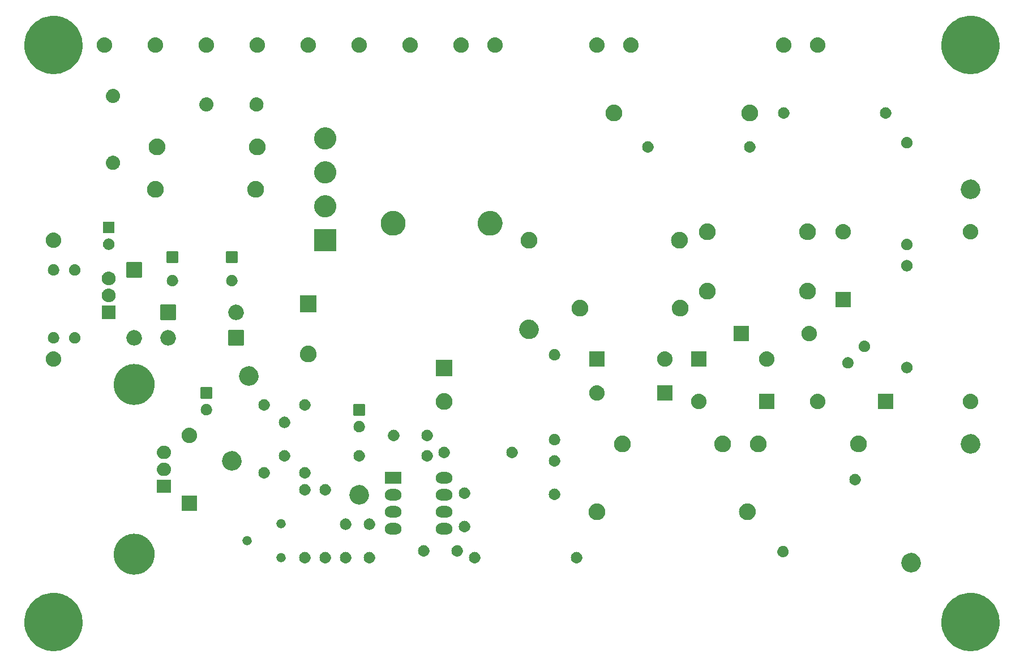
<source format=gbr>
G04 #@! TF.GenerationSoftware,KiCad,Pcbnew,(5.99.0-1101-g9de7547c2)*
G04 #@! TF.CreationDate,2020-03-19T22:24:47-06:00*
G04 #@! TF.ProjectId,pcb-power,7063622d-706f-4776-9572-2e6b69636164,rev?*
G04 #@! TF.SameCoordinates,Original*
G04 #@! TF.FileFunction,Soldermask,Bot*
G04 #@! TF.FilePolarity,Negative*
%FSLAX46Y46*%
G04 Gerber Fmt 4.6, Leading zero omitted, Abs format (unit mm)*
G04 Created by KiCad (PCBNEW (5.99.0-1101-g9de7547c2)) date 2020-03-19 22:24:47*
%MOMM*%
%LPD*%
G01*
G04 APERTURE LIST*
G04 APERTURE END LIST*
G36*
X170657994Y-115050369D02*
G01*
X171063327Y-115114568D01*
X171460822Y-115216628D01*
X171846948Y-115355640D01*
X172218266Y-115530370D01*
X172571511Y-115739278D01*
X172903520Y-115980497D01*
X173211350Y-116251886D01*
X173492276Y-116551041D01*
X173743810Y-116875318D01*
X173963704Y-117221814D01*
X174150015Y-117587471D01*
X174301086Y-117969031D01*
X174415582Y-118363131D01*
X174492480Y-118766246D01*
X174530915Y-119172847D01*
X174530914Y-119172873D01*
X174531097Y-119174807D01*
X174509627Y-119857995D01*
X174509324Y-119859908D01*
X174509323Y-119859939D01*
X174445432Y-120263327D01*
X174343372Y-120660822D01*
X174204360Y-121046948D01*
X174029630Y-121418266D01*
X173820722Y-121771511D01*
X173579503Y-122103520D01*
X173308114Y-122411350D01*
X173008959Y-122692276D01*
X172684682Y-122943810D01*
X172338186Y-123163704D01*
X171972529Y-123350015D01*
X171590969Y-123501086D01*
X171196869Y-123615582D01*
X170793754Y-123692480D01*
X170385195Y-123731100D01*
X169974805Y-123731100D01*
X169566246Y-123692480D01*
X169163131Y-123615582D01*
X168769031Y-123501086D01*
X168387471Y-123350015D01*
X168021814Y-123163704D01*
X167675318Y-122943810D01*
X167351041Y-122692276D01*
X167051886Y-122411350D01*
X166780497Y-122103520D01*
X166539278Y-121771511D01*
X166330370Y-121418266D01*
X166155640Y-121046948D01*
X166016628Y-120660822D01*
X165914568Y-120263327D01*
X165850369Y-119857994D01*
X165824601Y-119448420D01*
X165837492Y-119038236D01*
X165888925Y-118631097D01*
X165978451Y-118230581D01*
X166105267Y-117840282D01*
X166268245Y-117463663D01*
X166465958Y-117104023D01*
X166696623Y-116764611D01*
X166958212Y-116448403D01*
X167248403Y-116158212D01*
X167564611Y-115896623D01*
X167904023Y-115665958D01*
X168263663Y-115468245D01*
X168640282Y-115305267D01*
X169030581Y-115178451D01*
X169431097Y-115088925D01*
X169838236Y-115037492D01*
X170248420Y-115024601D01*
X170657994Y-115050369D01*
G37*
G36*
X33497994Y-115050369D02*
G01*
X33903327Y-115114568D01*
X34300822Y-115216628D01*
X34686948Y-115355640D01*
X35058266Y-115530370D01*
X35411511Y-115739278D01*
X35743520Y-115980497D01*
X36051350Y-116251886D01*
X36332276Y-116551041D01*
X36583810Y-116875318D01*
X36803704Y-117221814D01*
X36990015Y-117587471D01*
X37141086Y-117969031D01*
X37255582Y-118363131D01*
X37332480Y-118766246D01*
X37370915Y-119172847D01*
X37370914Y-119172873D01*
X37371097Y-119174807D01*
X37349627Y-119857995D01*
X37349324Y-119859908D01*
X37349323Y-119859939D01*
X37285432Y-120263327D01*
X37183372Y-120660822D01*
X37044360Y-121046948D01*
X36869630Y-121418266D01*
X36660722Y-121771511D01*
X36419503Y-122103520D01*
X36148114Y-122411350D01*
X35848959Y-122692276D01*
X35524682Y-122943810D01*
X35178186Y-123163704D01*
X34812529Y-123350015D01*
X34430969Y-123501086D01*
X34036869Y-123615582D01*
X33633754Y-123692480D01*
X33225195Y-123731100D01*
X32814805Y-123731100D01*
X32406246Y-123692480D01*
X32003131Y-123615582D01*
X31609031Y-123501086D01*
X31227471Y-123350015D01*
X30861814Y-123163704D01*
X30515318Y-122943810D01*
X30191041Y-122692276D01*
X29891886Y-122411350D01*
X29620497Y-122103520D01*
X29379278Y-121771511D01*
X29170370Y-121418266D01*
X28995640Y-121046948D01*
X28856628Y-120660822D01*
X28754568Y-120263327D01*
X28690369Y-119857994D01*
X28664601Y-119448420D01*
X28677492Y-119038236D01*
X28728925Y-118631097D01*
X28818451Y-118230581D01*
X28945267Y-117840282D01*
X29108245Y-117463663D01*
X29305958Y-117104023D01*
X29536623Y-116764611D01*
X29798212Y-116448403D01*
X30088403Y-116158212D01*
X30404611Y-115896623D01*
X30744023Y-115665958D01*
X31103663Y-115468245D01*
X31480282Y-115305267D01*
X31870581Y-115178451D01*
X32271097Y-115088925D01*
X32678236Y-115037492D01*
X33088420Y-115024601D01*
X33497994Y-115050369D01*
G37*
G36*
X45242444Y-106169981D02*
G01*
X45276873Y-106170221D01*
X45410811Y-106186193D01*
X45549886Y-106199584D01*
X45584103Y-106206857D01*
X45615643Y-106210618D01*
X45749475Y-106242008D01*
X45888819Y-106271626D01*
X45919445Y-106281873D01*
X45947779Y-106288519D01*
X46079707Y-106335497D01*
X46217417Y-106381574D01*
X46244264Y-106394093D01*
X46269174Y-106402963D01*
X46397349Y-106465478D01*
X46531457Y-106528013D01*
X46554425Y-106542088D01*
X46575804Y-106552515D01*
X46698336Y-106630277D01*
X46826900Y-106709061D01*
X46846030Y-106724007D01*
X46863858Y-106735321D01*
X46978838Y-106827768D01*
X47099950Y-106922390D01*
X47115364Y-106937537D01*
X47129729Y-106949087D01*
X47235329Y-107055427D01*
X47347094Y-107165258D01*
X47359014Y-107179979D01*
X47370130Y-107191172D01*
X47464707Y-107310499D01*
X47565156Y-107434543D01*
X47573891Y-107448255D01*
X47582041Y-107458537D01*
X47663956Y-107589629D01*
X47751333Y-107726782D01*
X47757283Y-107738982D01*
X47762826Y-107747852D01*
X47830516Y-107889131D01*
X47903230Y-108038218D01*
X47906867Y-108048488D01*
X47910236Y-108055520D01*
X47962245Y-108204870D01*
X48018896Y-108364847D01*
X48020748Y-108372869D01*
X48022431Y-108377702D01*
X48057485Y-108531992D01*
X48096843Y-108702471D01*
X48097473Y-108708004D01*
X48098015Y-108710388D01*
X48115163Y-108863269D01*
X48136068Y-109046748D01*
X48135799Y-109059073D01*
X48129970Y-109476575D01*
X48126086Y-109504209D01*
X48125607Y-109526173D01*
X48102456Y-109672341D01*
X48082612Y-109813538D01*
X48076037Y-109839145D01*
X48071402Y-109868411D01*
X48032588Y-110008370D01*
X47997767Y-110143988D01*
X47987432Y-110171194D01*
X47978802Y-110202314D01*
X47925439Y-110334393D01*
X47876621Y-110462907D01*
X47862102Y-110491157D01*
X47849000Y-110523587D01*
X47782334Y-110646370D01*
X47720675Y-110766346D01*
X47701621Y-110795024D01*
X47683662Y-110828101D01*
X47605114Y-110940279D01*
X47531886Y-111050496D01*
X47508042Y-111078912D01*
X47484915Y-111111941D01*
X47395964Y-111212481D01*
X47312589Y-111311844D01*
X47283801Y-111339259D01*
X47255314Y-111371457D01*
X47157580Y-111459457D01*
X47065524Y-111547121D01*
X47031738Y-111572766D01*
X46997811Y-111603314D01*
X46892969Y-111678098D01*
X46793790Y-111753378D01*
X46755069Y-111776460D01*
X46715717Y-111804530D01*
X46605435Y-111865661D01*
X46500742Y-111928070D01*
X46457268Y-111947791D01*
X46412657Y-111972519D01*
X46298680Y-112019730D01*
X46190058Y-112069003D01*
X46142119Y-112084579D01*
X46092529Y-112105120D01*
X45976519Y-112138385D01*
X45865594Y-112174427D01*
X45813627Y-112185094D01*
X45759448Y-112200630D01*
X45643072Y-112220104D01*
X45531407Y-112243026D01*
X45475918Y-112248076D01*
X45417695Y-112257819D01*
X45302554Y-112263853D01*
X45191645Y-112273947D01*
X45133287Y-112272725D01*
X45071666Y-112275954D01*
X44959266Y-112269079D01*
X44850558Y-112266802D01*
X44790060Y-112258730D01*
X44725808Y-112254800D01*
X44617575Y-112235716D01*
X44512398Y-112221682D01*
X44450591Y-112206272D01*
X44384568Y-112194630D01*
X44281761Y-112164177D01*
X44181370Y-112139147D01*
X44119183Y-112116020D01*
X44052332Y-112096218D01*
X43956107Y-112055373D01*
X43861610Y-112020230D01*
X43800013Y-111989115D01*
X43733373Y-111960828D01*
X43644723Y-111910672D01*
X43557101Y-111866411D01*
X43497141Y-111827174D01*
X43431791Y-111790201D01*
X43351547Y-111731900D01*
X43271619Y-111679597D01*
X43214360Y-111632228D01*
X43151463Y-111586531D01*
X43080326Y-111521346D01*
X43008763Y-111462144D01*
X42955296Y-111406777D01*
X42895993Y-111352436D01*
X42834437Y-111281624D01*
X42771765Y-111216725D01*
X42723188Y-111153646D01*
X42668666Y-111090926D01*
X42617046Y-111015818D01*
X42563613Y-110946434D01*
X42520991Y-110876057D01*
X42472404Y-110805362D01*
X42430876Y-110727259D01*
X42386878Y-110654610D01*
X42351253Y-110577510D01*
X42309730Y-110499417D01*
X42278296Y-110419617D01*
X42243783Y-110344924D01*
X42216136Y-110261814D01*
X42182736Y-110177023D01*
X42161228Y-110096756D01*
X42136092Y-110021193D01*
X42117331Y-109932930D01*
X42093054Y-109842326D01*
X42081167Y-109762789D01*
X42065163Y-109687495D01*
X42056100Y-109595059D01*
X42041837Y-109499627D01*
X42039124Y-109421927D01*
X42031872Y-109347970D01*
X42033206Y-109252458D01*
X42029744Y-109153334D01*
X42035635Y-109078490D01*
X42036635Y-109006832D01*
X42048940Y-108909425D01*
X42056931Y-108807898D01*
X42070743Y-108736840D01*
X42079393Y-108668371D01*
X42103101Y-108570375D01*
X42123047Y-108467760D01*
X42144012Y-108401266D01*
X42159614Y-108336777D01*
X42194998Y-108239561D01*
X42227243Y-108137293D01*
X42254518Y-108076033D01*
X42276300Y-108016187D01*
X42323473Y-107921157D01*
X42368179Y-107820745D01*
X42400847Y-107765285D01*
X42427989Y-107710608D01*
X42486900Y-107619197D01*
X42544043Y-107522187D01*
X42581177Y-107472909D01*
X42612801Y-107423838D01*
X42683198Y-107337522D01*
X42752575Y-107245456D01*
X42793198Y-107202649D01*
X42828422Y-107159459D01*
X42909895Y-107079675D01*
X42991092Y-106994111D01*
X43034255Y-106957893D01*
X43072171Y-106920763D01*
X43164099Y-106848941D01*
X43256530Y-106771382D01*
X43301284Y-106741760D01*
X43341003Y-106710728D01*
X43442589Y-106648232D01*
X43545475Y-106580133D01*
X43590923Y-106556976D01*
X43631588Y-106531959D01*
X43741896Y-106480052D01*
X43854213Y-106422824D01*
X43899475Y-106405901D01*
X43940271Y-106386704D01*
X44058143Y-106346577D01*
X44178774Y-106301475D01*
X44223082Y-106290428D01*
X44263231Y-106276760D01*
X44387373Y-106249466D01*
X44514986Y-106217648D01*
X44557608Y-106212037D01*
X44596435Y-106203500D01*
X44725437Y-106189942D01*
X44858526Y-106172420D01*
X44898841Y-106171716D01*
X44935722Y-106167840D01*
X45068025Y-106168763D01*
X45204977Y-106166373D01*
X45242444Y-106169981D01*
G37*
G36*
X161333465Y-109036564D02*
G01*
X161356040Y-109035776D01*
X161447935Y-109047385D01*
X161545329Y-109056591D01*
X161567790Y-109062525D01*
X161587688Y-109065039D01*
X161678806Y-109091857D01*
X161776013Y-109117540D01*
X161794885Y-109126021D01*
X161811685Y-109130966D01*
X161899405Y-109172994D01*
X161993646Y-109215348D01*
X162008754Y-109225386D01*
X162022254Y-109231854D01*
X162103961Y-109288641D01*
X162192381Y-109347388D01*
X162203778Y-109358016D01*
X162213991Y-109365114D01*
X162287113Y-109435727D01*
X162366882Y-109510113D01*
X162374833Y-109520437D01*
X162381956Y-109527316D01*
X162444020Y-109610278D01*
X162512463Y-109699153D01*
X162517412Y-109708384D01*
X162521822Y-109714278D01*
X162570529Y-109807445D01*
X162625214Y-109909433D01*
X162627766Y-109916931D01*
X162630002Y-109921207D01*
X162663397Y-110021595D01*
X162702106Y-110135303D01*
X162702981Y-110140589D01*
X162703703Y-110142759D01*
X162720076Y-110243852D01*
X162741076Y-110370700D01*
X162740854Y-110379774D01*
X162738152Y-110637760D01*
X162733996Y-110660405D01*
X162733516Y-110680042D01*
X162712842Y-110775664D01*
X162696121Y-110866769D01*
X162688543Y-110888050D01*
X162683094Y-110913254D01*
X162648064Y-111001729D01*
X162617795Y-111086735D01*
X162605690Y-111108754D01*
X162595259Y-111135099D01*
X162547605Y-111214409D01*
X162505307Y-111291348D01*
X162488283Y-111313137D01*
X162472371Y-111339620D01*
X162414096Y-111408092D01*
X162361555Y-111475342D01*
X162339407Y-111495851D01*
X162317729Y-111521323D01*
X162251058Y-111577664D01*
X162190230Y-111633992D01*
X162162974Y-111652101D01*
X162135487Y-111675329D01*
X162062750Y-111718689D01*
X161995754Y-111763201D01*
X161963655Y-111777762D01*
X161930539Y-111797503D01*
X161854083Y-111827466D01*
X161783105Y-111859663D01*
X161746659Y-111869565D01*
X161708389Y-111884563D01*
X161630596Y-111901099D01*
X161557780Y-111920882D01*
X161517707Y-111925094D01*
X161475003Y-111934171D01*
X161398140Y-111937661D01*
X161325567Y-111945289D01*
X161282806Y-111942898D01*
X161236648Y-111944994D01*
X161162800Y-111936188D01*
X161092437Y-111932254D01*
X161048152Y-111922517D01*
X160999726Y-111916743D01*
X160930767Y-111896709D01*
X160864386Y-111882114D01*
X160819883Y-111864494D01*
X160770599Y-111850176D01*
X160708164Y-111820262D01*
X160647291Y-111796161D01*
X160604002Y-111770356D01*
X160555422Y-111747080D01*
X160500820Y-111708847D01*
X160446728Y-111676602D01*
X160406191Y-111642587D01*
X160359972Y-111610224D01*
X160314171Y-111565372D01*
X160267861Y-111526513D01*
X160231646Y-111484557D01*
X160189499Y-111443284D01*
X160153149Y-111393618D01*
X160115289Y-111349757D01*
X160084928Y-111300406D01*
X160048580Y-111250743D01*
X160021986Y-111198097D01*
X159992940Y-111150883D01*
X159969901Y-111094985D01*
X159941000Y-111037772D01*
X159924127Y-110983930D01*
X159903962Y-110935006D01*
X159889583Y-110873699D01*
X159869649Y-110810090D01*
X159862151Y-110756743D01*
X159850646Y-110707688D01*
X159846080Y-110642388D01*
X159836442Y-110573812D01*
X159837696Y-110522496D01*
X159834358Y-110474756D01*
X159840517Y-110407075D01*
X159842272Y-110335282D01*
X159851410Y-110287376D01*
X159855520Y-110242219D01*
X159873045Y-110173965D01*
X159886981Y-110100908D01*
X159902939Y-110057537D01*
X159913588Y-110016060D01*
X159942801Y-109949192D01*
X159969369Y-109876984D01*
X159990930Y-109839031D01*
X160007064Y-109802100D01*
X160047948Y-109738660D01*
X160087224Y-109669522D01*
X160113086Y-109637585D01*
X160133552Y-109605828D01*
X160185718Y-109547892D01*
X160237380Y-109484095D01*
X160266204Y-109458504D01*
X160289792Y-109432307D01*
X160352480Y-109381904D01*
X160415805Y-109325682D01*
X160446260Y-109306503D01*
X160471761Y-109286000D01*
X160543843Y-109245052D01*
X160617707Y-109198537D01*
X160648538Y-109185577D01*
X160674786Y-109170666D01*
X160754795Y-109140911D01*
X160837664Y-109106076D01*
X160867709Y-109098918D01*
X160893636Y-109089276D01*
X160979784Y-109072218D01*
X161069768Y-109050781D01*
X161098031Y-109048805D01*
X161122680Y-109043924D01*
X161212853Y-109040776D01*
X161307788Y-109034137D01*
X161333465Y-109036564D01*
G37*
G36*
X70614976Y-108875826D02*
G01*
X70656766Y-108873782D01*
X70701056Y-108880639D01*
X70751810Y-108883476D01*
X70792163Y-108894743D01*
X70827621Y-108900232D01*
X70875204Y-108917928D01*
X70929898Y-108933199D01*
X70961622Y-108950067D01*
X70989659Y-108960494D01*
X71037757Y-108990549D01*
X71093153Y-109020004D01*
X71115968Y-109039421D01*
X71136271Y-109052108D01*
X71181641Y-109095313D01*
X71233961Y-109139841D01*
X71248463Y-109158947D01*
X71261472Y-109171335D01*
X71300616Y-109227655D01*
X71345751Y-109287118D01*
X71353302Y-109303459D01*
X71360142Y-109313301D01*
X71389508Y-109381817D01*
X71423307Y-109454965D01*
X71425885Y-109466692D01*
X71428247Y-109472202D01*
X71444429Y-109551036D01*
X71463011Y-109635551D01*
X71462345Y-109826388D01*
X71443181Y-109910738D01*
X71426443Y-109989485D01*
X71424041Y-109994982D01*
X71421381Y-110006692D01*
X71387069Y-110079609D01*
X71357227Y-110147915D01*
X71350318Y-110157709D01*
X71342655Y-110173994D01*
X71297114Y-110233130D01*
X71257570Y-110289187D01*
X71244472Y-110301487D01*
X71229840Y-110320487D01*
X71177227Y-110364635D01*
X71131544Y-110407534D01*
X71111147Y-110420082D01*
X71088199Y-110439338D01*
X71032600Y-110468405D01*
X70984293Y-110498123D01*
X70956184Y-110508354D01*
X70924341Y-110525001D01*
X70869534Y-110539892D01*
X70821831Y-110557254D01*
X70786340Y-110562495D01*
X70745911Y-110573479D01*
X70695139Y-110575962D01*
X70650803Y-110582509D01*
X70609027Y-110580174D01*
X70561233Y-110582511D01*
X70516992Y-110575028D01*
X70478189Y-110572859D01*
X70431980Y-110560650D01*
X70378923Y-110551676D01*
X70342839Y-110537097D01*
X70311035Y-110528694D01*
X70262897Y-110504799D01*
X70207488Y-110482412D01*
X70180311Y-110463804D01*
X70156182Y-110451826D01*
X70109128Y-110415063D01*
X70054926Y-110377950D01*
X70036469Y-110358295D01*
X70019950Y-110345389D01*
X69977400Y-110295393D01*
X69928354Y-110243164D01*
X69917608Y-110225138D01*
X69907896Y-110213726D01*
X69873401Y-110150981D01*
X69833678Y-110084344D01*
X69828943Y-110070111D01*
X69824610Y-110062229D01*
X69801692Y-109988192D01*
X69775314Y-109908898D01*
X69774372Y-109899934D01*
X69773486Y-109897072D01*
X69765347Y-109814068D01*
X69755987Y-109725012D01*
X69765967Y-109636044D01*
X69774687Y-109553078D01*
X69775593Y-109550220D01*
X69776598Y-109541265D01*
X69803530Y-109462153D01*
X69826963Y-109388281D01*
X69831350Y-109380432D01*
X69836184Y-109366231D01*
X69876382Y-109299857D01*
X69911304Y-109237371D01*
X69921092Y-109226031D01*
X69931967Y-109208075D01*
X69981385Y-109156181D01*
X70024273Y-109106495D01*
X70040879Y-109093707D01*
X70059477Y-109074177D01*
X70113952Y-109037433D01*
X70161250Y-109001009D01*
X70185458Y-108989202D01*
X70212765Y-108970783D01*
X70268319Y-108948787D01*
X70316633Y-108925223D01*
X70348503Y-108917040D01*
X70384679Y-108902717D01*
X70437795Y-108894114D01*
X70484088Y-108882228D01*
X70522903Y-108880330D01*
X70567199Y-108873155D01*
X70614976Y-108875826D01*
G37*
G36*
X76710976Y-108875826D02*
G01*
X76752766Y-108873782D01*
X76797056Y-108880639D01*
X76847810Y-108883476D01*
X76888163Y-108894743D01*
X76923621Y-108900232D01*
X76971204Y-108917928D01*
X77025898Y-108933199D01*
X77057622Y-108950067D01*
X77085659Y-108960494D01*
X77133757Y-108990549D01*
X77189153Y-109020004D01*
X77211968Y-109039421D01*
X77232271Y-109052108D01*
X77277641Y-109095313D01*
X77329961Y-109139841D01*
X77344463Y-109158947D01*
X77357472Y-109171335D01*
X77396616Y-109227655D01*
X77441751Y-109287118D01*
X77449302Y-109303459D01*
X77456142Y-109313301D01*
X77485508Y-109381817D01*
X77519307Y-109454965D01*
X77521885Y-109466692D01*
X77524247Y-109472202D01*
X77540429Y-109551036D01*
X77559011Y-109635551D01*
X77558345Y-109826388D01*
X77539181Y-109910738D01*
X77522443Y-109989485D01*
X77520041Y-109994982D01*
X77517381Y-110006692D01*
X77483069Y-110079609D01*
X77453227Y-110147915D01*
X77446318Y-110157709D01*
X77438655Y-110173994D01*
X77393114Y-110233130D01*
X77353570Y-110289187D01*
X77340472Y-110301487D01*
X77325840Y-110320487D01*
X77273227Y-110364635D01*
X77227544Y-110407534D01*
X77207147Y-110420082D01*
X77184199Y-110439338D01*
X77128600Y-110468405D01*
X77080293Y-110498123D01*
X77052184Y-110508354D01*
X77020341Y-110525001D01*
X76965534Y-110539892D01*
X76917831Y-110557254D01*
X76882340Y-110562495D01*
X76841911Y-110573479D01*
X76791139Y-110575962D01*
X76746803Y-110582509D01*
X76705027Y-110580174D01*
X76657233Y-110582511D01*
X76612992Y-110575028D01*
X76574189Y-110572859D01*
X76527980Y-110560650D01*
X76474923Y-110551676D01*
X76438839Y-110537097D01*
X76407035Y-110528694D01*
X76358897Y-110504799D01*
X76303488Y-110482412D01*
X76276311Y-110463804D01*
X76252182Y-110451826D01*
X76205128Y-110415063D01*
X76150926Y-110377950D01*
X76132469Y-110358295D01*
X76115950Y-110345389D01*
X76073400Y-110295393D01*
X76024354Y-110243164D01*
X76013608Y-110225138D01*
X76003896Y-110213726D01*
X75969401Y-110150981D01*
X75929678Y-110084344D01*
X75924943Y-110070111D01*
X75920610Y-110062229D01*
X75897692Y-109988192D01*
X75871314Y-109908898D01*
X75870372Y-109899934D01*
X75869486Y-109897072D01*
X75861347Y-109814068D01*
X75851987Y-109725012D01*
X75861967Y-109636044D01*
X75870687Y-109553078D01*
X75871593Y-109550220D01*
X75872598Y-109541265D01*
X75899530Y-109462153D01*
X75922963Y-109388281D01*
X75927350Y-109380432D01*
X75932184Y-109366231D01*
X75972382Y-109299857D01*
X76007304Y-109237371D01*
X76017092Y-109226031D01*
X76027967Y-109208075D01*
X76077385Y-109156181D01*
X76120273Y-109106495D01*
X76136879Y-109093707D01*
X76155477Y-109074177D01*
X76209952Y-109037433D01*
X76257250Y-109001009D01*
X76281458Y-108989202D01*
X76308765Y-108970783D01*
X76364319Y-108948787D01*
X76412633Y-108925223D01*
X76444503Y-108917040D01*
X76480679Y-108902717D01*
X76533795Y-108894114D01*
X76580088Y-108882228D01*
X76618903Y-108880330D01*
X76663199Y-108873155D01*
X76710976Y-108875826D01*
G37*
G36*
X96014976Y-108875826D02*
G01*
X96056766Y-108873782D01*
X96101056Y-108880639D01*
X96151810Y-108883476D01*
X96192163Y-108894743D01*
X96227621Y-108900232D01*
X96275204Y-108917928D01*
X96329898Y-108933199D01*
X96361622Y-108950067D01*
X96389659Y-108960494D01*
X96437757Y-108990549D01*
X96493153Y-109020004D01*
X96515968Y-109039421D01*
X96536271Y-109052108D01*
X96581641Y-109095313D01*
X96633961Y-109139841D01*
X96648463Y-109158947D01*
X96661472Y-109171335D01*
X96700616Y-109227655D01*
X96745751Y-109287118D01*
X96753302Y-109303459D01*
X96760142Y-109313301D01*
X96789508Y-109381817D01*
X96823307Y-109454965D01*
X96825885Y-109466692D01*
X96828247Y-109472202D01*
X96844429Y-109551036D01*
X96863011Y-109635551D01*
X96862345Y-109826388D01*
X96843181Y-109910738D01*
X96826443Y-109989485D01*
X96824041Y-109994982D01*
X96821381Y-110006692D01*
X96787069Y-110079609D01*
X96757227Y-110147915D01*
X96750318Y-110157709D01*
X96742655Y-110173994D01*
X96697114Y-110233130D01*
X96657570Y-110289187D01*
X96644472Y-110301487D01*
X96629840Y-110320487D01*
X96577227Y-110364635D01*
X96531544Y-110407534D01*
X96511147Y-110420082D01*
X96488199Y-110439338D01*
X96432600Y-110468405D01*
X96384293Y-110498123D01*
X96356184Y-110508354D01*
X96324341Y-110525001D01*
X96269534Y-110539892D01*
X96221831Y-110557254D01*
X96186340Y-110562495D01*
X96145911Y-110573479D01*
X96095139Y-110575962D01*
X96050803Y-110582509D01*
X96009027Y-110580174D01*
X95961233Y-110582511D01*
X95916992Y-110575028D01*
X95878189Y-110572859D01*
X95831980Y-110560650D01*
X95778923Y-110551676D01*
X95742839Y-110537097D01*
X95711035Y-110528694D01*
X95662897Y-110504799D01*
X95607488Y-110482412D01*
X95580311Y-110463804D01*
X95556182Y-110451826D01*
X95509128Y-110415063D01*
X95454926Y-110377950D01*
X95436469Y-110358295D01*
X95419950Y-110345389D01*
X95377400Y-110295393D01*
X95328354Y-110243164D01*
X95317608Y-110225138D01*
X95307896Y-110213726D01*
X95273401Y-110150981D01*
X95233678Y-110084344D01*
X95228943Y-110070111D01*
X95224610Y-110062229D01*
X95201692Y-109988192D01*
X95175314Y-109908898D01*
X95174372Y-109899934D01*
X95173486Y-109897072D01*
X95165347Y-109814068D01*
X95155987Y-109725012D01*
X95165967Y-109636044D01*
X95174687Y-109553078D01*
X95175593Y-109550220D01*
X95176598Y-109541265D01*
X95203530Y-109462153D01*
X95226963Y-109388281D01*
X95231350Y-109380432D01*
X95236184Y-109366231D01*
X95276382Y-109299857D01*
X95311304Y-109237371D01*
X95321092Y-109226031D01*
X95331967Y-109208075D01*
X95381385Y-109156181D01*
X95424273Y-109106495D01*
X95440879Y-109093707D01*
X95459477Y-109074177D01*
X95513952Y-109037433D01*
X95561250Y-109001009D01*
X95585458Y-108989202D01*
X95612765Y-108970783D01*
X95668319Y-108948787D01*
X95716633Y-108925223D01*
X95748503Y-108917040D01*
X95784679Y-108902717D01*
X95837795Y-108894114D01*
X95884088Y-108882228D01*
X95922903Y-108880330D01*
X95967199Y-108873155D01*
X96014976Y-108875826D01*
G37*
G36*
X73662976Y-108875826D02*
G01*
X73704766Y-108873782D01*
X73749056Y-108880639D01*
X73799810Y-108883476D01*
X73840163Y-108894743D01*
X73875621Y-108900232D01*
X73923204Y-108917928D01*
X73977898Y-108933199D01*
X74009622Y-108950067D01*
X74037659Y-108960494D01*
X74085757Y-108990549D01*
X74141153Y-109020004D01*
X74163968Y-109039421D01*
X74184271Y-109052108D01*
X74229641Y-109095313D01*
X74281961Y-109139841D01*
X74296463Y-109158947D01*
X74309472Y-109171335D01*
X74348616Y-109227655D01*
X74393751Y-109287118D01*
X74401302Y-109303459D01*
X74408142Y-109313301D01*
X74437508Y-109381817D01*
X74471307Y-109454965D01*
X74473885Y-109466692D01*
X74476247Y-109472202D01*
X74492429Y-109551036D01*
X74511011Y-109635551D01*
X74510345Y-109826388D01*
X74491181Y-109910738D01*
X74474443Y-109989485D01*
X74472041Y-109994982D01*
X74469381Y-110006692D01*
X74435069Y-110079609D01*
X74405227Y-110147915D01*
X74398318Y-110157709D01*
X74390655Y-110173994D01*
X74345114Y-110233130D01*
X74305570Y-110289187D01*
X74292472Y-110301487D01*
X74277840Y-110320487D01*
X74225227Y-110364635D01*
X74179544Y-110407534D01*
X74159147Y-110420082D01*
X74136199Y-110439338D01*
X74080600Y-110468405D01*
X74032293Y-110498123D01*
X74004184Y-110508354D01*
X73972341Y-110525001D01*
X73917534Y-110539892D01*
X73869831Y-110557254D01*
X73834340Y-110562495D01*
X73793911Y-110573479D01*
X73743139Y-110575962D01*
X73698803Y-110582509D01*
X73657027Y-110580174D01*
X73609233Y-110582511D01*
X73564992Y-110575028D01*
X73526189Y-110572859D01*
X73479980Y-110560650D01*
X73426923Y-110551676D01*
X73390839Y-110537097D01*
X73359035Y-110528694D01*
X73310897Y-110504799D01*
X73255488Y-110482412D01*
X73228311Y-110463804D01*
X73204182Y-110451826D01*
X73157128Y-110415063D01*
X73102926Y-110377950D01*
X73084469Y-110358295D01*
X73067950Y-110345389D01*
X73025400Y-110295393D01*
X72976354Y-110243164D01*
X72965608Y-110225138D01*
X72955896Y-110213726D01*
X72921401Y-110150981D01*
X72881678Y-110084344D01*
X72876943Y-110070111D01*
X72872610Y-110062229D01*
X72849692Y-109988192D01*
X72823314Y-109908898D01*
X72822372Y-109899934D01*
X72821486Y-109897072D01*
X72813347Y-109814068D01*
X72803987Y-109725012D01*
X72813967Y-109636044D01*
X72822687Y-109553078D01*
X72823593Y-109550220D01*
X72824598Y-109541265D01*
X72851530Y-109462153D01*
X72874963Y-109388281D01*
X72879350Y-109380432D01*
X72884184Y-109366231D01*
X72924382Y-109299857D01*
X72959304Y-109237371D01*
X72969092Y-109226031D01*
X72979967Y-109208075D01*
X73029385Y-109156181D01*
X73072273Y-109106495D01*
X73088879Y-109093707D01*
X73107477Y-109074177D01*
X73161952Y-109037433D01*
X73209250Y-109001009D01*
X73233458Y-108989202D01*
X73260765Y-108970783D01*
X73316319Y-108948787D01*
X73364633Y-108925223D01*
X73396503Y-108917040D01*
X73432679Y-108902717D01*
X73485795Y-108894114D01*
X73532088Y-108882228D01*
X73570903Y-108880330D01*
X73615199Y-108873155D01*
X73662976Y-108875826D01*
G37*
G36*
X111254976Y-108875826D02*
G01*
X111296766Y-108873782D01*
X111341056Y-108880639D01*
X111391810Y-108883476D01*
X111432163Y-108894743D01*
X111467621Y-108900232D01*
X111515204Y-108917928D01*
X111569898Y-108933199D01*
X111601622Y-108950067D01*
X111629659Y-108960494D01*
X111677757Y-108990549D01*
X111733153Y-109020004D01*
X111755968Y-109039421D01*
X111776271Y-109052108D01*
X111821641Y-109095313D01*
X111873961Y-109139841D01*
X111888463Y-109158947D01*
X111901472Y-109171335D01*
X111940616Y-109227655D01*
X111985751Y-109287118D01*
X111993302Y-109303459D01*
X112000142Y-109313301D01*
X112029508Y-109381817D01*
X112063307Y-109454965D01*
X112065885Y-109466692D01*
X112068247Y-109472202D01*
X112084429Y-109551036D01*
X112103011Y-109635551D01*
X112102345Y-109826388D01*
X112083181Y-109910738D01*
X112066443Y-109989485D01*
X112064041Y-109994982D01*
X112061381Y-110006692D01*
X112027069Y-110079609D01*
X111997227Y-110147915D01*
X111990318Y-110157709D01*
X111982655Y-110173994D01*
X111937114Y-110233130D01*
X111897570Y-110289187D01*
X111884472Y-110301487D01*
X111869840Y-110320487D01*
X111817227Y-110364635D01*
X111771544Y-110407534D01*
X111751147Y-110420082D01*
X111728199Y-110439338D01*
X111672600Y-110468405D01*
X111624293Y-110498123D01*
X111596184Y-110508354D01*
X111564341Y-110525001D01*
X111509534Y-110539892D01*
X111461831Y-110557254D01*
X111426340Y-110562495D01*
X111385911Y-110573479D01*
X111335139Y-110575962D01*
X111290803Y-110582509D01*
X111249027Y-110580174D01*
X111201233Y-110582511D01*
X111156992Y-110575028D01*
X111118189Y-110572859D01*
X111071980Y-110560650D01*
X111018923Y-110551676D01*
X110982839Y-110537097D01*
X110951035Y-110528694D01*
X110902897Y-110504799D01*
X110847488Y-110482412D01*
X110820311Y-110463804D01*
X110796182Y-110451826D01*
X110749128Y-110415063D01*
X110694926Y-110377950D01*
X110676469Y-110358295D01*
X110659950Y-110345389D01*
X110617400Y-110295393D01*
X110568354Y-110243164D01*
X110557608Y-110225138D01*
X110547896Y-110213726D01*
X110513401Y-110150981D01*
X110473678Y-110084344D01*
X110468943Y-110070111D01*
X110464610Y-110062229D01*
X110441692Y-109988192D01*
X110415314Y-109908898D01*
X110414372Y-109899934D01*
X110413486Y-109897072D01*
X110405347Y-109814068D01*
X110395987Y-109725012D01*
X110405967Y-109636044D01*
X110414687Y-109553078D01*
X110415593Y-109550220D01*
X110416598Y-109541265D01*
X110443530Y-109462153D01*
X110466963Y-109388281D01*
X110471350Y-109380432D01*
X110476184Y-109366231D01*
X110516382Y-109299857D01*
X110551304Y-109237371D01*
X110561092Y-109226031D01*
X110571967Y-109208075D01*
X110621385Y-109156181D01*
X110664273Y-109106495D01*
X110680879Y-109093707D01*
X110699477Y-109074177D01*
X110753952Y-109037433D01*
X110801250Y-109001009D01*
X110825458Y-108989202D01*
X110852765Y-108970783D01*
X110908319Y-108948787D01*
X110956633Y-108925223D01*
X110988503Y-108917040D01*
X111024679Y-108902717D01*
X111077795Y-108894114D01*
X111124088Y-108882228D01*
X111162903Y-108880330D01*
X111207199Y-108873155D01*
X111254976Y-108875826D01*
G37*
G36*
X80266976Y-108875826D02*
G01*
X80308766Y-108873782D01*
X80353056Y-108880639D01*
X80403810Y-108883476D01*
X80444163Y-108894743D01*
X80479621Y-108900232D01*
X80527204Y-108917928D01*
X80581898Y-108933199D01*
X80613622Y-108950067D01*
X80641659Y-108960494D01*
X80689757Y-108990549D01*
X80745153Y-109020004D01*
X80767968Y-109039421D01*
X80788271Y-109052108D01*
X80833641Y-109095313D01*
X80885961Y-109139841D01*
X80900463Y-109158947D01*
X80913472Y-109171335D01*
X80952616Y-109227655D01*
X80997751Y-109287118D01*
X81005302Y-109303459D01*
X81012142Y-109313301D01*
X81041508Y-109381817D01*
X81075307Y-109454965D01*
X81077885Y-109466692D01*
X81080247Y-109472202D01*
X81096429Y-109551036D01*
X81115011Y-109635551D01*
X81114345Y-109826388D01*
X81095181Y-109910738D01*
X81078443Y-109989485D01*
X81076041Y-109994982D01*
X81073381Y-110006692D01*
X81039069Y-110079609D01*
X81009227Y-110147915D01*
X81002318Y-110157709D01*
X80994655Y-110173994D01*
X80949114Y-110233130D01*
X80909570Y-110289187D01*
X80896472Y-110301487D01*
X80881840Y-110320487D01*
X80829227Y-110364635D01*
X80783544Y-110407534D01*
X80763147Y-110420082D01*
X80740199Y-110439338D01*
X80684600Y-110468405D01*
X80636293Y-110498123D01*
X80608184Y-110508354D01*
X80576341Y-110525001D01*
X80521534Y-110539892D01*
X80473831Y-110557254D01*
X80438340Y-110562495D01*
X80397911Y-110573479D01*
X80347139Y-110575962D01*
X80302803Y-110582509D01*
X80261027Y-110580174D01*
X80213233Y-110582511D01*
X80168992Y-110575028D01*
X80130189Y-110572859D01*
X80083980Y-110560650D01*
X80030923Y-110551676D01*
X79994839Y-110537097D01*
X79963035Y-110528694D01*
X79914897Y-110504799D01*
X79859488Y-110482412D01*
X79832311Y-110463804D01*
X79808182Y-110451826D01*
X79761128Y-110415063D01*
X79706926Y-110377950D01*
X79688469Y-110358295D01*
X79671950Y-110345389D01*
X79629400Y-110295393D01*
X79580354Y-110243164D01*
X79569608Y-110225138D01*
X79559896Y-110213726D01*
X79525401Y-110150981D01*
X79485678Y-110084344D01*
X79480943Y-110070111D01*
X79476610Y-110062229D01*
X79453692Y-109988192D01*
X79427314Y-109908898D01*
X79426372Y-109899934D01*
X79425486Y-109897072D01*
X79417347Y-109814068D01*
X79407987Y-109725012D01*
X79417967Y-109636044D01*
X79426687Y-109553078D01*
X79427593Y-109550220D01*
X79428598Y-109541265D01*
X79455530Y-109462153D01*
X79478963Y-109388281D01*
X79483350Y-109380432D01*
X79488184Y-109366231D01*
X79528382Y-109299857D01*
X79563304Y-109237371D01*
X79573092Y-109226031D01*
X79583967Y-109208075D01*
X79633385Y-109156181D01*
X79676273Y-109106495D01*
X79692879Y-109093707D01*
X79711477Y-109074177D01*
X79765952Y-109037433D01*
X79813250Y-109001009D01*
X79837458Y-108989202D01*
X79864765Y-108970783D01*
X79920319Y-108948787D01*
X79968633Y-108925223D01*
X80000503Y-108917040D01*
X80036679Y-108902717D01*
X80089795Y-108894114D01*
X80136088Y-108882228D01*
X80174903Y-108880330D01*
X80219199Y-108873155D01*
X80266976Y-108875826D01*
G37*
G36*
X67101112Y-109047253D02*
G01*
X67137146Y-109047505D01*
X67176889Y-109056827D01*
X67223120Y-109062667D01*
X67256623Y-109075527D01*
X67285886Y-109082391D01*
X67327956Y-109102910D01*
X67377000Y-109121736D01*
X67401576Y-109138816D01*
X67423214Y-109149370D01*
X67464358Y-109182451D01*
X67512349Y-109215805D01*
X67528189Y-109233773D01*
X67542279Y-109245101D01*
X67578802Y-109291182D01*
X67621351Y-109339445D01*
X67629677Y-109355371D01*
X67637182Y-109364840D01*
X67665210Y-109423338D01*
X67697716Y-109485516D01*
X67700572Y-109497145D01*
X67703196Y-109502621D01*
X67718957Y-109571995D01*
X67737033Y-109645586D01*
X67735157Y-109824658D01*
X67715053Y-109899688D01*
X67696651Y-109971361D01*
X67694975Y-109974622D01*
X67692497Y-109983870D01*
X67657591Y-110047363D01*
X67626815Y-110107247D01*
X67620593Y-110114662D01*
X67613090Y-110128310D01*
X67567952Y-110177397D01*
X67528605Y-110224289D01*
X67516114Y-110233770D01*
X67501522Y-110249639D01*
X67450882Y-110283284D01*
X67406914Y-110316658D01*
X67387172Y-110325613D01*
X67364233Y-110340854D01*
X67312571Y-110359453D01*
X67267774Y-110379774D01*
X67240680Y-110385336D01*
X67209150Y-110396687D01*
X67160439Y-110401807D01*
X67118113Y-110410495D01*
X67084476Y-110409791D01*
X67045225Y-110413916D01*
X67002588Y-110408076D01*
X66965361Y-110407296D01*
X66926914Y-110397710D01*
X66881922Y-110391547D01*
X66847442Y-110377895D01*
X66817120Y-110370335D01*
X66776412Y-110349772D01*
X66728669Y-110330869D01*
X66703302Y-110312842D01*
X66680742Y-110301446D01*
X66640984Y-110268555D01*
X66594313Y-110235388D01*
X66577881Y-110216351D01*
X66563027Y-110204063D01*
X66527885Y-110158431D01*
X66486611Y-110110614D01*
X66477909Y-110093536D01*
X66469804Y-110083011D01*
X66443109Y-110025238D01*
X66411780Y-109963751D01*
X66408771Y-109950922D01*
X66405720Y-109944319D01*
X66391196Y-109875990D01*
X66374142Y-109803278D01*
X66374217Y-109796110D01*
X66373955Y-109794877D01*
X66375055Y-109716085D01*
X66375868Y-109638459D01*
X66394949Y-109564145D01*
X66412013Y-109493609D01*
X66414180Y-109489244D01*
X66416859Y-109478809D01*
X66450556Y-109415963D01*
X66479946Y-109356758D01*
X66486823Y-109348326D01*
X66494748Y-109333546D01*
X66538581Y-109284865D01*
X66576508Y-109238362D01*
X66589811Y-109227969D01*
X66605040Y-109211055D01*
X66654360Y-109177538D01*
X66696904Y-109144298D01*
X66717600Y-109134559D01*
X66741366Y-109118408D01*
X66791725Y-109099679D01*
X66835149Y-109079246D01*
X66863327Y-109073050D01*
X66895856Y-109060953D01*
X66943333Y-109055460D01*
X66984365Y-109046438D01*
X67019202Y-109046681D01*
X67059592Y-109042008D01*
X67101112Y-109047253D01*
G37*
G36*
X142134669Y-107968133D02*
G01*
X142176459Y-107966089D01*
X142220749Y-107972946D01*
X142271503Y-107975783D01*
X142311856Y-107987050D01*
X142347314Y-107992539D01*
X142394897Y-108010235D01*
X142449591Y-108025506D01*
X142481315Y-108042374D01*
X142509352Y-108052801D01*
X142557450Y-108082856D01*
X142612846Y-108112311D01*
X142635661Y-108131728D01*
X142655964Y-108144415D01*
X142701334Y-108187620D01*
X142753654Y-108232148D01*
X142768156Y-108251254D01*
X142781165Y-108263642D01*
X142820309Y-108319962D01*
X142865444Y-108379425D01*
X142872995Y-108395766D01*
X142879835Y-108405608D01*
X142909201Y-108474124D01*
X142943000Y-108547272D01*
X142945578Y-108558999D01*
X142947940Y-108564509D01*
X142964122Y-108643343D01*
X142982704Y-108727858D01*
X142982038Y-108918695D01*
X142962874Y-109003045D01*
X142946136Y-109081792D01*
X142943734Y-109087289D01*
X142941074Y-109098999D01*
X142906762Y-109171916D01*
X142876920Y-109240222D01*
X142870011Y-109250016D01*
X142862348Y-109266301D01*
X142816807Y-109325437D01*
X142777263Y-109381494D01*
X142764165Y-109393794D01*
X142749533Y-109412794D01*
X142696920Y-109456942D01*
X142651237Y-109499841D01*
X142630840Y-109512389D01*
X142607892Y-109531645D01*
X142552293Y-109560712D01*
X142503986Y-109590430D01*
X142475877Y-109600661D01*
X142444034Y-109617308D01*
X142389227Y-109632199D01*
X142341524Y-109649561D01*
X142306033Y-109654802D01*
X142265604Y-109665786D01*
X142214832Y-109668269D01*
X142170496Y-109674816D01*
X142128720Y-109672481D01*
X142080926Y-109674818D01*
X142036685Y-109667335D01*
X141997882Y-109665166D01*
X141951673Y-109652957D01*
X141898616Y-109643983D01*
X141862532Y-109629404D01*
X141830728Y-109621001D01*
X141782590Y-109597106D01*
X141727181Y-109574719D01*
X141700004Y-109556111D01*
X141675875Y-109544133D01*
X141628821Y-109507370D01*
X141574619Y-109470257D01*
X141556162Y-109450602D01*
X141539643Y-109437696D01*
X141497093Y-109387700D01*
X141448047Y-109335471D01*
X141437301Y-109317445D01*
X141427589Y-109306033D01*
X141393094Y-109243288D01*
X141353371Y-109176651D01*
X141348636Y-109162418D01*
X141344303Y-109154536D01*
X141321385Y-109080499D01*
X141295007Y-109001205D01*
X141294065Y-108992241D01*
X141293179Y-108989379D01*
X141285040Y-108906375D01*
X141275680Y-108817319D01*
X141285660Y-108728351D01*
X141294380Y-108645385D01*
X141295286Y-108642527D01*
X141296291Y-108633572D01*
X141323223Y-108554460D01*
X141346656Y-108480588D01*
X141351043Y-108472739D01*
X141355877Y-108458538D01*
X141396075Y-108392164D01*
X141430997Y-108329678D01*
X141440785Y-108318338D01*
X141451660Y-108300382D01*
X141501078Y-108248488D01*
X141543966Y-108198802D01*
X141560572Y-108186014D01*
X141579170Y-108166484D01*
X141633645Y-108129740D01*
X141680943Y-108093316D01*
X141705151Y-108081509D01*
X141732458Y-108063090D01*
X141788012Y-108041094D01*
X141836326Y-108017530D01*
X141868196Y-108009347D01*
X141904372Y-107995024D01*
X141957488Y-107986421D01*
X142003781Y-107974535D01*
X142042596Y-107972637D01*
X142086892Y-107965462D01*
X142134669Y-107968133D01*
G37*
G36*
X88394976Y-107859826D02*
G01*
X88436766Y-107857782D01*
X88481056Y-107864639D01*
X88531810Y-107867476D01*
X88572163Y-107878743D01*
X88607621Y-107884232D01*
X88655204Y-107901928D01*
X88709898Y-107917199D01*
X88741622Y-107934067D01*
X88769659Y-107944494D01*
X88817757Y-107974549D01*
X88873153Y-108004004D01*
X88895968Y-108023421D01*
X88916271Y-108036108D01*
X88961641Y-108079313D01*
X89013961Y-108123841D01*
X89028463Y-108142947D01*
X89041472Y-108155335D01*
X89080616Y-108211655D01*
X89125751Y-108271118D01*
X89133302Y-108287459D01*
X89140142Y-108297301D01*
X89169508Y-108365817D01*
X89203307Y-108438965D01*
X89205885Y-108450692D01*
X89208247Y-108456202D01*
X89224429Y-108535036D01*
X89243011Y-108619551D01*
X89242345Y-108810388D01*
X89223181Y-108894738D01*
X89206443Y-108973485D01*
X89204041Y-108978982D01*
X89201381Y-108990692D01*
X89167069Y-109063609D01*
X89137227Y-109131915D01*
X89130318Y-109141709D01*
X89122655Y-109157994D01*
X89077114Y-109217130D01*
X89037570Y-109273187D01*
X89024472Y-109285487D01*
X89009840Y-109304487D01*
X88957227Y-109348635D01*
X88911544Y-109391534D01*
X88891147Y-109404082D01*
X88868199Y-109423338D01*
X88812600Y-109452405D01*
X88764293Y-109482123D01*
X88736184Y-109492354D01*
X88704341Y-109509001D01*
X88649534Y-109523892D01*
X88601831Y-109541254D01*
X88566340Y-109546495D01*
X88525911Y-109557479D01*
X88475139Y-109559962D01*
X88430803Y-109566509D01*
X88389027Y-109564174D01*
X88341233Y-109566511D01*
X88296992Y-109559028D01*
X88258189Y-109556859D01*
X88211980Y-109544650D01*
X88158923Y-109535676D01*
X88122839Y-109521097D01*
X88091035Y-109512694D01*
X88042897Y-109488799D01*
X87987488Y-109466412D01*
X87960311Y-109447804D01*
X87936182Y-109435826D01*
X87889128Y-109399063D01*
X87834926Y-109361950D01*
X87816469Y-109342295D01*
X87799950Y-109329389D01*
X87757400Y-109279393D01*
X87708354Y-109227164D01*
X87697608Y-109209138D01*
X87687896Y-109197726D01*
X87653401Y-109134981D01*
X87613678Y-109068344D01*
X87608943Y-109054111D01*
X87604610Y-109046229D01*
X87581692Y-108972192D01*
X87555314Y-108892898D01*
X87554372Y-108883934D01*
X87553486Y-108881072D01*
X87545347Y-108798068D01*
X87535987Y-108709012D01*
X87545967Y-108620044D01*
X87554687Y-108537078D01*
X87555593Y-108534220D01*
X87556598Y-108525265D01*
X87583530Y-108446153D01*
X87606963Y-108372281D01*
X87611350Y-108364432D01*
X87616184Y-108350231D01*
X87656382Y-108283857D01*
X87691304Y-108221371D01*
X87701092Y-108210031D01*
X87711967Y-108192075D01*
X87761385Y-108140181D01*
X87804273Y-108090495D01*
X87820879Y-108077707D01*
X87839477Y-108058177D01*
X87893952Y-108021433D01*
X87941250Y-107985009D01*
X87965458Y-107973202D01*
X87992765Y-107954783D01*
X88048319Y-107932787D01*
X88096633Y-107909223D01*
X88128503Y-107901040D01*
X88164679Y-107886717D01*
X88217795Y-107878114D01*
X88264088Y-107866228D01*
X88302903Y-107864330D01*
X88347199Y-107857155D01*
X88394976Y-107859826D01*
G37*
G36*
X93394976Y-107859826D02*
G01*
X93436766Y-107857782D01*
X93481056Y-107864639D01*
X93531810Y-107867476D01*
X93572163Y-107878743D01*
X93607621Y-107884232D01*
X93655204Y-107901928D01*
X93709898Y-107917199D01*
X93741622Y-107934067D01*
X93769659Y-107944494D01*
X93817757Y-107974549D01*
X93873153Y-108004004D01*
X93895968Y-108023421D01*
X93916271Y-108036108D01*
X93961641Y-108079313D01*
X94013961Y-108123841D01*
X94028463Y-108142947D01*
X94041472Y-108155335D01*
X94080616Y-108211655D01*
X94125751Y-108271118D01*
X94133302Y-108287459D01*
X94140142Y-108297301D01*
X94169508Y-108365817D01*
X94203307Y-108438965D01*
X94205885Y-108450692D01*
X94208247Y-108456202D01*
X94224429Y-108535036D01*
X94243011Y-108619551D01*
X94242345Y-108810388D01*
X94223181Y-108894738D01*
X94206443Y-108973485D01*
X94204041Y-108978982D01*
X94201381Y-108990692D01*
X94167069Y-109063609D01*
X94137227Y-109131915D01*
X94130318Y-109141709D01*
X94122655Y-109157994D01*
X94077114Y-109217130D01*
X94037570Y-109273187D01*
X94024472Y-109285487D01*
X94009840Y-109304487D01*
X93957227Y-109348635D01*
X93911544Y-109391534D01*
X93891147Y-109404082D01*
X93868199Y-109423338D01*
X93812600Y-109452405D01*
X93764293Y-109482123D01*
X93736184Y-109492354D01*
X93704341Y-109509001D01*
X93649534Y-109523892D01*
X93601831Y-109541254D01*
X93566340Y-109546495D01*
X93525911Y-109557479D01*
X93475139Y-109559962D01*
X93430803Y-109566509D01*
X93389027Y-109564174D01*
X93341233Y-109566511D01*
X93296992Y-109559028D01*
X93258189Y-109556859D01*
X93211980Y-109544650D01*
X93158923Y-109535676D01*
X93122839Y-109521097D01*
X93091035Y-109512694D01*
X93042897Y-109488799D01*
X92987488Y-109466412D01*
X92960311Y-109447804D01*
X92936182Y-109435826D01*
X92889128Y-109399063D01*
X92834926Y-109361950D01*
X92816469Y-109342295D01*
X92799950Y-109329389D01*
X92757400Y-109279393D01*
X92708354Y-109227164D01*
X92697608Y-109209138D01*
X92687896Y-109197726D01*
X92653401Y-109134981D01*
X92613678Y-109068344D01*
X92608943Y-109054111D01*
X92604610Y-109046229D01*
X92581692Y-108972192D01*
X92555314Y-108892898D01*
X92554372Y-108883934D01*
X92553486Y-108881072D01*
X92545347Y-108798068D01*
X92535987Y-108709012D01*
X92545967Y-108620044D01*
X92554687Y-108537078D01*
X92555593Y-108534220D01*
X92556598Y-108525265D01*
X92583530Y-108446153D01*
X92606963Y-108372281D01*
X92611350Y-108364432D01*
X92616184Y-108350231D01*
X92656382Y-108283857D01*
X92691304Y-108221371D01*
X92701092Y-108210031D01*
X92711967Y-108192075D01*
X92761385Y-108140181D01*
X92804273Y-108090495D01*
X92820879Y-108077707D01*
X92839477Y-108058177D01*
X92893952Y-108021433D01*
X92941250Y-107985009D01*
X92965458Y-107973202D01*
X92992765Y-107954783D01*
X93048319Y-107932787D01*
X93096633Y-107909223D01*
X93128503Y-107901040D01*
X93164679Y-107886717D01*
X93217795Y-107878114D01*
X93264088Y-107866228D01*
X93302903Y-107864330D01*
X93347199Y-107857155D01*
X93394976Y-107859826D01*
G37*
G36*
X62021112Y-106507253D02*
G01*
X62057146Y-106507505D01*
X62096889Y-106516827D01*
X62143120Y-106522667D01*
X62176623Y-106535527D01*
X62205886Y-106542391D01*
X62247956Y-106562910D01*
X62297000Y-106581736D01*
X62321576Y-106598816D01*
X62343214Y-106609370D01*
X62384358Y-106642451D01*
X62432349Y-106675805D01*
X62448189Y-106693773D01*
X62462279Y-106705101D01*
X62498802Y-106751182D01*
X62541351Y-106799445D01*
X62549677Y-106815371D01*
X62557182Y-106824840D01*
X62585210Y-106883338D01*
X62617716Y-106945516D01*
X62620572Y-106957145D01*
X62623196Y-106962621D01*
X62638957Y-107031995D01*
X62657033Y-107105586D01*
X62655157Y-107284658D01*
X62635053Y-107359688D01*
X62616651Y-107431361D01*
X62614975Y-107434622D01*
X62612497Y-107443870D01*
X62577591Y-107507363D01*
X62546815Y-107567247D01*
X62540593Y-107574662D01*
X62533090Y-107588310D01*
X62487952Y-107637397D01*
X62448605Y-107684289D01*
X62436114Y-107693770D01*
X62421522Y-107709639D01*
X62370882Y-107743284D01*
X62326914Y-107776658D01*
X62307172Y-107785613D01*
X62284233Y-107800854D01*
X62232571Y-107819453D01*
X62187774Y-107839774D01*
X62160680Y-107845336D01*
X62129150Y-107856687D01*
X62080439Y-107861807D01*
X62038113Y-107870495D01*
X62004476Y-107869791D01*
X61965225Y-107873916D01*
X61922588Y-107868076D01*
X61885361Y-107867296D01*
X61846914Y-107857710D01*
X61801922Y-107851547D01*
X61767442Y-107837895D01*
X61737120Y-107830335D01*
X61696412Y-107809772D01*
X61648669Y-107790869D01*
X61623302Y-107772842D01*
X61600742Y-107761446D01*
X61560984Y-107728555D01*
X61514313Y-107695388D01*
X61497881Y-107676351D01*
X61483027Y-107664063D01*
X61447885Y-107618431D01*
X61406611Y-107570614D01*
X61397909Y-107553536D01*
X61389804Y-107543011D01*
X61363109Y-107485238D01*
X61331780Y-107423751D01*
X61328771Y-107410922D01*
X61325720Y-107404319D01*
X61311196Y-107335990D01*
X61294142Y-107263278D01*
X61294217Y-107256110D01*
X61293955Y-107254877D01*
X61295055Y-107176085D01*
X61295868Y-107098459D01*
X61314949Y-107024145D01*
X61332013Y-106953609D01*
X61334180Y-106949244D01*
X61336859Y-106938809D01*
X61370556Y-106875963D01*
X61399946Y-106816758D01*
X61406823Y-106808326D01*
X61414748Y-106793546D01*
X61458581Y-106744865D01*
X61496508Y-106698362D01*
X61509811Y-106687969D01*
X61525040Y-106671055D01*
X61574360Y-106637538D01*
X61616904Y-106604298D01*
X61637600Y-106594559D01*
X61661366Y-106578408D01*
X61711725Y-106559679D01*
X61755149Y-106539246D01*
X61783327Y-106533050D01*
X61815856Y-106520953D01*
X61863333Y-106515460D01*
X61904365Y-106506438D01*
X61939202Y-106506681D01*
X61979592Y-106502008D01*
X62021112Y-106507253D01*
G37*
G36*
X92017907Y-104573012D02*
G01*
X92094454Y-104597883D01*
X92176866Y-104624026D01*
X92179689Y-104625578D01*
X92188039Y-104628291D01*
X92256063Y-104667565D01*
X92323117Y-104704428D01*
X92330187Y-104710361D01*
X92342960Y-104717735D01*
X92397494Y-104766838D01*
X92450960Y-104811701D01*
X92460507Y-104823575D01*
X92475899Y-104837434D01*
X92515748Y-104892281D01*
X92555538Y-104941770D01*
X92565375Y-104960587D01*
X92581047Y-104982157D01*
X92606275Y-105038820D01*
X92632857Y-105089666D01*
X92640548Y-105115798D01*
X92653807Y-105145578D01*
X92665491Y-105200548D01*
X92679975Y-105249761D01*
X92682988Y-105282866D01*
X92690999Y-105320556D01*
X92690999Y-105370891D01*
X92695102Y-105415974D01*
X92690999Y-105455010D01*
X92690999Y-105499444D01*
X92681760Y-105542913D01*
X92677657Y-105581945D01*
X92664273Y-105625182D01*
X92653807Y-105674422D01*
X92638134Y-105709623D01*
X92628306Y-105741374D01*
X92603908Y-105786498D01*
X92581047Y-105837844D01*
X92561884Y-105864219D01*
X92548928Y-105888181D01*
X92512351Y-105932394D01*
X92475899Y-105982566D01*
X92456090Y-106000402D01*
X92442550Y-106016769D01*
X92393325Y-106056916D01*
X92342960Y-106102265D01*
X92325028Y-106112618D01*
X92313218Y-106122250D01*
X92251579Y-106155024D01*
X92188039Y-106191709D01*
X92174014Y-106196266D01*
X92165863Y-106200600D01*
X92092585Y-106222724D01*
X92017907Y-106246988D01*
X92009179Y-106247905D01*
X92006093Y-106248837D01*
X91919969Y-106257282D01*
X91884593Y-106261000D01*
X90995407Y-106261000D01*
X90862093Y-106246988D01*
X90785546Y-106222117D01*
X90703134Y-106195974D01*
X90700311Y-106194422D01*
X90691961Y-106191709D01*
X90623937Y-106152435D01*
X90556883Y-106115572D01*
X90549813Y-106109639D01*
X90537040Y-106102265D01*
X90482506Y-106053162D01*
X90429040Y-106008299D01*
X90419493Y-105996425D01*
X90404101Y-105982566D01*
X90364252Y-105927719D01*
X90324462Y-105878230D01*
X90314625Y-105859413D01*
X90298953Y-105837843D01*
X90273725Y-105781180D01*
X90247143Y-105730334D01*
X90239452Y-105704202D01*
X90226193Y-105674422D01*
X90214509Y-105619452D01*
X90200025Y-105570239D01*
X90197012Y-105537134D01*
X90189001Y-105499444D01*
X90189001Y-105449109D01*
X90184898Y-105404026D01*
X90189001Y-105364990D01*
X90189001Y-105320556D01*
X90198240Y-105277087D01*
X90202343Y-105238055D01*
X90215727Y-105194818D01*
X90226193Y-105145578D01*
X90241866Y-105110377D01*
X90251694Y-105078626D01*
X90276092Y-105033502D01*
X90298953Y-104982156D01*
X90318116Y-104955781D01*
X90331072Y-104931819D01*
X90367649Y-104887606D01*
X90404101Y-104837434D01*
X90423910Y-104819598D01*
X90437450Y-104803231D01*
X90486675Y-104763084D01*
X90537040Y-104717735D01*
X90554972Y-104707382D01*
X90566782Y-104697750D01*
X90628421Y-104664976D01*
X90691961Y-104628291D01*
X90705986Y-104623734D01*
X90714137Y-104619400D01*
X90787415Y-104597276D01*
X90862093Y-104573012D01*
X90870821Y-104572095D01*
X90873907Y-104571163D01*
X90960031Y-104562718D01*
X90995407Y-104559000D01*
X91884593Y-104559000D01*
X92017907Y-104573012D01*
G37*
G36*
X84397907Y-104573012D02*
G01*
X84474454Y-104597883D01*
X84556866Y-104624026D01*
X84559689Y-104625578D01*
X84568039Y-104628291D01*
X84636063Y-104667565D01*
X84703117Y-104704428D01*
X84710187Y-104710361D01*
X84722960Y-104717735D01*
X84777494Y-104766838D01*
X84830960Y-104811701D01*
X84840507Y-104823575D01*
X84855899Y-104837434D01*
X84895748Y-104892281D01*
X84935538Y-104941770D01*
X84945375Y-104960587D01*
X84961047Y-104982157D01*
X84986275Y-105038820D01*
X85012857Y-105089666D01*
X85020548Y-105115798D01*
X85033807Y-105145578D01*
X85045491Y-105200548D01*
X85059975Y-105249761D01*
X85062988Y-105282866D01*
X85070999Y-105320556D01*
X85070999Y-105370891D01*
X85075102Y-105415974D01*
X85070999Y-105455010D01*
X85070999Y-105499444D01*
X85061760Y-105542913D01*
X85057657Y-105581945D01*
X85044273Y-105625182D01*
X85033807Y-105674422D01*
X85018134Y-105709623D01*
X85008306Y-105741374D01*
X84983908Y-105786498D01*
X84961047Y-105837844D01*
X84941884Y-105864219D01*
X84928928Y-105888181D01*
X84892351Y-105932394D01*
X84855899Y-105982566D01*
X84836090Y-106000402D01*
X84822550Y-106016769D01*
X84773325Y-106056916D01*
X84722960Y-106102265D01*
X84705028Y-106112618D01*
X84693218Y-106122250D01*
X84631579Y-106155024D01*
X84568039Y-106191709D01*
X84554014Y-106196266D01*
X84545863Y-106200600D01*
X84472585Y-106222724D01*
X84397907Y-106246988D01*
X84389179Y-106247905D01*
X84386093Y-106248837D01*
X84299969Y-106257282D01*
X84264593Y-106261000D01*
X83375407Y-106261000D01*
X83242093Y-106246988D01*
X83165546Y-106222117D01*
X83083134Y-106195974D01*
X83080311Y-106194422D01*
X83071961Y-106191709D01*
X83003937Y-106152435D01*
X82936883Y-106115572D01*
X82929813Y-106109639D01*
X82917040Y-106102265D01*
X82862506Y-106053162D01*
X82809040Y-106008299D01*
X82799493Y-105996425D01*
X82784101Y-105982566D01*
X82744252Y-105927719D01*
X82704462Y-105878230D01*
X82694625Y-105859413D01*
X82678953Y-105837843D01*
X82653725Y-105781180D01*
X82627143Y-105730334D01*
X82619452Y-105704202D01*
X82606193Y-105674422D01*
X82594509Y-105619452D01*
X82580025Y-105570239D01*
X82577012Y-105537134D01*
X82569001Y-105499444D01*
X82569001Y-105449109D01*
X82564898Y-105404026D01*
X82569001Y-105364990D01*
X82569001Y-105320556D01*
X82578240Y-105277087D01*
X82582343Y-105238055D01*
X82595727Y-105194818D01*
X82606193Y-105145578D01*
X82621866Y-105110377D01*
X82631694Y-105078626D01*
X82656092Y-105033502D01*
X82678953Y-104982156D01*
X82698116Y-104955781D01*
X82711072Y-104931819D01*
X82747649Y-104887606D01*
X82784101Y-104837434D01*
X82803910Y-104819598D01*
X82817450Y-104803231D01*
X82866675Y-104763084D01*
X82917040Y-104717735D01*
X82934972Y-104707382D01*
X82946782Y-104697750D01*
X83008421Y-104664976D01*
X83071961Y-104628291D01*
X83085986Y-104623734D01*
X83094137Y-104619400D01*
X83167415Y-104597276D01*
X83242093Y-104573012D01*
X83250821Y-104572095D01*
X83253907Y-104571163D01*
X83340031Y-104562718D01*
X83375407Y-104559000D01*
X84264593Y-104559000D01*
X84397907Y-104573012D01*
G37*
G36*
X94490976Y-104223826D02*
G01*
X94532766Y-104221782D01*
X94577056Y-104228639D01*
X94627810Y-104231476D01*
X94668163Y-104242743D01*
X94703621Y-104248232D01*
X94751204Y-104265928D01*
X94805898Y-104281199D01*
X94837622Y-104298067D01*
X94865659Y-104308494D01*
X94913757Y-104338549D01*
X94969153Y-104368004D01*
X94991968Y-104387421D01*
X95012271Y-104400108D01*
X95057641Y-104443313D01*
X95109961Y-104487841D01*
X95124463Y-104506947D01*
X95137472Y-104519335D01*
X95176616Y-104575655D01*
X95221751Y-104635118D01*
X95229302Y-104651459D01*
X95236142Y-104661301D01*
X95265508Y-104729817D01*
X95299307Y-104802965D01*
X95301885Y-104814692D01*
X95304247Y-104820202D01*
X95320429Y-104899036D01*
X95339011Y-104983551D01*
X95338345Y-105174388D01*
X95319181Y-105258738D01*
X95302443Y-105337485D01*
X95300041Y-105342982D01*
X95297381Y-105354692D01*
X95263069Y-105427609D01*
X95233227Y-105495915D01*
X95226318Y-105505709D01*
X95218655Y-105521994D01*
X95173114Y-105581130D01*
X95133570Y-105637187D01*
X95120472Y-105649487D01*
X95105840Y-105668487D01*
X95053227Y-105712635D01*
X95007544Y-105755534D01*
X94987147Y-105768082D01*
X94964199Y-105787338D01*
X94908600Y-105816405D01*
X94860293Y-105846123D01*
X94832184Y-105856354D01*
X94800341Y-105873001D01*
X94745534Y-105887892D01*
X94697831Y-105905254D01*
X94662340Y-105910495D01*
X94621911Y-105921479D01*
X94571139Y-105923962D01*
X94526803Y-105930509D01*
X94485027Y-105928174D01*
X94437233Y-105930511D01*
X94392992Y-105923028D01*
X94354189Y-105920859D01*
X94307980Y-105908650D01*
X94254923Y-105899676D01*
X94218839Y-105885097D01*
X94187035Y-105876694D01*
X94138897Y-105852799D01*
X94083488Y-105830412D01*
X94056311Y-105811804D01*
X94032182Y-105799826D01*
X93985128Y-105763063D01*
X93930926Y-105725950D01*
X93912469Y-105706295D01*
X93895950Y-105693389D01*
X93853400Y-105643393D01*
X93804354Y-105591164D01*
X93793608Y-105573138D01*
X93783896Y-105561726D01*
X93749401Y-105498981D01*
X93709678Y-105432344D01*
X93704943Y-105418111D01*
X93700610Y-105410229D01*
X93677692Y-105336192D01*
X93651314Y-105256898D01*
X93650372Y-105247934D01*
X93649486Y-105245072D01*
X93641347Y-105162068D01*
X93631987Y-105073012D01*
X93641967Y-104984044D01*
X93650687Y-104901078D01*
X93651593Y-104898220D01*
X93652598Y-104889265D01*
X93679530Y-104810153D01*
X93702963Y-104736281D01*
X93707350Y-104728432D01*
X93712184Y-104714231D01*
X93752382Y-104647857D01*
X93787304Y-104585371D01*
X93797092Y-104574031D01*
X93807967Y-104556075D01*
X93857385Y-104504181D01*
X93900273Y-104454495D01*
X93916879Y-104441707D01*
X93935477Y-104422177D01*
X93989952Y-104385433D01*
X94037250Y-104349009D01*
X94061458Y-104337202D01*
X94088765Y-104318783D01*
X94144319Y-104296787D01*
X94192633Y-104273223D01*
X94224503Y-104265040D01*
X94260679Y-104250717D01*
X94313795Y-104242114D01*
X94360088Y-104230228D01*
X94398903Y-104228330D01*
X94443199Y-104221155D01*
X94490976Y-104223826D01*
G37*
G36*
X80266976Y-103875826D02*
G01*
X80308766Y-103873782D01*
X80353056Y-103880639D01*
X80403810Y-103883476D01*
X80444163Y-103894743D01*
X80479621Y-103900232D01*
X80527204Y-103917928D01*
X80581898Y-103933199D01*
X80613622Y-103950067D01*
X80641659Y-103960494D01*
X80689757Y-103990549D01*
X80745153Y-104020004D01*
X80767968Y-104039421D01*
X80788271Y-104052108D01*
X80833641Y-104095313D01*
X80885961Y-104139841D01*
X80900463Y-104158947D01*
X80913472Y-104171335D01*
X80952616Y-104227655D01*
X80997751Y-104287118D01*
X81005302Y-104303459D01*
X81012142Y-104313301D01*
X81041508Y-104381817D01*
X81075307Y-104454965D01*
X81077885Y-104466692D01*
X81080247Y-104472202D01*
X81096429Y-104551036D01*
X81115011Y-104635551D01*
X81114345Y-104826388D01*
X81095181Y-104910738D01*
X81078443Y-104989485D01*
X81076041Y-104994982D01*
X81073381Y-105006692D01*
X81039069Y-105079609D01*
X81009227Y-105147915D01*
X81002318Y-105157709D01*
X80994655Y-105173994D01*
X80949114Y-105233130D01*
X80909570Y-105289187D01*
X80896472Y-105301487D01*
X80881840Y-105320487D01*
X80829227Y-105364635D01*
X80783544Y-105407534D01*
X80763147Y-105420082D01*
X80740199Y-105439338D01*
X80684600Y-105468405D01*
X80636293Y-105498123D01*
X80608184Y-105508354D01*
X80576341Y-105525001D01*
X80521534Y-105539892D01*
X80473831Y-105557254D01*
X80438340Y-105562495D01*
X80397911Y-105573479D01*
X80347139Y-105575962D01*
X80302803Y-105582509D01*
X80261027Y-105580174D01*
X80213233Y-105582511D01*
X80168992Y-105575028D01*
X80130189Y-105572859D01*
X80083980Y-105560650D01*
X80030923Y-105551676D01*
X79994839Y-105537097D01*
X79963035Y-105528694D01*
X79914897Y-105504799D01*
X79859488Y-105482412D01*
X79832311Y-105463804D01*
X79808182Y-105451826D01*
X79761128Y-105415063D01*
X79706926Y-105377950D01*
X79688469Y-105358295D01*
X79671950Y-105345389D01*
X79629400Y-105295393D01*
X79580354Y-105243164D01*
X79569608Y-105225138D01*
X79559896Y-105213726D01*
X79525401Y-105150981D01*
X79485678Y-105084344D01*
X79480943Y-105070111D01*
X79476610Y-105062229D01*
X79453692Y-104988192D01*
X79427314Y-104908898D01*
X79426372Y-104899934D01*
X79425486Y-104897072D01*
X79417347Y-104814068D01*
X79407987Y-104725012D01*
X79417967Y-104636044D01*
X79426687Y-104553078D01*
X79427593Y-104550220D01*
X79428598Y-104541265D01*
X79455530Y-104462153D01*
X79478963Y-104388281D01*
X79483350Y-104380432D01*
X79488184Y-104366231D01*
X79528382Y-104299857D01*
X79563304Y-104237371D01*
X79573092Y-104226031D01*
X79583967Y-104208075D01*
X79633385Y-104156181D01*
X79676273Y-104106495D01*
X79692879Y-104093707D01*
X79711477Y-104074177D01*
X79765952Y-104037433D01*
X79813250Y-104001009D01*
X79837458Y-103989202D01*
X79864765Y-103970783D01*
X79920319Y-103948787D01*
X79968633Y-103925223D01*
X80000503Y-103917040D01*
X80036679Y-103902717D01*
X80089795Y-103894114D01*
X80136088Y-103882228D01*
X80174903Y-103880330D01*
X80219199Y-103873155D01*
X80266976Y-103875826D01*
G37*
G36*
X76710976Y-103875826D02*
G01*
X76752766Y-103873782D01*
X76797056Y-103880639D01*
X76847810Y-103883476D01*
X76888163Y-103894743D01*
X76923621Y-103900232D01*
X76971204Y-103917928D01*
X77025898Y-103933199D01*
X77057622Y-103950067D01*
X77085659Y-103960494D01*
X77133757Y-103990549D01*
X77189153Y-104020004D01*
X77211968Y-104039421D01*
X77232271Y-104052108D01*
X77277641Y-104095313D01*
X77329961Y-104139841D01*
X77344463Y-104158947D01*
X77357472Y-104171335D01*
X77396616Y-104227655D01*
X77441751Y-104287118D01*
X77449302Y-104303459D01*
X77456142Y-104313301D01*
X77485508Y-104381817D01*
X77519307Y-104454965D01*
X77521885Y-104466692D01*
X77524247Y-104472202D01*
X77540429Y-104551036D01*
X77559011Y-104635551D01*
X77558345Y-104826388D01*
X77539181Y-104910738D01*
X77522443Y-104989485D01*
X77520041Y-104994982D01*
X77517381Y-105006692D01*
X77483069Y-105079609D01*
X77453227Y-105147915D01*
X77446318Y-105157709D01*
X77438655Y-105173994D01*
X77393114Y-105233130D01*
X77353570Y-105289187D01*
X77340472Y-105301487D01*
X77325840Y-105320487D01*
X77273227Y-105364635D01*
X77227544Y-105407534D01*
X77207147Y-105420082D01*
X77184199Y-105439338D01*
X77128600Y-105468405D01*
X77080293Y-105498123D01*
X77052184Y-105508354D01*
X77020341Y-105525001D01*
X76965534Y-105539892D01*
X76917831Y-105557254D01*
X76882340Y-105562495D01*
X76841911Y-105573479D01*
X76791139Y-105575962D01*
X76746803Y-105582509D01*
X76705027Y-105580174D01*
X76657233Y-105582511D01*
X76612992Y-105575028D01*
X76574189Y-105572859D01*
X76527980Y-105560650D01*
X76474923Y-105551676D01*
X76438839Y-105537097D01*
X76407035Y-105528694D01*
X76358897Y-105504799D01*
X76303488Y-105482412D01*
X76276311Y-105463804D01*
X76252182Y-105451826D01*
X76205128Y-105415063D01*
X76150926Y-105377950D01*
X76132469Y-105358295D01*
X76115950Y-105345389D01*
X76073400Y-105295393D01*
X76024354Y-105243164D01*
X76013608Y-105225138D01*
X76003896Y-105213726D01*
X75969401Y-105150981D01*
X75929678Y-105084344D01*
X75924943Y-105070111D01*
X75920610Y-105062229D01*
X75897692Y-104988192D01*
X75871314Y-104908898D01*
X75870372Y-104899934D01*
X75869486Y-104897072D01*
X75861347Y-104814068D01*
X75851987Y-104725012D01*
X75861967Y-104636044D01*
X75870687Y-104553078D01*
X75871593Y-104550220D01*
X75872598Y-104541265D01*
X75899530Y-104462153D01*
X75922963Y-104388281D01*
X75927350Y-104380432D01*
X75932184Y-104366231D01*
X75972382Y-104299857D01*
X76007304Y-104237371D01*
X76017092Y-104226031D01*
X76027967Y-104208075D01*
X76077385Y-104156181D01*
X76120273Y-104106495D01*
X76136879Y-104093707D01*
X76155477Y-104074177D01*
X76209952Y-104037433D01*
X76257250Y-104001009D01*
X76281458Y-103989202D01*
X76308765Y-103970783D01*
X76364319Y-103948787D01*
X76412633Y-103925223D01*
X76444503Y-103917040D01*
X76480679Y-103902717D01*
X76533795Y-103894114D01*
X76580088Y-103882228D01*
X76618903Y-103880330D01*
X76663199Y-103873155D01*
X76710976Y-103875826D01*
G37*
G36*
X67101112Y-103967253D02*
G01*
X67137146Y-103967505D01*
X67176889Y-103976827D01*
X67223120Y-103982667D01*
X67256623Y-103995527D01*
X67285886Y-104002391D01*
X67327956Y-104022910D01*
X67377000Y-104041736D01*
X67401576Y-104058816D01*
X67423214Y-104069370D01*
X67464358Y-104102451D01*
X67512349Y-104135805D01*
X67528189Y-104153773D01*
X67542279Y-104165101D01*
X67578802Y-104211182D01*
X67621351Y-104259445D01*
X67629677Y-104275371D01*
X67637182Y-104284840D01*
X67665210Y-104343338D01*
X67697716Y-104405516D01*
X67700572Y-104417145D01*
X67703196Y-104422621D01*
X67718957Y-104491995D01*
X67737033Y-104565586D01*
X67735157Y-104744658D01*
X67715053Y-104819688D01*
X67696651Y-104891361D01*
X67694975Y-104894622D01*
X67692497Y-104903870D01*
X67657591Y-104967363D01*
X67626815Y-105027247D01*
X67620593Y-105034662D01*
X67613090Y-105048310D01*
X67567952Y-105097397D01*
X67528605Y-105144289D01*
X67516114Y-105153770D01*
X67501522Y-105169639D01*
X67450882Y-105203284D01*
X67406914Y-105236658D01*
X67387172Y-105245613D01*
X67364233Y-105260854D01*
X67312571Y-105279453D01*
X67267774Y-105299774D01*
X67240680Y-105305336D01*
X67209150Y-105316687D01*
X67160439Y-105321807D01*
X67118113Y-105330495D01*
X67084476Y-105329791D01*
X67045225Y-105333916D01*
X67002588Y-105328076D01*
X66965361Y-105327296D01*
X66926914Y-105317710D01*
X66881922Y-105311547D01*
X66847442Y-105297895D01*
X66817120Y-105290335D01*
X66776412Y-105269772D01*
X66728669Y-105250869D01*
X66703302Y-105232842D01*
X66680742Y-105221446D01*
X66640984Y-105188555D01*
X66594313Y-105155388D01*
X66577881Y-105136351D01*
X66563027Y-105124063D01*
X66527885Y-105078431D01*
X66486611Y-105030614D01*
X66477909Y-105013536D01*
X66469804Y-105003011D01*
X66443109Y-104945238D01*
X66411780Y-104883751D01*
X66408771Y-104870922D01*
X66405720Y-104864319D01*
X66391196Y-104795990D01*
X66374142Y-104723278D01*
X66374217Y-104716110D01*
X66373955Y-104714877D01*
X66375055Y-104636085D01*
X66375868Y-104558459D01*
X66394949Y-104484145D01*
X66412013Y-104413609D01*
X66414180Y-104409244D01*
X66416859Y-104398809D01*
X66450556Y-104335963D01*
X66479946Y-104276758D01*
X66486823Y-104268326D01*
X66494748Y-104253546D01*
X66538581Y-104204865D01*
X66576508Y-104158362D01*
X66589811Y-104147969D01*
X66605040Y-104131055D01*
X66654360Y-104097538D01*
X66696904Y-104064298D01*
X66717600Y-104054559D01*
X66741366Y-104038408D01*
X66791725Y-104019679D01*
X66835149Y-103999246D01*
X66863327Y-103993050D01*
X66895856Y-103980953D01*
X66943333Y-103975460D01*
X66984365Y-103966438D01*
X67019202Y-103966681D01*
X67059592Y-103962008D01*
X67101112Y-103967253D01*
G37*
G36*
X136809150Y-101618012D02*
G01*
X136872304Y-101616027D01*
X136921677Y-101623318D01*
X136964964Y-101625359D01*
X137025224Y-101638608D01*
X137093220Y-101648649D01*
X137135299Y-101662810D01*
X137172316Y-101670949D01*
X137234444Y-101696176D01*
X137304869Y-101719877D01*
X137338938Y-101738606D01*
X137369019Y-101750821D01*
X137430527Y-101788958D01*
X137500559Y-101827458D01*
X137526496Y-101848461D01*
X137549454Y-101862696D01*
X137607584Y-101914125D01*
X137674105Y-101967993D01*
X137692314Y-101989088D01*
X137708462Y-102003375D01*
X137760335Y-102067892D01*
X137820022Y-102137040D01*
X137831399Y-102156277D01*
X137841487Y-102168824D01*
X137884147Y-102245468D01*
X137933698Y-102329254D01*
X137939570Y-102345044D01*
X137944741Y-102354334D01*
X137975354Y-102441264D01*
X138011538Y-102538561D01*
X138013544Y-102549712D01*
X138015259Y-102554581D01*
X138031185Y-102647757D01*
X138051083Y-102758344D01*
X138050911Y-102764908D01*
X138048648Y-103000741D01*
X138044113Y-103024513D01*
X138043525Y-103046980D01*
X138023720Y-103131419D01*
X138008980Y-103208691D01*
X137999901Y-103232973D01*
X137992532Y-103264392D01*
X137960337Y-103338790D01*
X137934628Y-103407551D01*
X137918851Y-103434658D01*
X137903844Y-103469338D01*
X137862095Y-103532175D01*
X137827837Y-103591036D01*
X137804226Y-103619275D01*
X137780264Y-103655340D01*
X137731914Y-103705759D01*
X137691657Y-103753906D01*
X137659490Y-103781282D01*
X137625700Y-103816518D01*
X137573671Y-103854319D01*
X137529978Y-103891505D01*
X137489006Y-103915833D01*
X137445037Y-103947778D01*
X137392126Y-103973356D01*
X137347431Y-103999894D01*
X137297890Y-104018911D01*
X137243984Y-104044970D01*
X137192711Y-104059286D01*
X137149226Y-104075978D01*
X137091896Y-104087434D01*
X137028898Y-104105023D01*
X136981399Y-104109513D01*
X136941038Y-104117578D01*
X136877226Y-104119361D01*
X136806577Y-104126039D01*
X136764534Y-104122508D01*
X136728823Y-104123506D01*
X136660331Y-104113758D01*
X136584047Y-104107352D01*
X136548615Y-104097858D01*
X136518633Y-104093591D01*
X136447724Y-104070825D01*
X136368344Y-104049555D01*
X136340141Y-104036283D01*
X136316496Y-104028692D01*
X136245804Y-103991892D01*
X136166285Y-103954473D01*
X136145368Y-103939608D01*
X136128181Y-103930661D01*
X136060642Y-103879396D01*
X135984257Y-103825112D01*
X135970160Y-103810717D01*
X135959078Y-103802305D01*
X135897873Y-103736900D01*
X135828013Y-103665562D01*
X135819783Y-103653451D01*
X135814016Y-103647289D01*
X135762534Y-103569213D01*
X135702493Y-103480864D01*
X135698779Y-103472522D01*
X135697147Y-103470047D01*
X135659963Y-103385339D01*
X135611664Y-103276858D01*
X135581848Y-103155472D01*
X135560451Y-103069652D01*
X135560311Y-103067788D01*
X135558396Y-103059992D01*
X135551586Y-102951746D01*
X135544533Y-102857947D01*
X135545224Y-102850634D01*
X135544374Y-102837120D01*
X135555999Y-102736651D01*
X135564512Y-102646589D01*
X135567851Y-102634213D01*
X135570041Y-102615288D01*
X135597472Y-102524433D01*
X135619818Y-102441614D01*
X135627489Y-102425013D01*
X135634586Y-102401506D01*
X135675008Y-102322173D01*
X135708869Y-102248892D01*
X135722315Y-102229328D01*
X135735967Y-102202534D01*
X135786338Y-102136173D01*
X135829118Y-102073927D01*
X135849475Y-102052994D01*
X135870982Y-102024659D01*
X135928148Y-101972092D01*
X135977128Y-101921725D01*
X136005119Y-101901314D01*
X136035362Y-101873504D01*
X136096223Y-101834880D01*
X136148668Y-101796637D01*
X136184555Y-101778822D01*
X136223910Y-101753847D01*
X136285507Y-101728709D01*
X136338828Y-101702241D01*
X136382396Y-101689170D01*
X136430669Y-101669470D01*
X136490320Y-101656791D01*
X136542180Y-101641232D01*
X136592705Y-101635028D01*
X136649101Y-101623041D01*
X136704517Y-101621300D01*
X136752899Y-101615359D01*
X136809150Y-101618012D01*
G37*
G36*
X114309150Y-101618012D02*
G01*
X114372304Y-101616027D01*
X114421677Y-101623318D01*
X114464964Y-101625359D01*
X114525224Y-101638608D01*
X114593220Y-101648649D01*
X114635299Y-101662810D01*
X114672316Y-101670949D01*
X114734444Y-101696176D01*
X114804869Y-101719877D01*
X114838938Y-101738606D01*
X114869019Y-101750821D01*
X114930527Y-101788958D01*
X115000559Y-101827458D01*
X115026496Y-101848461D01*
X115049454Y-101862696D01*
X115107584Y-101914125D01*
X115174105Y-101967993D01*
X115192314Y-101989088D01*
X115208462Y-102003375D01*
X115260335Y-102067892D01*
X115320022Y-102137040D01*
X115331399Y-102156277D01*
X115341487Y-102168824D01*
X115384147Y-102245468D01*
X115433698Y-102329254D01*
X115439570Y-102345044D01*
X115444741Y-102354334D01*
X115475354Y-102441264D01*
X115511538Y-102538561D01*
X115513544Y-102549712D01*
X115515259Y-102554581D01*
X115531185Y-102647757D01*
X115551083Y-102758344D01*
X115550911Y-102764908D01*
X115548648Y-103000741D01*
X115544113Y-103024513D01*
X115543525Y-103046980D01*
X115523720Y-103131419D01*
X115508980Y-103208691D01*
X115499901Y-103232973D01*
X115492532Y-103264392D01*
X115460337Y-103338790D01*
X115434628Y-103407551D01*
X115418851Y-103434658D01*
X115403844Y-103469338D01*
X115362095Y-103532175D01*
X115327837Y-103591036D01*
X115304226Y-103619275D01*
X115280264Y-103655340D01*
X115231914Y-103705759D01*
X115191657Y-103753906D01*
X115159490Y-103781282D01*
X115125700Y-103816518D01*
X115073671Y-103854319D01*
X115029978Y-103891505D01*
X114989006Y-103915833D01*
X114945037Y-103947778D01*
X114892126Y-103973356D01*
X114847431Y-103999894D01*
X114797890Y-104018911D01*
X114743984Y-104044970D01*
X114692711Y-104059286D01*
X114649226Y-104075978D01*
X114591896Y-104087434D01*
X114528898Y-104105023D01*
X114481399Y-104109513D01*
X114441038Y-104117578D01*
X114377226Y-104119361D01*
X114306577Y-104126039D01*
X114264534Y-104122508D01*
X114228823Y-104123506D01*
X114160331Y-104113758D01*
X114084047Y-104107352D01*
X114048615Y-104097858D01*
X114018633Y-104093591D01*
X113947724Y-104070825D01*
X113868344Y-104049555D01*
X113840141Y-104036283D01*
X113816496Y-104028692D01*
X113745804Y-103991892D01*
X113666285Y-103954473D01*
X113645368Y-103939608D01*
X113628181Y-103930661D01*
X113560642Y-103879396D01*
X113484257Y-103825112D01*
X113470160Y-103810717D01*
X113459078Y-103802305D01*
X113397873Y-103736900D01*
X113328013Y-103665562D01*
X113319783Y-103653451D01*
X113314016Y-103647289D01*
X113262534Y-103569213D01*
X113202493Y-103480864D01*
X113198779Y-103472522D01*
X113197147Y-103470047D01*
X113159963Y-103385339D01*
X113111664Y-103276858D01*
X113081848Y-103155472D01*
X113060451Y-103069652D01*
X113060311Y-103067788D01*
X113058396Y-103059992D01*
X113051586Y-102951746D01*
X113044533Y-102857947D01*
X113045224Y-102850634D01*
X113044374Y-102837120D01*
X113055999Y-102736651D01*
X113064512Y-102646589D01*
X113067851Y-102634213D01*
X113070041Y-102615288D01*
X113097472Y-102524433D01*
X113119818Y-102441614D01*
X113127489Y-102425013D01*
X113134586Y-102401506D01*
X113175008Y-102322173D01*
X113208869Y-102248892D01*
X113222315Y-102229328D01*
X113235967Y-102202534D01*
X113286338Y-102136173D01*
X113329118Y-102073927D01*
X113349475Y-102052994D01*
X113370982Y-102024659D01*
X113428148Y-101972092D01*
X113477128Y-101921725D01*
X113505119Y-101901314D01*
X113535362Y-101873504D01*
X113596223Y-101834880D01*
X113648668Y-101796637D01*
X113684555Y-101778822D01*
X113723910Y-101753847D01*
X113785507Y-101728709D01*
X113838828Y-101702241D01*
X113882396Y-101689170D01*
X113930669Y-101669470D01*
X113990320Y-101656791D01*
X114042180Y-101641232D01*
X114092705Y-101635028D01*
X114149101Y-101623041D01*
X114204517Y-101621300D01*
X114252899Y-101615359D01*
X114309150Y-101618012D01*
G37*
G36*
X92017907Y-102033012D02*
G01*
X92094454Y-102057883D01*
X92176866Y-102084026D01*
X92179689Y-102085578D01*
X92188039Y-102088291D01*
X92256063Y-102127565D01*
X92323117Y-102164428D01*
X92330187Y-102170361D01*
X92342960Y-102177735D01*
X92397494Y-102226838D01*
X92450960Y-102271701D01*
X92460507Y-102283575D01*
X92475899Y-102297434D01*
X92515748Y-102352281D01*
X92555538Y-102401770D01*
X92565375Y-102420587D01*
X92581047Y-102442157D01*
X92606275Y-102498820D01*
X92632857Y-102549666D01*
X92640548Y-102575798D01*
X92653807Y-102605578D01*
X92665491Y-102660548D01*
X92679975Y-102709761D01*
X92682988Y-102742866D01*
X92690999Y-102780556D01*
X92690999Y-102830891D01*
X92695102Y-102875974D01*
X92690999Y-102915010D01*
X92690999Y-102959444D01*
X92681760Y-103002913D01*
X92677657Y-103041945D01*
X92664273Y-103085182D01*
X92653807Y-103134422D01*
X92638134Y-103169623D01*
X92628306Y-103201374D01*
X92603908Y-103246498D01*
X92581047Y-103297844D01*
X92561884Y-103324219D01*
X92548928Y-103348181D01*
X92512351Y-103392394D01*
X92475899Y-103442566D01*
X92456090Y-103460402D01*
X92442550Y-103476769D01*
X92393325Y-103516916D01*
X92342960Y-103562265D01*
X92325028Y-103572618D01*
X92313218Y-103582250D01*
X92251579Y-103615024D01*
X92188039Y-103651709D01*
X92174014Y-103656266D01*
X92165863Y-103660600D01*
X92092585Y-103682724D01*
X92017907Y-103706988D01*
X92009179Y-103707905D01*
X92006093Y-103708837D01*
X91919969Y-103717282D01*
X91884593Y-103721000D01*
X90995407Y-103721000D01*
X90862093Y-103706988D01*
X90785546Y-103682117D01*
X90703134Y-103655974D01*
X90700311Y-103654422D01*
X90691961Y-103651709D01*
X90623937Y-103612435D01*
X90556883Y-103575572D01*
X90549813Y-103569639D01*
X90537040Y-103562265D01*
X90482506Y-103513162D01*
X90429040Y-103468299D01*
X90419493Y-103456425D01*
X90404101Y-103442566D01*
X90364252Y-103387719D01*
X90324462Y-103338230D01*
X90314625Y-103319413D01*
X90298953Y-103297843D01*
X90273725Y-103241180D01*
X90247143Y-103190334D01*
X90239452Y-103164202D01*
X90226193Y-103134422D01*
X90214509Y-103079452D01*
X90200025Y-103030239D01*
X90197012Y-102997134D01*
X90189001Y-102959444D01*
X90189001Y-102909109D01*
X90184898Y-102864026D01*
X90189001Y-102824990D01*
X90189001Y-102780556D01*
X90198240Y-102737087D01*
X90202343Y-102698055D01*
X90215727Y-102654818D01*
X90226193Y-102605578D01*
X90241866Y-102570377D01*
X90251694Y-102538626D01*
X90276092Y-102493502D01*
X90298953Y-102442156D01*
X90318116Y-102415781D01*
X90331072Y-102391819D01*
X90367649Y-102347606D01*
X90404101Y-102297434D01*
X90423910Y-102279598D01*
X90437450Y-102263231D01*
X90486675Y-102223084D01*
X90537040Y-102177735D01*
X90554972Y-102167382D01*
X90566782Y-102157750D01*
X90628421Y-102124976D01*
X90691961Y-102088291D01*
X90705986Y-102083734D01*
X90714137Y-102079400D01*
X90787415Y-102057276D01*
X90862093Y-102033012D01*
X90870821Y-102032095D01*
X90873907Y-102031163D01*
X90960031Y-102022718D01*
X90995407Y-102019000D01*
X91884593Y-102019000D01*
X92017907Y-102033012D01*
G37*
G36*
X84397907Y-102033012D02*
G01*
X84474454Y-102057883D01*
X84556866Y-102084026D01*
X84559689Y-102085578D01*
X84568039Y-102088291D01*
X84636063Y-102127565D01*
X84703117Y-102164428D01*
X84710187Y-102170361D01*
X84722960Y-102177735D01*
X84777494Y-102226838D01*
X84830960Y-102271701D01*
X84840507Y-102283575D01*
X84855899Y-102297434D01*
X84895748Y-102352281D01*
X84935538Y-102401770D01*
X84945375Y-102420587D01*
X84961047Y-102442157D01*
X84986275Y-102498820D01*
X85012857Y-102549666D01*
X85020548Y-102575798D01*
X85033807Y-102605578D01*
X85045491Y-102660548D01*
X85059975Y-102709761D01*
X85062988Y-102742866D01*
X85070999Y-102780556D01*
X85070999Y-102830891D01*
X85075102Y-102875974D01*
X85070999Y-102915010D01*
X85070999Y-102959444D01*
X85061760Y-103002913D01*
X85057657Y-103041945D01*
X85044273Y-103085182D01*
X85033807Y-103134422D01*
X85018134Y-103169623D01*
X85008306Y-103201374D01*
X84983908Y-103246498D01*
X84961047Y-103297844D01*
X84941884Y-103324219D01*
X84928928Y-103348181D01*
X84892351Y-103392394D01*
X84855899Y-103442566D01*
X84836090Y-103460402D01*
X84822550Y-103476769D01*
X84773325Y-103516916D01*
X84722960Y-103562265D01*
X84705028Y-103572618D01*
X84693218Y-103582250D01*
X84631579Y-103615024D01*
X84568039Y-103651709D01*
X84554014Y-103656266D01*
X84545863Y-103660600D01*
X84472585Y-103682724D01*
X84397907Y-103706988D01*
X84389179Y-103707905D01*
X84386093Y-103708837D01*
X84299969Y-103717282D01*
X84264593Y-103721000D01*
X83375407Y-103721000D01*
X83242093Y-103706988D01*
X83165546Y-103682117D01*
X83083134Y-103655974D01*
X83080311Y-103654422D01*
X83071961Y-103651709D01*
X83003937Y-103612435D01*
X82936883Y-103575572D01*
X82929813Y-103569639D01*
X82917040Y-103562265D01*
X82862506Y-103513162D01*
X82809040Y-103468299D01*
X82799493Y-103456425D01*
X82784101Y-103442566D01*
X82744252Y-103387719D01*
X82704462Y-103338230D01*
X82694625Y-103319413D01*
X82678953Y-103297843D01*
X82653725Y-103241180D01*
X82627143Y-103190334D01*
X82619452Y-103164202D01*
X82606193Y-103134422D01*
X82594509Y-103079452D01*
X82580025Y-103030239D01*
X82577012Y-102997134D01*
X82569001Y-102959444D01*
X82569001Y-102909109D01*
X82564898Y-102864026D01*
X82569001Y-102824990D01*
X82569001Y-102780556D01*
X82578240Y-102737087D01*
X82582343Y-102698055D01*
X82595727Y-102654818D01*
X82606193Y-102605578D01*
X82621866Y-102570377D01*
X82631694Y-102538626D01*
X82656092Y-102493502D01*
X82678953Y-102442156D01*
X82698116Y-102415781D01*
X82711072Y-102391819D01*
X82747649Y-102347606D01*
X82784101Y-102297434D01*
X82803910Y-102279598D01*
X82817450Y-102263231D01*
X82866675Y-102223084D01*
X82917040Y-102177735D01*
X82934972Y-102167382D01*
X82946782Y-102157750D01*
X83008421Y-102124976D01*
X83071961Y-102088291D01*
X83085986Y-102083734D01*
X83094137Y-102079400D01*
X83167415Y-102057276D01*
X83242093Y-102033012D01*
X83250821Y-102032095D01*
X83253907Y-102031163D01*
X83340031Y-102022718D01*
X83375407Y-102019000D01*
X84264593Y-102019000D01*
X84397907Y-102033012D01*
G37*
G36*
X54459899Y-100451959D02*
G01*
X54476769Y-100463231D01*
X54488041Y-100480101D01*
X54494448Y-100512312D01*
X54494448Y-102687688D01*
X54488041Y-102719899D01*
X54476769Y-102736769D01*
X54459899Y-102748041D01*
X54440000Y-102751999D01*
X54427688Y-102754448D01*
X52252312Y-102754448D01*
X52220101Y-102748041D01*
X52203231Y-102736769D01*
X52191959Y-102719899D01*
X52185552Y-102687688D01*
X52185552Y-100512312D01*
X52191959Y-100480101D01*
X52203231Y-100463231D01*
X52220101Y-100451959D01*
X52252312Y-100445552D01*
X54427688Y-100445552D01*
X54459899Y-100451959D01*
G37*
G36*
X78783465Y-98876564D02*
G01*
X78806040Y-98875776D01*
X78897935Y-98887385D01*
X78995329Y-98896591D01*
X79017790Y-98902525D01*
X79037688Y-98905039D01*
X79128806Y-98931857D01*
X79226013Y-98957540D01*
X79244885Y-98966021D01*
X79261685Y-98970966D01*
X79349405Y-99012994D01*
X79443646Y-99055348D01*
X79458754Y-99065386D01*
X79472254Y-99071854D01*
X79553961Y-99128641D01*
X79642381Y-99187388D01*
X79653778Y-99198016D01*
X79663991Y-99205114D01*
X79737113Y-99275727D01*
X79816882Y-99350113D01*
X79824833Y-99360437D01*
X79831956Y-99367316D01*
X79894020Y-99450278D01*
X79962463Y-99539153D01*
X79967412Y-99548384D01*
X79971822Y-99554278D01*
X80020529Y-99647445D01*
X80075214Y-99749433D01*
X80077766Y-99756931D01*
X80080002Y-99761207D01*
X80113397Y-99861595D01*
X80152106Y-99975303D01*
X80152981Y-99980589D01*
X80153703Y-99982759D01*
X80170076Y-100083852D01*
X80191076Y-100210700D01*
X80190854Y-100219799D01*
X80188152Y-100477760D01*
X80183996Y-100500405D01*
X80183516Y-100520042D01*
X80162842Y-100615664D01*
X80146121Y-100706769D01*
X80138543Y-100728050D01*
X80133094Y-100753254D01*
X80098064Y-100841729D01*
X80067795Y-100926735D01*
X80055690Y-100948754D01*
X80045259Y-100975099D01*
X79997605Y-101054409D01*
X79955307Y-101131348D01*
X79938283Y-101153137D01*
X79922371Y-101179620D01*
X79864096Y-101248092D01*
X79811555Y-101315342D01*
X79789407Y-101335851D01*
X79767729Y-101361323D01*
X79701058Y-101417664D01*
X79640230Y-101473992D01*
X79612974Y-101492101D01*
X79585487Y-101515329D01*
X79512750Y-101558689D01*
X79445754Y-101603201D01*
X79413655Y-101617762D01*
X79380539Y-101637503D01*
X79304083Y-101667466D01*
X79233105Y-101699663D01*
X79196659Y-101709565D01*
X79158389Y-101724563D01*
X79080596Y-101741099D01*
X79007780Y-101760882D01*
X78967707Y-101765094D01*
X78925003Y-101774171D01*
X78848140Y-101777661D01*
X78775567Y-101785289D01*
X78732806Y-101782898D01*
X78686648Y-101784994D01*
X78612800Y-101776188D01*
X78542437Y-101772254D01*
X78498152Y-101762517D01*
X78449726Y-101756743D01*
X78380767Y-101736709D01*
X78314386Y-101722114D01*
X78269883Y-101704494D01*
X78220599Y-101690176D01*
X78158164Y-101660262D01*
X78097291Y-101636161D01*
X78054002Y-101610356D01*
X78005422Y-101587080D01*
X77950820Y-101548847D01*
X77896728Y-101516602D01*
X77856191Y-101482587D01*
X77809972Y-101450224D01*
X77764171Y-101405372D01*
X77717861Y-101366513D01*
X77681646Y-101324557D01*
X77639499Y-101283284D01*
X77603149Y-101233618D01*
X77565289Y-101189757D01*
X77534928Y-101140406D01*
X77498580Y-101090743D01*
X77471986Y-101038097D01*
X77442940Y-100990883D01*
X77419901Y-100934985D01*
X77391000Y-100877772D01*
X77374127Y-100823930D01*
X77353962Y-100775006D01*
X77339583Y-100713699D01*
X77319649Y-100650090D01*
X77312151Y-100596743D01*
X77300646Y-100547688D01*
X77296080Y-100482388D01*
X77286442Y-100413812D01*
X77287696Y-100362496D01*
X77284358Y-100314756D01*
X77290517Y-100247075D01*
X77292272Y-100175282D01*
X77301410Y-100127376D01*
X77305520Y-100082219D01*
X77323045Y-100013965D01*
X77336981Y-99940908D01*
X77352939Y-99897537D01*
X77363588Y-99856060D01*
X77392801Y-99789192D01*
X77419369Y-99716984D01*
X77440930Y-99679031D01*
X77457064Y-99642100D01*
X77497948Y-99578660D01*
X77537224Y-99509522D01*
X77563086Y-99477585D01*
X77583552Y-99445828D01*
X77635718Y-99387892D01*
X77687380Y-99324095D01*
X77716204Y-99298504D01*
X77739792Y-99272307D01*
X77802480Y-99221904D01*
X77865805Y-99165682D01*
X77896260Y-99146503D01*
X77921761Y-99126000D01*
X77993843Y-99085052D01*
X78067707Y-99038537D01*
X78098538Y-99025577D01*
X78124786Y-99010666D01*
X78204795Y-98980911D01*
X78287664Y-98946076D01*
X78317709Y-98938918D01*
X78343636Y-98929276D01*
X78429784Y-98912218D01*
X78519768Y-98890781D01*
X78548031Y-98888805D01*
X78572680Y-98883924D01*
X78662853Y-98880776D01*
X78757788Y-98874137D01*
X78783465Y-98876564D01*
G37*
G36*
X84397907Y-99493012D02*
G01*
X84474454Y-99517883D01*
X84556866Y-99544026D01*
X84559689Y-99545578D01*
X84568039Y-99548291D01*
X84636063Y-99587565D01*
X84703117Y-99624428D01*
X84710187Y-99630361D01*
X84722960Y-99637735D01*
X84777494Y-99686838D01*
X84830960Y-99731701D01*
X84840507Y-99743575D01*
X84855899Y-99757434D01*
X84895748Y-99812281D01*
X84935538Y-99861770D01*
X84945375Y-99880587D01*
X84961047Y-99902157D01*
X84986275Y-99958820D01*
X85012857Y-100009666D01*
X85020548Y-100035798D01*
X85033807Y-100065578D01*
X85045491Y-100120548D01*
X85059975Y-100169761D01*
X85062988Y-100202866D01*
X85070999Y-100240556D01*
X85070999Y-100290891D01*
X85075102Y-100335974D01*
X85070999Y-100375010D01*
X85070999Y-100419444D01*
X85061760Y-100462913D01*
X85057657Y-100501945D01*
X85044273Y-100545182D01*
X85033807Y-100594422D01*
X85018134Y-100629623D01*
X85008306Y-100661374D01*
X84983908Y-100706498D01*
X84961047Y-100757844D01*
X84941884Y-100784219D01*
X84928928Y-100808181D01*
X84892351Y-100852394D01*
X84855899Y-100902566D01*
X84836090Y-100920402D01*
X84822550Y-100936769D01*
X84773325Y-100976916D01*
X84722960Y-101022265D01*
X84705028Y-101032618D01*
X84693218Y-101042250D01*
X84631579Y-101075024D01*
X84568039Y-101111709D01*
X84554014Y-101116266D01*
X84545863Y-101120600D01*
X84472585Y-101142724D01*
X84397907Y-101166988D01*
X84389179Y-101167905D01*
X84386093Y-101168837D01*
X84299969Y-101177282D01*
X84264593Y-101181000D01*
X83375407Y-101181000D01*
X83242093Y-101166988D01*
X83165546Y-101142117D01*
X83083134Y-101115974D01*
X83080311Y-101114422D01*
X83071961Y-101111709D01*
X83003937Y-101072435D01*
X82936883Y-101035572D01*
X82929813Y-101029639D01*
X82917040Y-101022265D01*
X82862506Y-100973162D01*
X82809040Y-100928299D01*
X82799493Y-100916425D01*
X82784101Y-100902566D01*
X82744252Y-100847719D01*
X82704462Y-100798230D01*
X82694625Y-100779413D01*
X82678953Y-100757843D01*
X82653725Y-100701180D01*
X82627143Y-100650334D01*
X82619452Y-100624202D01*
X82606193Y-100594422D01*
X82594509Y-100539452D01*
X82580025Y-100490239D01*
X82577012Y-100457134D01*
X82569001Y-100419444D01*
X82569001Y-100369109D01*
X82564898Y-100324026D01*
X82569001Y-100284990D01*
X82569001Y-100240556D01*
X82578240Y-100197087D01*
X82582343Y-100158055D01*
X82595727Y-100114818D01*
X82606193Y-100065578D01*
X82621866Y-100030377D01*
X82631694Y-99998626D01*
X82656092Y-99953502D01*
X82678953Y-99902156D01*
X82698116Y-99875781D01*
X82711072Y-99851819D01*
X82747649Y-99807606D01*
X82784101Y-99757434D01*
X82803910Y-99739598D01*
X82817450Y-99723231D01*
X82866675Y-99683084D01*
X82917040Y-99637735D01*
X82934972Y-99627382D01*
X82946782Y-99617750D01*
X83008421Y-99584976D01*
X83071961Y-99548291D01*
X83085986Y-99543734D01*
X83094137Y-99539400D01*
X83167415Y-99517276D01*
X83242093Y-99493012D01*
X83250821Y-99492095D01*
X83253907Y-99491163D01*
X83340031Y-99482718D01*
X83375407Y-99479000D01*
X84264593Y-99479000D01*
X84397907Y-99493012D01*
G37*
G36*
X92017907Y-99493012D02*
G01*
X92094454Y-99517883D01*
X92176866Y-99544026D01*
X92179689Y-99545578D01*
X92188039Y-99548291D01*
X92256063Y-99587565D01*
X92323117Y-99624428D01*
X92330187Y-99630361D01*
X92342960Y-99637735D01*
X92397494Y-99686838D01*
X92450960Y-99731701D01*
X92460507Y-99743575D01*
X92475899Y-99757434D01*
X92515748Y-99812281D01*
X92555538Y-99861770D01*
X92565375Y-99880587D01*
X92581047Y-99902157D01*
X92606275Y-99958820D01*
X92632857Y-100009666D01*
X92640548Y-100035798D01*
X92653807Y-100065578D01*
X92665491Y-100120548D01*
X92679975Y-100169761D01*
X92682988Y-100202866D01*
X92690999Y-100240556D01*
X92690999Y-100290891D01*
X92695102Y-100335974D01*
X92690999Y-100375010D01*
X92690999Y-100419444D01*
X92681760Y-100462913D01*
X92677657Y-100501945D01*
X92664273Y-100545182D01*
X92653807Y-100594422D01*
X92638134Y-100629623D01*
X92628306Y-100661374D01*
X92603908Y-100706498D01*
X92581047Y-100757844D01*
X92561884Y-100784219D01*
X92548928Y-100808181D01*
X92512351Y-100852394D01*
X92475899Y-100902566D01*
X92456090Y-100920402D01*
X92442550Y-100936769D01*
X92393325Y-100976916D01*
X92342960Y-101022265D01*
X92325028Y-101032618D01*
X92313218Y-101042250D01*
X92251579Y-101075024D01*
X92188039Y-101111709D01*
X92174014Y-101116266D01*
X92165863Y-101120600D01*
X92092585Y-101142724D01*
X92017907Y-101166988D01*
X92009179Y-101167905D01*
X92006093Y-101168837D01*
X91919969Y-101177282D01*
X91884593Y-101181000D01*
X90995407Y-101181000D01*
X90862093Y-101166988D01*
X90785546Y-101142117D01*
X90703134Y-101115974D01*
X90700311Y-101114422D01*
X90691961Y-101111709D01*
X90623937Y-101072435D01*
X90556883Y-101035572D01*
X90549813Y-101029639D01*
X90537040Y-101022265D01*
X90482506Y-100973162D01*
X90429040Y-100928299D01*
X90419493Y-100916425D01*
X90404101Y-100902566D01*
X90364252Y-100847719D01*
X90324462Y-100798230D01*
X90314625Y-100779413D01*
X90298953Y-100757843D01*
X90273725Y-100701180D01*
X90247143Y-100650334D01*
X90239452Y-100624202D01*
X90226193Y-100594422D01*
X90214509Y-100539452D01*
X90200025Y-100490239D01*
X90197012Y-100457134D01*
X90189001Y-100419444D01*
X90189001Y-100369109D01*
X90184898Y-100324026D01*
X90189001Y-100284990D01*
X90189001Y-100240556D01*
X90198240Y-100197087D01*
X90202343Y-100158055D01*
X90215727Y-100114818D01*
X90226193Y-100065578D01*
X90241866Y-100030377D01*
X90251694Y-99998626D01*
X90276092Y-99953502D01*
X90298953Y-99902156D01*
X90318116Y-99875781D01*
X90331072Y-99851819D01*
X90367649Y-99807606D01*
X90404101Y-99757434D01*
X90423910Y-99739598D01*
X90437450Y-99723231D01*
X90486675Y-99683084D01*
X90537040Y-99637735D01*
X90554972Y-99627382D01*
X90566782Y-99617750D01*
X90628421Y-99584976D01*
X90691961Y-99548291D01*
X90705986Y-99543734D01*
X90714137Y-99539400D01*
X90787415Y-99517276D01*
X90862093Y-99493012D01*
X90870821Y-99492095D01*
X90873907Y-99491163D01*
X90960031Y-99482718D01*
X90995407Y-99479000D01*
X91884593Y-99479000D01*
X92017907Y-99493012D01*
G37*
G36*
X107952976Y-99397826D02*
G01*
X107994766Y-99395782D01*
X108039056Y-99402639D01*
X108089810Y-99405476D01*
X108130163Y-99416743D01*
X108165621Y-99422232D01*
X108213204Y-99439928D01*
X108267898Y-99455199D01*
X108299622Y-99472067D01*
X108327659Y-99482494D01*
X108375757Y-99512549D01*
X108431153Y-99542004D01*
X108453968Y-99561421D01*
X108474271Y-99574108D01*
X108519641Y-99617313D01*
X108571961Y-99661841D01*
X108586463Y-99680947D01*
X108599472Y-99693335D01*
X108638616Y-99749655D01*
X108683751Y-99809118D01*
X108691302Y-99825459D01*
X108698142Y-99835301D01*
X108727508Y-99903817D01*
X108761307Y-99976965D01*
X108763885Y-99988692D01*
X108766247Y-99994202D01*
X108782424Y-100073012D01*
X108801011Y-100157551D01*
X108800345Y-100348388D01*
X108781181Y-100432738D01*
X108764443Y-100511485D01*
X108762041Y-100516982D01*
X108759381Y-100528692D01*
X108725069Y-100601609D01*
X108695227Y-100669915D01*
X108688318Y-100679709D01*
X108680655Y-100695994D01*
X108635114Y-100755130D01*
X108595570Y-100811187D01*
X108582472Y-100823487D01*
X108567840Y-100842487D01*
X108515227Y-100886635D01*
X108469544Y-100929534D01*
X108449147Y-100942082D01*
X108426199Y-100961338D01*
X108370600Y-100990405D01*
X108322293Y-101020123D01*
X108294184Y-101030354D01*
X108262341Y-101047001D01*
X108207534Y-101061892D01*
X108159831Y-101079254D01*
X108124340Y-101084495D01*
X108083911Y-101095479D01*
X108033139Y-101097962D01*
X107988803Y-101104509D01*
X107947027Y-101102174D01*
X107899233Y-101104511D01*
X107854992Y-101097028D01*
X107816189Y-101094859D01*
X107769980Y-101082650D01*
X107716923Y-101073676D01*
X107680839Y-101059097D01*
X107649035Y-101050694D01*
X107600897Y-101026799D01*
X107545488Y-101004412D01*
X107518311Y-100985804D01*
X107494182Y-100973826D01*
X107447128Y-100937063D01*
X107392926Y-100899950D01*
X107374469Y-100880295D01*
X107357950Y-100867389D01*
X107315400Y-100817393D01*
X107266354Y-100765164D01*
X107255608Y-100747138D01*
X107245896Y-100735726D01*
X107211401Y-100672981D01*
X107171678Y-100606344D01*
X107166943Y-100592111D01*
X107162610Y-100584229D01*
X107139692Y-100510192D01*
X107113314Y-100430898D01*
X107112372Y-100421934D01*
X107111486Y-100419072D01*
X107103347Y-100336068D01*
X107093987Y-100247012D01*
X107103967Y-100158044D01*
X107112687Y-100075078D01*
X107113593Y-100072220D01*
X107114598Y-100063265D01*
X107141530Y-99984153D01*
X107164963Y-99910281D01*
X107169350Y-99902432D01*
X107174184Y-99888231D01*
X107214382Y-99821857D01*
X107249304Y-99759371D01*
X107259092Y-99748031D01*
X107269967Y-99730075D01*
X107319385Y-99678181D01*
X107362273Y-99628495D01*
X107378879Y-99615707D01*
X107397477Y-99596177D01*
X107451952Y-99559433D01*
X107499250Y-99523009D01*
X107523458Y-99511202D01*
X107550765Y-99492783D01*
X107606319Y-99470787D01*
X107654633Y-99447223D01*
X107686503Y-99439040D01*
X107722679Y-99424717D01*
X107775795Y-99416114D01*
X107822088Y-99404228D01*
X107860903Y-99402330D01*
X107905199Y-99395155D01*
X107952976Y-99397826D01*
G37*
G36*
X94490976Y-99223826D02*
G01*
X94532766Y-99221782D01*
X94577056Y-99228639D01*
X94627810Y-99231476D01*
X94668163Y-99242743D01*
X94703621Y-99248232D01*
X94751204Y-99265928D01*
X94805898Y-99281199D01*
X94837622Y-99298067D01*
X94865659Y-99308494D01*
X94913757Y-99338549D01*
X94969153Y-99368004D01*
X94991968Y-99387421D01*
X95012271Y-99400108D01*
X95057641Y-99443313D01*
X95109961Y-99487841D01*
X95124463Y-99506947D01*
X95137472Y-99519335D01*
X95176616Y-99575655D01*
X95221751Y-99635118D01*
X95229302Y-99651459D01*
X95236142Y-99661301D01*
X95265508Y-99729817D01*
X95299307Y-99802965D01*
X95301885Y-99814692D01*
X95304247Y-99820202D01*
X95320429Y-99899036D01*
X95339011Y-99983551D01*
X95338345Y-100174388D01*
X95319181Y-100258738D01*
X95302443Y-100337485D01*
X95300041Y-100342982D01*
X95297381Y-100354692D01*
X95263069Y-100427609D01*
X95233227Y-100495915D01*
X95226318Y-100505709D01*
X95218655Y-100521994D01*
X95173114Y-100581130D01*
X95133570Y-100637187D01*
X95120472Y-100649487D01*
X95105840Y-100668487D01*
X95053227Y-100712635D01*
X95007544Y-100755534D01*
X94987147Y-100768082D01*
X94964199Y-100787338D01*
X94908600Y-100816405D01*
X94860293Y-100846123D01*
X94832184Y-100856354D01*
X94800341Y-100873001D01*
X94745534Y-100887892D01*
X94697831Y-100905254D01*
X94662340Y-100910495D01*
X94621911Y-100921479D01*
X94571139Y-100923962D01*
X94526803Y-100930509D01*
X94485027Y-100928174D01*
X94437233Y-100930511D01*
X94392992Y-100923028D01*
X94354189Y-100920859D01*
X94307980Y-100908650D01*
X94254923Y-100899676D01*
X94218839Y-100885097D01*
X94187035Y-100876694D01*
X94138897Y-100852799D01*
X94083488Y-100830412D01*
X94056311Y-100811804D01*
X94032182Y-100799826D01*
X93985128Y-100763063D01*
X93930926Y-100725950D01*
X93912469Y-100706295D01*
X93895950Y-100693389D01*
X93853400Y-100643393D01*
X93804354Y-100591164D01*
X93793608Y-100573138D01*
X93783896Y-100561726D01*
X93749401Y-100498981D01*
X93709678Y-100432344D01*
X93704943Y-100418111D01*
X93700610Y-100410229D01*
X93677692Y-100336192D01*
X93651314Y-100256898D01*
X93650372Y-100247934D01*
X93649486Y-100245072D01*
X93641347Y-100162068D01*
X93631987Y-100073012D01*
X93641967Y-99984044D01*
X93650687Y-99901078D01*
X93651593Y-99898220D01*
X93652598Y-99889265D01*
X93679530Y-99810153D01*
X93702963Y-99736281D01*
X93707350Y-99728432D01*
X93712184Y-99714231D01*
X93752382Y-99647857D01*
X93787304Y-99585371D01*
X93797092Y-99574031D01*
X93807967Y-99556075D01*
X93857385Y-99504181D01*
X93900273Y-99454495D01*
X93916879Y-99441707D01*
X93935477Y-99422177D01*
X93989952Y-99385433D01*
X94037250Y-99349009D01*
X94061458Y-99337202D01*
X94088765Y-99318783D01*
X94144319Y-99296787D01*
X94192633Y-99273223D01*
X94224503Y-99265040D01*
X94260679Y-99250717D01*
X94313795Y-99242114D01*
X94360088Y-99230228D01*
X94398903Y-99228330D01*
X94443199Y-99221155D01*
X94490976Y-99223826D01*
G37*
G36*
X70614976Y-98715826D02*
G01*
X70656766Y-98713782D01*
X70701056Y-98720639D01*
X70751810Y-98723476D01*
X70792163Y-98734743D01*
X70827621Y-98740232D01*
X70875204Y-98757928D01*
X70929898Y-98773199D01*
X70961622Y-98790067D01*
X70989659Y-98800494D01*
X71037757Y-98830549D01*
X71093153Y-98860004D01*
X71115968Y-98879421D01*
X71136271Y-98892108D01*
X71181641Y-98935313D01*
X71233961Y-98979841D01*
X71248463Y-98998947D01*
X71261472Y-99011335D01*
X71300616Y-99067655D01*
X71345751Y-99127118D01*
X71353302Y-99143459D01*
X71360142Y-99153301D01*
X71389508Y-99221817D01*
X71423307Y-99294965D01*
X71425885Y-99306692D01*
X71428247Y-99312202D01*
X71444429Y-99391036D01*
X71463011Y-99475551D01*
X71462345Y-99666388D01*
X71443181Y-99750738D01*
X71426443Y-99829485D01*
X71424041Y-99834982D01*
X71421381Y-99846692D01*
X71387069Y-99919609D01*
X71357227Y-99987915D01*
X71350318Y-99997709D01*
X71342655Y-100013994D01*
X71297114Y-100073130D01*
X71257570Y-100129187D01*
X71244472Y-100141487D01*
X71229840Y-100160487D01*
X71177227Y-100204635D01*
X71131544Y-100247534D01*
X71111147Y-100260082D01*
X71088199Y-100279338D01*
X71032600Y-100308405D01*
X70984293Y-100338123D01*
X70956184Y-100348354D01*
X70924341Y-100365001D01*
X70869534Y-100379892D01*
X70821831Y-100397254D01*
X70786340Y-100402495D01*
X70745911Y-100413479D01*
X70695139Y-100415962D01*
X70650803Y-100422509D01*
X70609027Y-100420174D01*
X70561233Y-100422511D01*
X70516992Y-100415028D01*
X70478189Y-100412859D01*
X70431980Y-100400650D01*
X70378923Y-100391676D01*
X70342839Y-100377097D01*
X70311035Y-100368694D01*
X70262897Y-100344799D01*
X70207488Y-100322412D01*
X70180311Y-100303804D01*
X70156182Y-100291826D01*
X70109128Y-100255063D01*
X70054926Y-100217950D01*
X70036469Y-100198295D01*
X70019950Y-100185389D01*
X69977400Y-100135393D01*
X69928354Y-100083164D01*
X69917608Y-100065138D01*
X69907896Y-100053726D01*
X69873401Y-99990981D01*
X69833678Y-99924344D01*
X69828943Y-99910111D01*
X69824610Y-99902229D01*
X69801692Y-99828192D01*
X69775314Y-99748898D01*
X69774372Y-99739934D01*
X69773486Y-99737072D01*
X69765347Y-99654068D01*
X69755987Y-99565012D01*
X69765967Y-99476044D01*
X69774687Y-99393078D01*
X69775593Y-99390220D01*
X69776598Y-99381265D01*
X69803530Y-99302153D01*
X69826963Y-99228281D01*
X69831350Y-99220432D01*
X69836184Y-99206231D01*
X69876382Y-99139857D01*
X69911304Y-99077371D01*
X69921092Y-99066031D01*
X69931967Y-99048075D01*
X69981385Y-98996181D01*
X70024273Y-98946495D01*
X70040879Y-98933707D01*
X70059477Y-98914177D01*
X70113952Y-98877433D01*
X70161250Y-98841009D01*
X70185458Y-98829202D01*
X70212765Y-98810783D01*
X70268319Y-98788787D01*
X70316633Y-98765223D01*
X70348503Y-98757040D01*
X70384679Y-98742717D01*
X70437795Y-98734114D01*
X70484088Y-98722228D01*
X70522903Y-98720330D01*
X70567199Y-98713155D01*
X70614976Y-98715826D01*
G37*
G36*
X73662976Y-98715826D02*
G01*
X73704766Y-98713782D01*
X73749056Y-98720639D01*
X73799810Y-98723476D01*
X73840163Y-98734743D01*
X73875621Y-98740232D01*
X73923204Y-98757928D01*
X73977898Y-98773199D01*
X74009622Y-98790067D01*
X74037659Y-98800494D01*
X74085757Y-98830549D01*
X74141153Y-98860004D01*
X74163968Y-98879421D01*
X74184271Y-98892108D01*
X74229641Y-98935313D01*
X74281961Y-98979841D01*
X74296463Y-98998947D01*
X74309472Y-99011335D01*
X74348616Y-99067655D01*
X74393751Y-99127118D01*
X74401302Y-99143459D01*
X74408142Y-99153301D01*
X74437508Y-99221817D01*
X74471307Y-99294965D01*
X74473885Y-99306692D01*
X74476247Y-99312202D01*
X74492429Y-99391036D01*
X74511011Y-99475551D01*
X74510345Y-99666388D01*
X74491181Y-99750738D01*
X74474443Y-99829485D01*
X74472041Y-99834982D01*
X74469381Y-99846692D01*
X74435069Y-99919609D01*
X74405227Y-99987915D01*
X74398318Y-99997709D01*
X74390655Y-100013994D01*
X74345114Y-100073130D01*
X74305570Y-100129187D01*
X74292472Y-100141487D01*
X74277840Y-100160487D01*
X74225227Y-100204635D01*
X74179544Y-100247534D01*
X74159147Y-100260082D01*
X74136199Y-100279338D01*
X74080600Y-100308405D01*
X74032293Y-100338123D01*
X74004184Y-100348354D01*
X73972341Y-100365001D01*
X73917534Y-100379892D01*
X73869831Y-100397254D01*
X73834340Y-100402495D01*
X73793911Y-100413479D01*
X73743139Y-100415962D01*
X73698803Y-100422509D01*
X73657027Y-100420174D01*
X73609233Y-100422511D01*
X73564992Y-100415028D01*
X73526189Y-100412859D01*
X73479980Y-100400650D01*
X73426923Y-100391676D01*
X73390839Y-100377097D01*
X73359035Y-100368694D01*
X73310897Y-100344799D01*
X73255488Y-100322412D01*
X73228311Y-100303804D01*
X73204182Y-100291826D01*
X73157128Y-100255063D01*
X73102926Y-100217950D01*
X73084469Y-100198295D01*
X73067950Y-100185389D01*
X73025400Y-100135393D01*
X72976354Y-100083164D01*
X72965608Y-100065138D01*
X72955896Y-100053726D01*
X72921401Y-99990981D01*
X72881678Y-99924344D01*
X72876943Y-99910111D01*
X72872610Y-99902229D01*
X72849692Y-99828192D01*
X72823314Y-99748898D01*
X72822372Y-99739934D01*
X72821486Y-99737072D01*
X72813347Y-99654068D01*
X72803987Y-99565012D01*
X72813967Y-99476044D01*
X72822687Y-99393078D01*
X72823593Y-99390220D01*
X72824598Y-99381265D01*
X72851530Y-99302153D01*
X72874963Y-99228281D01*
X72879350Y-99220432D01*
X72884184Y-99206231D01*
X72924382Y-99139857D01*
X72959304Y-99077371D01*
X72969092Y-99066031D01*
X72979967Y-99048075D01*
X73029385Y-98996181D01*
X73072273Y-98946495D01*
X73088879Y-98933707D01*
X73107477Y-98914177D01*
X73161952Y-98877433D01*
X73209250Y-98841009D01*
X73233458Y-98829202D01*
X73260765Y-98810783D01*
X73316319Y-98788787D01*
X73364633Y-98765223D01*
X73396503Y-98757040D01*
X73432679Y-98742717D01*
X73485795Y-98734114D01*
X73532088Y-98722228D01*
X73570903Y-98720330D01*
X73615199Y-98713155D01*
X73662976Y-98715826D01*
G37*
G36*
X50549899Y-98059459D02*
G01*
X50566769Y-98070731D01*
X50578041Y-98087601D01*
X50584448Y-98119812D01*
X50584448Y-100000188D01*
X50581999Y-100012500D01*
X50578041Y-100032399D01*
X50566769Y-100049269D01*
X50549899Y-100060541D01*
X50530000Y-100064499D01*
X50517688Y-100066948D01*
X48542312Y-100066948D01*
X48510101Y-100060541D01*
X48493231Y-100049269D01*
X48481959Y-100032399D01*
X48475552Y-100000188D01*
X48475552Y-98119812D01*
X48481959Y-98087601D01*
X48493231Y-98070731D01*
X48510101Y-98059459D01*
X48542312Y-98053052D01*
X50517688Y-98053052D01*
X50549899Y-98059459D01*
G37*
G36*
X152910976Y-97191826D02*
G01*
X152952766Y-97189782D01*
X152997056Y-97196639D01*
X153047810Y-97199476D01*
X153088163Y-97210743D01*
X153123621Y-97216232D01*
X153171204Y-97233928D01*
X153225898Y-97249199D01*
X153257622Y-97266067D01*
X153285659Y-97276494D01*
X153333757Y-97306549D01*
X153389153Y-97336004D01*
X153411968Y-97355421D01*
X153432271Y-97368108D01*
X153477641Y-97411313D01*
X153529961Y-97455841D01*
X153544463Y-97474947D01*
X153557472Y-97487335D01*
X153596616Y-97543655D01*
X153641751Y-97603118D01*
X153649302Y-97619459D01*
X153656142Y-97629301D01*
X153685508Y-97697817D01*
X153719307Y-97770965D01*
X153721885Y-97782692D01*
X153724247Y-97788202D01*
X153740429Y-97867036D01*
X153759011Y-97951551D01*
X153758345Y-98142388D01*
X153739181Y-98226738D01*
X153722443Y-98305485D01*
X153720041Y-98310982D01*
X153717381Y-98322692D01*
X153683069Y-98395609D01*
X153653227Y-98463915D01*
X153646318Y-98473709D01*
X153638655Y-98489994D01*
X153593114Y-98549130D01*
X153553570Y-98605187D01*
X153540472Y-98617487D01*
X153525840Y-98636487D01*
X153473227Y-98680635D01*
X153427544Y-98723534D01*
X153407147Y-98736082D01*
X153384199Y-98755338D01*
X153328600Y-98784405D01*
X153280293Y-98814123D01*
X153252184Y-98824354D01*
X153220341Y-98841001D01*
X153165534Y-98855892D01*
X153117831Y-98873254D01*
X153082340Y-98878495D01*
X153041911Y-98889479D01*
X152991139Y-98891962D01*
X152946803Y-98898509D01*
X152905027Y-98896174D01*
X152857233Y-98898511D01*
X152812992Y-98891028D01*
X152774189Y-98888859D01*
X152727980Y-98876650D01*
X152674923Y-98867676D01*
X152638839Y-98853097D01*
X152607035Y-98844694D01*
X152558897Y-98820799D01*
X152503488Y-98798412D01*
X152476311Y-98779804D01*
X152452182Y-98767826D01*
X152405128Y-98731063D01*
X152350926Y-98693950D01*
X152332469Y-98674295D01*
X152315950Y-98661389D01*
X152273400Y-98611393D01*
X152224354Y-98559164D01*
X152213608Y-98541138D01*
X152203896Y-98529726D01*
X152169401Y-98466981D01*
X152129678Y-98400344D01*
X152124943Y-98386111D01*
X152120610Y-98378229D01*
X152097692Y-98304192D01*
X152071314Y-98224898D01*
X152070372Y-98215934D01*
X152069486Y-98213072D01*
X152061347Y-98130068D01*
X152051987Y-98041012D01*
X152061967Y-97952044D01*
X152070687Y-97869078D01*
X152071593Y-97866220D01*
X152072598Y-97857265D01*
X152099530Y-97778153D01*
X152122963Y-97704281D01*
X152127350Y-97696432D01*
X152132184Y-97682231D01*
X152172382Y-97615857D01*
X152207304Y-97553371D01*
X152217092Y-97542031D01*
X152227967Y-97524075D01*
X152277385Y-97472181D01*
X152320273Y-97422495D01*
X152336879Y-97409707D01*
X152355477Y-97390177D01*
X152409952Y-97353433D01*
X152457250Y-97317009D01*
X152481458Y-97305202D01*
X152508765Y-97286783D01*
X152564319Y-97264787D01*
X152612633Y-97241223D01*
X152644503Y-97233040D01*
X152680679Y-97218717D01*
X152733795Y-97210114D01*
X152780088Y-97198228D01*
X152818903Y-97196330D01*
X152863199Y-97189155D01*
X152910976Y-97191826D01*
G37*
G36*
X85039899Y-96941959D02*
G01*
X85056769Y-96953231D01*
X85068041Y-96970101D01*
X85074448Y-97002312D01*
X85074448Y-98577688D01*
X85071999Y-98590000D01*
X85068041Y-98609899D01*
X85056769Y-98626769D01*
X85039899Y-98638041D01*
X85020000Y-98641999D01*
X85007688Y-98644448D01*
X82632312Y-98644448D01*
X82600101Y-98638041D01*
X82583231Y-98626769D01*
X82571959Y-98609899D01*
X82565552Y-98577688D01*
X82565552Y-97002312D01*
X82571959Y-96970101D01*
X82583231Y-96953231D01*
X82600101Y-96941959D01*
X82632312Y-96935552D01*
X85007688Y-96935552D01*
X85039899Y-96941959D01*
G37*
G36*
X92017907Y-96953012D02*
G01*
X92094454Y-96977883D01*
X92176866Y-97004026D01*
X92179689Y-97005578D01*
X92188039Y-97008291D01*
X92256063Y-97047565D01*
X92323117Y-97084428D01*
X92330187Y-97090361D01*
X92342960Y-97097735D01*
X92397494Y-97146838D01*
X92450960Y-97191701D01*
X92460507Y-97203575D01*
X92475899Y-97217434D01*
X92515748Y-97272281D01*
X92555538Y-97321770D01*
X92565375Y-97340587D01*
X92581047Y-97362157D01*
X92606275Y-97418820D01*
X92632857Y-97469666D01*
X92640548Y-97495798D01*
X92653807Y-97525578D01*
X92665491Y-97580548D01*
X92679975Y-97629761D01*
X92682988Y-97662866D01*
X92690999Y-97700556D01*
X92690999Y-97750891D01*
X92695102Y-97795974D01*
X92690999Y-97835010D01*
X92690999Y-97879444D01*
X92681760Y-97922913D01*
X92677657Y-97961945D01*
X92664273Y-98005182D01*
X92653807Y-98054422D01*
X92638134Y-98089623D01*
X92628306Y-98121374D01*
X92603908Y-98166498D01*
X92581047Y-98217844D01*
X92561884Y-98244219D01*
X92548928Y-98268181D01*
X92512351Y-98312394D01*
X92475899Y-98362566D01*
X92456090Y-98380402D01*
X92442550Y-98396769D01*
X92393325Y-98436916D01*
X92342960Y-98482265D01*
X92325028Y-98492618D01*
X92313218Y-98502250D01*
X92251579Y-98535024D01*
X92188039Y-98571709D01*
X92174014Y-98576266D01*
X92165863Y-98580600D01*
X92092585Y-98602724D01*
X92017907Y-98626988D01*
X92009179Y-98627905D01*
X92006093Y-98628837D01*
X91919969Y-98637282D01*
X91884593Y-98641000D01*
X90995407Y-98641000D01*
X90862093Y-98626988D01*
X90785546Y-98602117D01*
X90703134Y-98575974D01*
X90700311Y-98574422D01*
X90691961Y-98571709D01*
X90623937Y-98532435D01*
X90556883Y-98495572D01*
X90549813Y-98489639D01*
X90537040Y-98482265D01*
X90482506Y-98433162D01*
X90429040Y-98388299D01*
X90419493Y-98376425D01*
X90404101Y-98362566D01*
X90364252Y-98307719D01*
X90324462Y-98258230D01*
X90314625Y-98239413D01*
X90298953Y-98217843D01*
X90273725Y-98161180D01*
X90247143Y-98110334D01*
X90239452Y-98084202D01*
X90226193Y-98054422D01*
X90214509Y-97999452D01*
X90200025Y-97950239D01*
X90197012Y-97917134D01*
X90189001Y-97879444D01*
X90189001Y-97829109D01*
X90184898Y-97784026D01*
X90189001Y-97744990D01*
X90189001Y-97700556D01*
X90198240Y-97657087D01*
X90202343Y-97618055D01*
X90215727Y-97574818D01*
X90226193Y-97525578D01*
X90241866Y-97490377D01*
X90251694Y-97458626D01*
X90276092Y-97413502D01*
X90298953Y-97362156D01*
X90318116Y-97335781D01*
X90331072Y-97311819D01*
X90367649Y-97267606D01*
X90404101Y-97217434D01*
X90423910Y-97199598D01*
X90437450Y-97183231D01*
X90486675Y-97143084D01*
X90537040Y-97097735D01*
X90554972Y-97087382D01*
X90566782Y-97077750D01*
X90628421Y-97044976D01*
X90691961Y-97008291D01*
X90705986Y-97003734D01*
X90714137Y-96999400D01*
X90787415Y-96977276D01*
X90862093Y-96953012D01*
X90870821Y-96952095D01*
X90873907Y-96951163D01*
X90960031Y-96942718D01*
X90995407Y-96939000D01*
X91884593Y-96939000D01*
X92017907Y-96953012D01*
G37*
G36*
X64518976Y-96175826D02*
G01*
X64560766Y-96173782D01*
X64605056Y-96180639D01*
X64655810Y-96183476D01*
X64696163Y-96194743D01*
X64731621Y-96200232D01*
X64779204Y-96217928D01*
X64833898Y-96233199D01*
X64865622Y-96250067D01*
X64893659Y-96260494D01*
X64941757Y-96290549D01*
X64997153Y-96320004D01*
X65019968Y-96339421D01*
X65040271Y-96352108D01*
X65085641Y-96395313D01*
X65137961Y-96439841D01*
X65152463Y-96458947D01*
X65165472Y-96471335D01*
X65204616Y-96527655D01*
X65249751Y-96587118D01*
X65257302Y-96603459D01*
X65264142Y-96613301D01*
X65293508Y-96681817D01*
X65327307Y-96754965D01*
X65329885Y-96766692D01*
X65332247Y-96772202D01*
X65348429Y-96851036D01*
X65367011Y-96935551D01*
X65366345Y-97126388D01*
X65347181Y-97210738D01*
X65330443Y-97289485D01*
X65328041Y-97294982D01*
X65325381Y-97306692D01*
X65291069Y-97379609D01*
X65261227Y-97447915D01*
X65254318Y-97457709D01*
X65246655Y-97473994D01*
X65201114Y-97533130D01*
X65161570Y-97589187D01*
X65148472Y-97601487D01*
X65133840Y-97620487D01*
X65081227Y-97664635D01*
X65035544Y-97707534D01*
X65015147Y-97720082D01*
X64992199Y-97739338D01*
X64936600Y-97768405D01*
X64888293Y-97798123D01*
X64860184Y-97808354D01*
X64828341Y-97825001D01*
X64773534Y-97839892D01*
X64725831Y-97857254D01*
X64690340Y-97862495D01*
X64649911Y-97873479D01*
X64599139Y-97875962D01*
X64554803Y-97882509D01*
X64513027Y-97880174D01*
X64465233Y-97882511D01*
X64420992Y-97875028D01*
X64382189Y-97872859D01*
X64335980Y-97860650D01*
X64282923Y-97851676D01*
X64246839Y-97837097D01*
X64215035Y-97828694D01*
X64166897Y-97804799D01*
X64111488Y-97782412D01*
X64084311Y-97763804D01*
X64060182Y-97751826D01*
X64013128Y-97715063D01*
X63958926Y-97677950D01*
X63940469Y-97658295D01*
X63923950Y-97645389D01*
X63881400Y-97595393D01*
X63832354Y-97543164D01*
X63821608Y-97525138D01*
X63811896Y-97513726D01*
X63777401Y-97450981D01*
X63737678Y-97384344D01*
X63732943Y-97370111D01*
X63728610Y-97362229D01*
X63705692Y-97288192D01*
X63679314Y-97208898D01*
X63678372Y-97199934D01*
X63677486Y-97197072D01*
X63669347Y-97114068D01*
X63659987Y-97025012D01*
X63669967Y-96936044D01*
X63678687Y-96853078D01*
X63679593Y-96850220D01*
X63680598Y-96841265D01*
X63707530Y-96762153D01*
X63730963Y-96688281D01*
X63735350Y-96680432D01*
X63740184Y-96666231D01*
X63780382Y-96599857D01*
X63815304Y-96537371D01*
X63825092Y-96526031D01*
X63835967Y-96508075D01*
X63885385Y-96456181D01*
X63928273Y-96406495D01*
X63944879Y-96393707D01*
X63963477Y-96374177D01*
X64017952Y-96337433D01*
X64065250Y-96301009D01*
X64089458Y-96289202D01*
X64116765Y-96270783D01*
X64172319Y-96248787D01*
X64220633Y-96225223D01*
X64252503Y-96217040D01*
X64288679Y-96202717D01*
X64341795Y-96194114D01*
X64388088Y-96182228D01*
X64426903Y-96180330D01*
X64471199Y-96173155D01*
X64518976Y-96175826D01*
G37*
G36*
X70614976Y-96175826D02*
G01*
X70656766Y-96173782D01*
X70701056Y-96180639D01*
X70751810Y-96183476D01*
X70792163Y-96194743D01*
X70827621Y-96200232D01*
X70875204Y-96217928D01*
X70929898Y-96233199D01*
X70961622Y-96250067D01*
X70989659Y-96260494D01*
X71037757Y-96290549D01*
X71093153Y-96320004D01*
X71115968Y-96339421D01*
X71136271Y-96352108D01*
X71181641Y-96395313D01*
X71233961Y-96439841D01*
X71248463Y-96458947D01*
X71261472Y-96471335D01*
X71300616Y-96527655D01*
X71345751Y-96587118D01*
X71353302Y-96603459D01*
X71360142Y-96613301D01*
X71389508Y-96681817D01*
X71423307Y-96754965D01*
X71425885Y-96766692D01*
X71428247Y-96772202D01*
X71444429Y-96851036D01*
X71463011Y-96935551D01*
X71462345Y-97126388D01*
X71443181Y-97210738D01*
X71426443Y-97289485D01*
X71424041Y-97294982D01*
X71421381Y-97306692D01*
X71387069Y-97379609D01*
X71357227Y-97447915D01*
X71350318Y-97457709D01*
X71342655Y-97473994D01*
X71297114Y-97533130D01*
X71257570Y-97589187D01*
X71244472Y-97601487D01*
X71229840Y-97620487D01*
X71177227Y-97664635D01*
X71131544Y-97707534D01*
X71111147Y-97720082D01*
X71088199Y-97739338D01*
X71032600Y-97768405D01*
X70984293Y-97798123D01*
X70956184Y-97808354D01*
X70924341Y-97825001D01*
X70869534Y-97839892D01*
X70821831Y-97857254D01*
X70786340Y-97862495D01*
X70745911Y-97873479D01*
X70695139Y-97875962D01*
X70650803Y-97882509D01*
X70609027Y-97880174D01*
X70561233Y-97882511D01*
X70516992Y-97875028D01*
X70478189Y-97872859D01*
X70431980Y-97860650D01*
X70378923Y-97851676D01*
X70342839Y-97837097D01*
X70311035Y-97828694D01*
X70262897Y-97804799D01*
X70207488Y-97782412D01*
X70180311Y-97763804D01*
X70156182Y-97751826D01*
X70109128Y-97715063D01*
X70054926Y-97677950D01*
X70036469Y-97658295D01*
X70019950Y-97645389D01*
X69977400Y-97595393D01*
X69928354Y-97543164D01*
X69917608Y-97525138D01*
X69907896Y-97513726D01*
X69873401Y-97450981D01*
X69833678Y-97384344D01*
X69828943Y-97370111D01*
X69824610Y-97362229D01*
X69801692Y-97288192D01*
X69775314Y-97208898D01*
X69774372Y-97199934D01*
X69773486Y-97197072D01*
X69765347Y-97114068D01*
X69755987Y-97025012D01*
X69765967Y-96936044D01*
X69774687Y-96853078D01*
X69775593Y-96850220D01*
X69776598Y-96841265D01*
X69803530Y-96762153D01*
X69826963Y-96688281D01*
X69831350Y-96680432D01*
X69836184Y-96666231D01*
X69876382Y-96599857D01*
X69911304Y-96537371D01*
X69921092Y-96526031D01*
X69931967Y-96508075D01*
X69981385Y-96456181D01*
X70024273Y-96406495D01*
X70040879Y-96393707D01*
X70059477Y-96374177D01*
X70113952Y-96337433D01*
X70161250Y-96301009D01*
X70185458Y-96289202D01*
X70212765Y-96270783D01*
X70268319Y-96248787D01*
X70316633Y-96225223D01*
X70348503Y-96217040D01*
X70384679Y-96202717D01*
X70437795Y-96194114D01*
X70484088Y-96182228D01*
X70522903Y-96180330D01*
X70567199Y-96173155D01*
X70614976Y-96175826D01*
G37*
G36*
X49787149Y-95533680D02*
G01*
X49872330Y-95560701D01*
X49963172Y-95588908D01*
X49966090Y-95590443D01*
X49974733Y-95593185D01*
X50051128Y-95635184D01*
X50126392Y-95674782D01*
X50133848Y-95680660D01*
X50147187Y-95687993D01*
X50209885Y-95740602D01*
X50271231Y-95788964D01*
X50281570Y-95800753D01*
X50297942Y-95814491D01*
X50345602Y-95873768D01*
X50392832Y-95927624D01*
X50404013Y-95946417D01*
X50421255Y-95967862D01*
X50453739Y-96029999D01*
X50487133Y-96086128D01*
X50496844Y-96112450D01*
X50512430Y-96142264D01*
X50530528Y-96203756D01*
X50550967Y-96259158D01*
X50556765Y-96292900D01*
X50567994Y-96331053D01*
X50573256Y-96388876D01*
X50582201Y-96440932D01*
X50581672Y-96481348D01*
X50585830Y-96527040D01*
X50580396Y-96578740D01*
X50579786Y-96625345D01*
X50570694Y-96671055D01*
X50565260Y-96722758D01*
X50551691Y-96766591D01*
X50543806Y-96806234D01*
X50524233Y-96855294D01*
X50507065Y-96910753D01*
X50488148Y-96945739D01*
X50475463Y-96977534D01*
X50443959Y-97027466D01*
X50413464Y-97083865D01*
X50392017Y-97109790D01*
X50377049Y-97133513D01*
X50332717Y-97181471D01*
X50288021Y-97235499D01*
X50266699Y-97252889D01*
X50251855Y-97268947D01*
X50194457Y-97311808D01*
X50135515Y-97359880D01*
X50116642Y-97369915D01*
X50104078Y-97379297D01*
X50034028Y-97413842D01*
X49961754Y-97452271D01*
X49947179Y-97456672D01*
X49938665Y-97460870D01*
X49856797Y-97483959D01*
X49773357Y-97509151D01*
X49764338Y-97510035D01*
X49761162Y-97510931D01*
X49666392Y-97519639D01*
X49627015Y-97523500D01*
X49436308Y-97523500D01*
X49272851Y-97506320D01*
X49187670Y-97479299D01*
X49096828Y-97451092D01*
X49093910Y-97449557D01*
X49085267Y-97446815D01*
X49008872Y-97404816D01*
X48933608Y-97365218D01*
X48926152Y-97359340D01*
X48912813Y-97352007D01*
X48850115Y-97299398D01*
X48788769Y-97251036D01*
X48778430Y-97239247D01*
X48762058Y-97225509D01*
X48714398Y-97166232D01*
X48667168Y-97112376D01*
X48655987Y-97093583D01*
X48638745Y-97072138D01*
X48606261Y-97010001D01*
X48572867Y-96953872D01*
X48563156Y-96927550D01*
X48547570Y-96897736D01*
X48529472Y-96836244D01*
X48509033Y-96780842D01*
X48503235Y-96747100D01*
X48492006Y-96708947D01*
X48486744Y-96651124D01*
X48477799Y-96599068D01*
X48478328Y-96558652D01*
X48474170Y-96512960D01*
X48479604Y-96461260D01*
X48480214Y-96414655D01*
X48489306Y-96368945D01*
X48494740Y-96317242D01*
X48508309Y-96273409D01*
X48516194Y-96233766D01*
X48535767Y-96184706D01*
X48552935Y-96129247D01*
X48571852Y-96094261D01*
X48584537Y-96062466D01*
X48616041Y-96012534D01*
X48646536Y-95956135D01*
X48667983Y-95930210D01*
X48682951Y-95906487D01*
X48727283Y-95858529D01*
X48771979Y-95804501D01*
X48793301Y-95787111D01*
X48808145Y-95771053D01*
X48865543Y-95728192D01*
X48924485Y-95680120D01*
X48943358Y-95670085D01*
X48955922Y-95660703D01*
X49025972Y-95626158D01*
X49098246Y-95587729D01*
X49112821Y-95583328D01*
X49121335Y-95579130D01*
X49203203Y-95556041D01*
X49286643Y-95530849D01*
X49295662Y-95529965D01*
X49298838Y-95529069D01*
X49393608Y-95520361D01*
X49432985Y-95516500D01*
X49623692Y-95516500D01*
X49787149Y-95533680D01*
G37*
G36*
X59733465Y-93796564D02*
G01*
X59756040Y-93795776D01*
X59847935Y-93807385D01*
X59945329Y-93816591D01*
X59967790Y-93822525D01*
X59987688Y-93825039D01*
X60078806Y-93851857D01*
X60176013Y-93877540D01*
X60194885Y-93886021D01*
X60211685Y-93890966D01*
X60299405Y-93932994D01*
X60393646Y-93975348D01*
X60408754Y-93985386D01*
X60422254Y-93991854D01*
X60503961Y-94048641D01*
X60592381Y-94107388D01*
X60603778Y-94118016D01*
X60613991Y-94125114D01*
X60687113Y-94195727D01*
X60766882Y-94270113D01*
X60774833Y-94280437D01*
X60781956Y-94287316D01*
X60844020Y-94370278D01*
X60912463Y-94459153D01*
X60917412Y-94468384D01*
X60921822Y-94474278D01*
X60970529Y-94567445D01*
X61025214Y-94669433D01*
X61027766Y-94676931D01*
X61030002Y-94681207D01*
X61063397Y-94781595D01*
X61102106Y-94895303D01*
X61102981Y-94900589D01*
X61103703Y-94902759D01*
X61120076Y-95003852D01*
X61141076Y-95130700D01*
X61140854Y-95139799D01*
X61138152Y-95397760D01*
X61133996Y-95420405D01*
X61133516Y-95440042D01*
X61112842Y-95535664D01*
X61096121Y-95626769D01*
X61088543Y-95648050D01*
X61083094Y-95673254D01*
X61048064Y-95761729D01*
X61017795Y-95846735D01*
X61005690Y-95868754D01*
X60995259Y-95895099D01*
X60947605Y-95974409D01*
X60905307Y-96051348D01*
X60888283Y-96073137D01*
X60872371Y-96099620D01*
X60814096Y-96168092D01*
X60761555Y-96235342D01*
X60739407Y-96255851D01*
X60717729Y-96281323D01*
X60651058Y-96337664D01*
X60590230Y-96393992D01*
X60562974Y-96412101D01*
X60535487Y-96435329D01*
X60462750Y-96478689D01*
X60395754Y-96523201D01*
X60363655Y-96537762D01*
X60330539Y-96557503D01*
X60254083Y-96587466D01*
X60183105Y-96619663D01*
X60146659Y-96629565D01*
X60108389Y-96644563D01*
X60030596Y-96661099D01*
X59957780Y-96680882D01*
X59917707Y-96685094D01*
X59875003Y-96694171D01*
X59798140Y-96697661D01*
X59725567Y-96705289D01*
X59682806Y-96702898D01*
X59636648Y-96704994D01*
X59562800Y-96696188D01*
X59492437Y-96692254D01*
X59448152Y-96682517D01*
X59399726Y-96676743D01*
X59330767Y-96656709D01*
X59264386Y-96642114D01*
X59219883Y-96624494D01*
X59170599Y-96610176D01*
X59108164Y-96580262D01*
X59047291Y-96556161D01*
X59004002Y-96530356D01*
X58955422Y-96507080D01*
X58900820Y-96468847D01*
X58846728Y-96436602D01*
X58806191Y-96402587D01*
X58759972Y-96370224D01*
X58714171Y-96325372D01*
X58667861Y-96286513D01*
X58631646Y-96244557D01*
X58589499Y-96203284D01*
X58553149Y-96153618D01*
X58515289Y-96109757D01*
X58484928Y-96060406D01*
X58448580Y-96010743D01*
X58421986Y-95958097D01*
X58392940Y-95910883D01*
X58369901Y-95854985D01*
X58341000Y-95797772D01*
X58324127Y-95743930D01*
X58303962Y-95695006D01*
X58289583Y-95633699D01*
X58269649Y-95570090D01*
X58262151Y-95516743D01*
X58250646Y-95467688D01*
X58246080Y-95402388D01*
X58236442Y-95333812D01*
X58237696Y-95282496D01*
X58234358Y-95234756D01*
X58240517Y-95167075D01*
X58242272Y-95095282D01*
X58251410Y-95047376D01*
X58255520Y-95002219D01*
X58273045Y-94933965D01*
X58286981Y-94860908D01*
X58302939Y-94817537D01*
X58313588Y-94776060D01*
X58342801Y-94709192D01*
X58369369Y-94636984D01*
X58390930Y-94599031D01*
X58407064Y-94562100D01*
X58447948Y-94498660D01*
X58487224Y-94429522D01*
X58513086Y-94397585D01*
X58533552Y-94365828D01*
X58585718Y-94307892D01*
X58637380Y-94244095D01*
X58666204Y-94218504D01*
X58689792Y-94192307D01*
X58752480Y-94141904D01*
X58815805Y-94085682D01*
X58846260Y-94066503D01*
X58871761Y-94046000D01*
X58943843Y-94005052D01*
X59017707Y-93958537D01*
X59048538Y-93945577D01*
X59074786Y-93930666D01*
X59154795Y-93900911D01*
X59237664Y-93866076D01*
X59267709Y-93858918D01*
X59293636Y-93849276D01*
X59379784Y-93832218D01*
X59469768Y-93810781D01*
X59498031Y-93808805D01*
X59522680Y-93803924D01*
X59612853Y-93800776D01*
X59707788Y-93794137D01*
X59733465Y-93796564D01*
G37*
G36*
X107952976Y-94397826D02*
G01*
X107994766Y-94395782D01*
X108039056Y-94402639D01*
X108089810Y-94405476D01*
X108130163Y-94416743D01*
X108165621Y-94422232D01*
X108213204Y-94439928D01*
X108267898Y-94455199D01*
X108299622Y-94472067D01*
X108327659Y-94482494D01*
X108375757Y-94512549D01*
X108431153Y-94542004D01*
X108453968Y-94561421D01*
X108474271Y-94574108D01*
X108519641Y-94617313D01*
X108571961Y-94661841D01*
X108586463Y-94680947D01*
X108599472Y-94693335D01*
X108638616Y-94749655D01*
X108683751Y-94809118D01*
X108691302Y-94825459D01*
X108698142Y-94835301D01*
X108727508Y-94903817D01*
X108761307Y-94976965D01*
X108763885Y-94988692D01*
X108766247Y-94994202D01*
X108782429Y-95073036D01*
X108801011Y-95157551D01*
X108800345Y-95348388D01*
X108781181Y-95432738D01*
X108764443Y-95511485D01*
X108762041Y-95516982D01*
X108759381Y-95528692D01*
X108725069Y-95601609D01*
X108695227Y-95669915D01*
X108688318Y-95679709D01*
X108680655Y-95695994D01*
X108635114Y-95755130D01*
X108595570Y-95811187D01*
X108582472Y-95823487D01*
X108567840Y-95842487D01*
X108515227Y-95886635D01*
X108469544Y-95929534D01*
X108449147Y-95942082D01*
X108426199Y-95961338D01*
X108370600Y-95990405D01*
X108322293Y-96020123D01*
X108294184Y-96030354D01*
X108262341Y-96047001D01*
X108207534Y-96061892D01*
X108159831Y-96079254D01*
X108124340Y-96084495D01*
X108083911Y-96095479D01*
X108033139Y-96097962D01*
X107988803Y-96104509D01*
X107947027Y-96102174D01*
X107899233Y-96104511D01*
X107854992Y-96097028D01*
X107816189Y-96094859D01*
X107769980Y-96082650D01*
X107716923Y-96073676D01*
X107680839Y-96059097D01*
X107649035Y-96050694D01*
X107600897Y-96026799D01*
X107545488Y-96004412D01*
X107518311Y-95985804D01*
X107494182Y-95973826D01*
X107447128Y-95937063D01*
X107392926Y-95899950D01*
X107374469Y-95880295D01*
X107357950Y-95867389D01*
X107315400Y-95817393D01*
X107266354Y-95765164D01*
X107255608Y-95747138D01*
X107245896Y-95735726D01*
X107211401Y-95672981D01*
X107171678Y-95606344D01*
X107166943Y-95592111D01*
X107162610Y-95584229D01*
X107139692Y-95510192D01*
X107113314Y-95430898D01*
X107112372Y-95421934D01*
X107111486Y-95419072D01*
X107103347Y-95336068D01*
X107093987Y-95247012D01*
X107103967Y-95158044D01*
X107112687Y-95075078D01*
X107113593Y-95072220D01*
X107114598Y-95063265D01*
X107141530Y-94984153D01*
X107164963Y-94910281D01*
X107169350Y-94902432D01*
X107174184Y-94888231D01*
X107214382Y-94821857D01*
X107249304Y-94759371D01*
X107259092Y-94748031D01*
X107269967Y-94730075D01*
X107319385Y-94678181D01*
X107362273Y-94628495D01*
X107378879Y-94615707D01*
X107397477Y-94596177D01*
X107451952Y-94559433D01*
X107499250Y-94523009D01*
X107523458Y-94511202D01*
X107550765Y-94492783D01*
X107606319Y-94470787D01*
X107654633Y-94447223D01*
X107686503Y-94439040D01*
X107722679Y-94424717D01*
X107775795Y-94416114D01*
X107822088Y-94404228D01*
X107860903Y-94402330D01*
X107905199Y-94395155D01*
X107952976Y-94397826D01*
G37*
G36*
X67566976Y-93635826D02*
G01*
X67608766Y-93633782D01*
X67653056Y-93640639D01*
X67703810Y-93643476D01*
X67744163Y-93654743D01*
X67779621Y-93660232D01*
X67827204Y-93677928D01*
X67881898Y-93693199D01*
X67913622Y-93710067D01*
X67941659Y-93720494D01*
X67989757Y-93750549D01*
X68045153Y-93780004D01*
X68067968Y-93799421D01*
X68088271Y-93812108D01*
X68133641Y-93855313D01*
X68185961Y-93899841D01*
X68200463Y-93918947D01*
X68213472Y-93931335D01*
X68252616Y-93987655D01*
X68297751Y-94047118D01*
X68305302Y-94063459D01*
X68312142Y-94073301D01*
X68341508Y-94141817D01*
X68375307Y-94214965D01*
X68377885Y-94226692D01*
X68380247Y-94232202D01*
X68396429Y-94311036D01*
X68415011Y-94395551D01*
X68414345Y-94586388D01*
X68395181Y-94670738D01*
X68378443Y-94749485D01*
X68376041Y-94754982D01*
X68373381Y-94766692D01*
X68339069Y-94839609D01*
X68309227Y-94907915D01*
X68302318Y-94917709D01*
X68294655Y-94933994D01*
X68249114Y-94993130D01*
X68209570Y-95049187D01*
X68196472Y-95061487D01*
X68181840Y-95080487D01*
X68129227Y-95124635D01*
X68083544Y-95167534D01*
X68063147Y-95180082D01*
X68040199Y-95199338D01*
X67984600Y-95228405D01*
X67936293Y-95258123D01*
X67908184Y-95268354D01*
X67876341Y-95285001D01*
X67821534Y-95299892D01*
X67773831Y-95317254D01*
X67738340Y-95322495D01*
X67697911Y-95333479D01*
X67647139Y-95335962D01*
X67602803Y-95342509D01*
X67561027Y-95340174D01*
X67513233Y-95342511D01*
X67468992Y-95335028D01*
X67430189Y-95332859D01*
X67383980Y-95320650D01*
X67330923Y-95311676D01*
X67294839Y-95297097D01*
X67263035Y-95288694D01*
X67214897Y-95264799D01*
X67159488Y-95242412D01*
X67132311Y-95223804D01*
X67108182Y-95211826D01*
X67061128Y-95175063D01*
X67006926Y-95137950D01*
X66988469Y-95118295D01*
X66971950Y-95105389D01*
X66929400Y-95055393D01*
X66880354Y-95003164D01*
X66869608Y-94985138D01*
X66859896Y-94973726D01*
X66825401Y-94910981D01*
X66785678Y-94844344D01*
X66780943Y-94830111D01*
X66776610Y-94822229D01*
X66753692Y-94748192D01*
X66727314Y-94668898D01*
X66726372Y-94659934D01*
X66725486Y-94657072D01*
X66717347Y-94574068D01*
X66707987Y-94485012D01*
X66717967Y-94396044D01*
X66726687Y-94313078D01*
X66727593Y-94310220D01*
X66728598Y-94301265D01*
X66755530Y-94222153D01*
X66778963Y-94148281D01*
X66783350Y-94140432D01*
X66788184Y-94126231D01*
X66828382Y-94059857D01*
X66863304Y-93997371D01*
X66873092Y-93986031D01*
X66883967Y-93968075D01*
X66933385Y-93916181D01*
X66976273Y-93866495D01*
X66992879Y-93853707D01*
X67011477Y-93834177D01*
X67065952Y-93797433D01*
X67113250Y-93761009D01*
X67137458Y-93749202D01*
X67164765Y-93730783D01*
X67220319Y-93708787D01*
X67268633Y-93685223D01*
X67300503Y-93677040D01*
X67336679Y-93662717D01*
X67389795Y-93654114D01*
X67436088Y-93642228D01*
X67474903Y-93640330D01*
X67519199Y-93633155D01*
X67566976Y-93635826D01*
G37*
G36*
X88902976Y-93635826D02*
G01*
X88944766Y-93633782D01*
X88989056Y-93640639D01*
X89039810Y-93643476D01*
X89080163Y-93654743D01*
X89115621Y-93660232D01*
X89163204Y-93677928D01*
X89217898Y-93693199D01*
X89249622Y-93710067D01*
X89277659Y-93720494D01*
X89325757Y-93750549D01*
X89381153Y-93780004D01*
X89403968Y-93799421D01*
X89424271Y-93812108D01*
X89469641Y-93855313D01*
X89521961Y-93899841D01*
X89536463Y-93918947D01*
X89549472Y-93931335D01*
X89588616Y-93987655D01*
X89633751Y-94047118D01*
X89641302Y-94063459D01*
X89648142Y-94073301D01*
X89677508Y-94141817D01*
X89711307Y-94214965D01*
X89713885Y-94226692D01*
X89716247Y-94232202D01*
X89732429Y-94311036D01*
X89751011Y-94395551D01*
X89750345Y-94586388D01*
X89731181Y-94670738D01*
X89714443Y-94749485D01*
X89712041Y-94754982D01*
X89709381Y-94766692D01*
X89675069Y-94839609D01*
X89645227Y-94907915D01*
X89638318Y-94917709D01*
X89630655Y-94933994D01*
X89585114Y-94993130D01*
X89545570Y-95049187D01*
X89532472Y-95061487D01*
X89517840Y-95080487D01*
X89465227Y-95124635D01*
X89419544Y-95167534D01*
X89399147Y-95180082D01*
X89376199Y-95199338D01*
X89320600Y-95228405D01*
X89272293Y-95258123D01*
X89244184Y-95268354D01*
X89212341Y-95285001D01*
X89157534Y-95299892D01*
X89109831Y-95317254D01*
X89074340Y-95322495D01*
X89033911Y-95333479D01*
X88983139Y-95335962D01*
X88938803Y-95342509D01*
X88897027Y-95340174D01*
X88849233Y-95342511D01*
X88804992Y-95335028D01*
X88766189Y-95332859D01*
X88719980Y-95320650D01*
X88666923Y-95311676D01*
X88630839Y-95297097D01*
X88599035Y-95288694D01*
X88550897Y-95264799D01*
X88495488Y-95242412D01*
X88468311Y-95223804D01*
X88444182Y-95211826D01*
X88397128Y-95175063D01*
X88342926Y-95137950D01*
X88324469Y-95118295D01*
X88307950Y-95105389D01*
X88265400Y-95055393D01*
X88216354Y-95003164D01*
X88205608Y-94985138D01*
X88195896Y-94973726D01*
X88161401Y-94910981D01*
X88121678Y-94844344D01*
X88116943Y-94830111D01*
X88112610Y-94822229D01*
X88089692Y-94748192D01*
X88063314Y-94668898D01*
X88062372Y-94659934D01*
X88061486Y-94657072D01*
X88053347Y-94574068D01*
X88043987Y-94485012D01*
X88053967Y-94396044D01*
X88062687Y-94313078D01*
X88063593Y-94310220D01*
X88064598Y-94301265D01*
X88091530Y-94222153D01*
X88114963Y-94148281D01*
X88119350Y-94140432D01*
X88124184Y-94126231D01*
X88164382Y-94059857D01*
X88199304Y-93997371D01*
X88209092Y-93986031D01*
X88219967Y-93968075D01*
X88269385Y-93916181D01*
X88312273Y-93866495D01*
X88328879Y-93853707D01*
X88347477Y-93834177D01*
X88401952Y-93797433D01*
X88449250Y-93761009D01*
X88473458Y-93749202D01*
X88500765Y-93730783D01*
X88556319Y-93708787D01*
X88604633Y-93685223D01*
X88636503Y-93677040D01*
X88672679Y-93662717D01*
X88725795Y-93654114D01*
X88772088Y-93642228D01*
X88810903Y-93640330D01*
X88855199Y-93633155D01*
X88902976Y-93635826D01*
G37*
G36*
X78742976Y-93635826D02*
G01*
X78784766Y-93633782D01*
X78829056Y-93640639D01*
X78879810Y-93643476D01*
X78920163Y-93654743D01*
X78955621Y-93660232D01*
X79003204Y-93677928D01*
X79057898Y-93693199D01*
X79089622Y-93710067D01*
X79117659Y-93720494D01*
X79165757Y-93750549D01*
X79221153Y-93780004D01*
X79243968Y-93799421D01*
X79264271Y-93812108D01*
X79309641Y-93855313D01*
X79361961Y-93899841D01*
X79376463Y-93918947D01*
X79389472Y-93931335D01*
X79428616Y-93987655D01*
X79473751Y-94047118D01*
X79481302Y-94063459D01*
X79488142Y-94073301D01*
X79517508Y-94141817D01*
X79551307Y-94214965D01*
X79553885Y-94226692D01*
X79556247Y-94232202D01*
X79572429Y-94311036D01*
X79591011Y-94395551D01*
X79590345Y-94586388D01*
X79571181Y-94670738D01*
X79554443Y-94749485D01*
X79552041Y-94754982D01*
X79549381Y-94766692D01*
X79515069Y-94839609D01*
X79485227Y-94907915D01*
X79478318Y-94917709D01*
X79470655Y-94933994D01*
X79425114Y-94993130D01*
X79385570Y-95049187D01*
X79372472Y-95061487D01*
X79357840Y-95080487D01*
X79305227Y-95124635D01*
X79259544Y-95167534D01*
X79239147Y-95180082D01*
X79216199Y-95199338D01*
X79160600Y-95228405D01*
X79112293Y-95258123D01*
X79084184Y-95268354D01*
X79052341Y-95285001D01*
X78997534Y-95299892D01*
X78949831Y-95317254D01*
X78914340Y-95322495D01*
X78873911Y-95333479D01*
X78823139Y-95335962D01*
X78778803Y-95342509D01*
X78737027Y-95340174D01*
X78689233Y-95342511D01*
X78644992Y-95335028D01*
X78606189Y-95332859D01*
X78559980Y-95320650D01*
X78506923Y-95311676D01*
X78470839Y-95297097D01*
X78439035Y-95288694D01*
X78390897Y-95264799D01*
X78335488Y-95242412D01*
X78308311Y-95223804D01*
X78284182Y-95211826D01*
X78237128Y-95175063D01*
X78182926Y-95137950D01*
X78164469Y-95118295D01*
X78147950Y-95105389D01*
X78105400Y-95055393D01*
X78056354Y-95003164D01*
X78045608Y-94985138D01*
X78035896Y-94973726D01*
X78001401Y-94910981D01*
X77961678Y-94844344D01*
X77956943Y-94830111D01*
X77952610Y-94822229D01*
X77929692Y-94748192D01*
X77903314Y-94668898D01*
X77902372Y-94659934D01*
X77901486Y-94657072D01*
X77893347Y-94574068D01*
X77883987Y-94485012D01*
X77893967Y-94396044D01*
X77902687Y-94313078D01*
X77903593Y-94310220D01*
X77904598Y-94301265D01*
X77931530Y-94222153D01*
X77954963Y-94148281D01*
X77959350Y-94140432D01*
X77964184Y-94126231D01*
X78004382Y-94059857D01*
X78039304Y-93997371D01*
X78049092Y-93986031D01*
X78059967Y-93968075D01*
X78109385Y-93916181D01*
X78152273Y-93866495D01*
X78168879Y-93853707D01*
X78187477Y-93834177D01*
X78241952Y-93797433D01*
X78289250Y-93761009D01*
X78313458Y-93749202D01*
X78340765Y-93730783D01*
X78396319Y-93708787D01*
X78444633Y-93685223D01*
X78476503Y-93677040D01*
X78512679Y-93662717D01*
X78565795Y-93654114D01*
X78612088Y-93642228D01*
X78650903Y-93640330D01*
X78695199Y-93633155D01*
X78742976Y-93635826D01*
G37*
G36*
X49787149Y-92993680D02*
G01*
X49872330Y-93020701D01*
X49963172Y-93048908D01*
X49966090Y-93050443D01*
X49974733Y-93053185D01*
X50051128Y-93095184D01*
X50126392Y-93134782D01*
X50133848Y-93140660D01*
X50147187Y-93147993D01*
X50209885Y-93200602D01*
X50271231Y-93248964D01*
X50281570Y-93260753D01*
X50297942Y-93274491D01*
X50345602Y-93333768D01*
X50392832Y-93387624D01*
X50404013Y-93406417D01*
X50421255Y-93427862D01*
X50453739Y-93489999D01*
X50487133Y-93546128D01*
X50496844Y-93572450D01*
X50512430Y-93602264D01*
X50530528Y-93663756D01*
X50550967Y-93719158D01*
X50556765Y-93752900D01*
X50567994Y-93791053D01*
X50573256Y-93848876D01*
X50582201Y-93900932D01*
X50581672Y-93941348D01*
X50585830Y-93987040D01*
X50580396Y-94038740D01*
X50579786Y-94085345D01*
X50570694Y-94131055D01*
X50565260Y-94182758D01*
X50551691Y-94226591D01*
X50543806Y-94266234D01*
X50524233Y-94315294D01*
X50507065Y-94370753D01*
X50488148Y-94405739D01*
X50475463Y-94437534D01*
X50443959Y-94487466D01*
X50413464Y-94543865D01*
X50392017Y-94569790D01*
X50377049Y-94593513D01*
X50332717Y-94641471D01*
X50288021Y-94695499D01*
X50266699Y-94712889D01*
X50251855Y-94728947D01*
X50194457Y-94771808D01*
X50135515Y-94819880D01*
X50116642Y-94829915D01*
X50104078Y-94839297D01*
X50034028Y-94873842D01*
X49961754Y-94912271D01*
X49947179Y-94916672D01*
X49938665Y-94920870D01*
X49856797Y-94943959D01*
X49773357Y-94969151D01*
X49764338Y-94970035D01*
X49761162Y-94970931D01*
X49666392Y-94979639D01*
X49627015Y-94983500D01*
X49436308Y-94983500D01*
X49272851Y-94966320D01*
X49187670Y-94939299D01*
X49096828Y-94911092D01*
X49093910Y-94909557D01*
X49085267Y-94906815D01*
X49008872Y-94864816D01*
X48933608Y-94825218D01*
X48926152Y-94819340D01*
X48912813Y-94812007D01*
X48850115Y-94759398D01*
X48788769Y-94711036D01*
X48778430Y-94699247D01*
X48762058Y-94685509D01*
X48714398Y-94626232D01*
X48667168Y-94572376D01*
X48655987Y-94553583D01*
X48638745Y-94532138D01*
X48606261Y-94470001D01*
X48572867Y-94413872D01*
X48563156Y-94387550D01*
X48547570Y-94357736D01*
X48529472Y-94296244D01*
X48509033Y-94240842D01*
X48503235Y-94207100D01*
X48492006Y-94168947D01*
X48486744Y-94111124D01*
X48477799Y-94059068D01*
X48478328Y-94018652D01*
X48474170Y-93972960D01*
X48479604Y-93921260D01*
X48480214Y-93874655D01*
X48489306Y-93828945D01*
X48494740Y-93777242D01*
X48508309Y-93733409D01*
X48516194Y-93693766D01*
X48535767Y-93644706D01*
X48552935Y-93589247D01*
X48571852Y-93554261D01*
X48584537Y-93522466D01*
X48616041Y-93472534D01*
X48646536Y-93416135D01*
X48667983Y-93390210D01*
X48682951Y-93366487D01*
X48727283Y-93318529D01*
X48771979Y-93264501D01*
X48793301Y-93247111D01*
X48808145Y-93231053D01*
X48865543Y-93188192D01*
X48924485Y-93140120D01*
X48943358Y-93130085D01*
X48955922Y-93120703D01*
X49025972Y-93086158D01*
X49098246Y-93047729D01*
X49112821Y-93043328D01*
X49121335Y-93039130D01*
X49203203Y-93016041D01*
X49286643Y-92990849D01*
X49295662Y-92989965D01*
X49298838Y-92989069D01*
X49393608Y-92980361D01*
X49432985Y-92976500D01*
X49623692Y-92976500D01*
X49787149Y-92993680D01*
G37*
G36*
X91442976Y-93127826D02*
G01*
X91484766Y-93125782D01*
X91529056Y-93132639D01*
X91579810Y-93135476D01*
X91620163Y-93146743D01*
X91655621Y-93152232D01*
X91703204Y-93169928D01*
X91757898Y-93185199D01*
X91789622Y-93202067D01*
X91817659Y-93212494D01*
X91865757Y-93242549D01*
X91921153Y-93272004D01*
X91943968Y-93291421D01*
X91964271Y-93304108D01*
X92009641Y-93347313D01*
X92061961Y-93391841D01*
X92076463Y-93410947D01*
X92089472Y-93423335D01*
X92128616Y-93479655D01*
X92173751Y-93539118D01*
X92181302Y-93555459D01*
X92188142Y-93565301D01*
X92217508Y-93633817D01*
X92251307Y-93706965D01*
X92253885Y-93718692D01*
X92256247Y-93724202D01*
X92272429Y-93803036D01*
X92291011Y-93887551D01*
X92290345Y-94078388D01*
X92271181Y-94162738D01*
X92254443Y-94241485D01*
X92252041Y-94246982D01*
X92249381Y-94258692D01*
X92215069Y-94331609D01*
X92185227Y-94399915D01*
X92178318Y-94409709D01*
X92170655Y-94425994D01*
X92125114Y-94485130D01*
X92085570Y-94541187D01*
X92072472Y-94553487D01*
X92057840Y-94572487D01*
X92005227Y-94616635D01*
X91959544Y-94659534D01*
X91939147Y-94672082D01*
X91916199Y-94691338D01*
X91860600Y-94720405D01*
X91812293Y-94750123D01*
X91784184Y-94760354D01*
X91752341Y-94777001D01*
X91697534Y-94791892D01*
X91649831Y-94809254D01*
X91614340Y-94814495D01*
X91573911Y-94825479D01*
X91523139Y-94827962D01*
X91478803Y-94834509D01*
X91437027Y-94832174D01*
X91389233Y-94834511D01*
X91344992Y-94827028D01*
X91306189Y-94824859D01*
X91259980Y-94812650D01*
X91206923Y-94803676D01*
X91170839Y-94789097D01*
X91139035Y-94780694D01*
X91090897Y-94756799D01*
X91035488Y-94734412D01*
X91008311Y-94715804D01*
X90984182Y-94703826D01*
X90937128Y-94667063D01*
X90882926Y-94629950D01*
X90864469Y-94610295D01*
X90847950Y-94597389D01*
X90805400Y-94547393D01*
X90756354Y-94495164D01*
X90745608Y-94477138D01*
X90735896Y-94465726D01*
X90701401Y-94402981D01*
X90661678Y-94336344D01*
X90656943Y-94322111D01*
X90652610Y-94314229D01*
X90629692Y-94240192D01*
X90603314Y-94160898D01*
X90602372Y-94151934D01*
X90601486Y-94149072D01*
X90593347Y-94066068D01*
X90583987Y-93977012D01*
X90593967Y-93888044D01*
X90602687Y-93805078D01*
X90603593Y-93802220D01*
X90604598Y-93793265D01*
X90631530Y-93714153D01*
X90654963Y-93640281D01*
X90659350Y-93632432D01*
X90664184Y-93618231D01*
X90704382Y-93551857D01*
X90739304Y-93489371D01*
X90749092Y-93478031D01*
X90759967Y-93460075D01*
X90809385Y-93408181D01*
X90852273Y-93358495D01*
X90868879Y-93345707D01*
X90887477Y-93326177D01*
X90941952Y-93289433D01*
X90989250Y-93253009D01*
X91013458Y-93241202D01*
X91040765Y-93222783D01*
X91096319Y-93200787D01*
X91144633Y-93177223D01*
X91176503Y-93169040D01*
X91212679Y-93154717D01*
X91265795Y-93146114D01*
X91312088Y-93134228D01*
X91350903Y-93132330D01*
X91395199Y-93125155D01*
X91442976Y-93127826D01*
G37*
G36*
X101602976Y-93127826D02*
G01*
X101644766Y-93125782D01*
X101689056Y-93132639D01*
X101739810Y-93135476D01*
X101780163Y-93146743D01*
X101815621Y-93152232D01*
X101863204Y-93169928D01*
X101917898Y-93185199D01*
X101949622Y-93202067D01*
X101977659Y-93212494D01*
X102025757Y-93242549D01*
X102081153Y-93272004D01*
X102103968Y-93291421D01*
X102124271Y-93304108D01*
X102169641Y-93347313D01*
X102221961Y-93391841D01*
X102236463Y-93410947D01*
X102249472Y-93423335D01*
X102288616Y-93479655D01*
X102333751Y-93539118D01*
X102341302Y-93555459D01*
X102348142Y-93565301D01*
X102377508Y-93633817D01*
X102411307Y-93706965D01*
X102413885Y-93718692D01*
X102416247Y-93724202D01*
X102432429Y-93803036D01*
X102451011Y-93887551D01*
X102450345Y-94078388D01*
X102431181Y-94162738D01*
X102414443Y-94241485D01*
X102412041Y-94246982D01*
X102409381Y-94258692D01*
X102375069Y-94331609D01*
X102345227Y-94399915D01*
X102338318Y-94409709D01*
X102330655Y-94425994D01*
X102285114Y-94485130D01*
X102245570Y-94541187D01*
X102232472Y-94553487D01*
X102217840Y-94572487D01*
X102165227Y-94616635D01*
X102119544Y-94659534D01*
X102099147Y-94672082D01*
X102076199Y-94691338D01*
X102020600Y-94720405D01*
X101972293Y-94750123D01*
X101944184Y-94760354D01*
X101912341Y-94777001D01*
X101857534Y-94791892D01*
X101809831Y-94809254D01*
X101774340Y-94814495D01*
X101733911Y-94825479D01*
X101683139Y-94827962D01*
X101638803Y-94834509D01*
X101597027Y-94832174D01*
X101549233Y-94834511D01*
X101504992Y-94827028D01*
X101466189Y-94824859D01*
X101419980Y-94812650D01*
X101366923Y-94803676D01*
X101330839Y-94789097D01*
X101299035Y-94780694D01*
X101250897Y-94756799D01*
X101195488Y-94734412D01*
X101168311Y-94715804D01*
X101144182Y-94703826D01*
X101097128Y-94667063D01*
X101042926Y-94629950D01*
X101024469Y-94610295D01*
X101007950Y-94597389D01*
X100965400Y-94547393D01*
X100916354Y-94495164D01*
X100905608Y-94477138D01*
X100895896Y-94465726D01*
X100861401Y-94402981D01*
X100821678Y-94336344D01*
X100816943Y-94322111D01*
X100812610Y-94314229D01*
X100789692Y-94240192D01*
X100763314Y-94160898D01*
X100762372Y-94151934D01*
X100761486Y-94149072D01*
X100753347Y-94066068D01*
X100743987Y-93977012D01*
X100753967Y-93888044D01*
X100762687Y-93805078D01*
X100763593Y-93802220D01*
X100764598Y-93793265D01*
X100791530Y-93714153D01*
X100814963Y-93640281D01*
X100819350Y-93632432D01*
X100824184Y-93618231D01*
X100864382Y-93551857D01*
X100899304Y-93489371D01*
X100909092Y-93478031D01*
X100919967Y-93460075D01*
X100969385Y-93408181D01*
X101012273Y-93358495D01*
X101028879Y-93345707D01*
X101047477Y-93326177D01*
X101101952Y-93289433D01*
X101149250Y-93253009D01*
X101173458Y-93241202D01*
X101200765Y-93222783D01*
X101256319Y-93200787D01*
X101304633Y-93177223D01*
X101336503Y-93169040D01*
X101372679Y-93154717D01*
X101425795Y-93146114D01*
X101472088Y-93134228D01*
X101510903Y-93132330D01*
X101555199Y-93125155D01*
X101602976Y-93127826D01*
G37*
G36*
X170223465Y-91256564D02*
G01*
X170246040Y-91255776D01*
X170337935Y-91267385D01*
X170435329Y-91276591D01*
X170457790Y-91282525D01*
X170477688Y-91285039D01*
X170568806Y-91311857D01*
X170666013Y-91337540D01*
X170684885Y-91346021D01*
X170701685Y-91350966D01*
X170789405Y-91392994D01*
X170883646Y-91435348D01*
X170898754Y-91445386D01*
X170912254Y-91451854D01*
X170993961Y-91508641D01*
X171082381Y-91567388D01*
X171093778Y-91578016D01*
X171103991Y-91585114D01*
X171177113Y-91655727D01*
X171256882Y-91730113D01*
X171264833Y-91740437D01*
X171271956Y-91747316D01*
X171334020Y-91830278D01*
X171402463Y-91919153D01*
X171407412Y-91928384D01*
X171411822Y-91934278D01*
X171460529Y-92027445D01*
X171515214Y-92129433D01*
X171517766Y-92136931D01*
X171520002Y-92141207D01*
X171553367Y-92241506D01*
X171592106Y-92355303D01*
X171592981Y-92360589D01*
X171593703Y-92362759D01*
X171610076Y-92463852D01*
X171631076Y-92590700D01*
X171630854Y-92599799D01*
X171628152Y-92857760D01*
X171623996Y-92880405D01*
X171623516Y-92900042D01*
X171602842Y-92995664D01*
X171586121Y-93086769D01*
X171578543Y-93108050D01*
X171573094Y-93133254D01*
X171538064Y-93221729D01*
X171507795Y-93306735D01*
X171495690Y-93328754D01*
X171485259Y-93355099D01*
X171437605Y-93434409D01*
X171395307Y-93511348D01*
X171378283Y-93533137D01*
X171362371Y-93559620D01*
X171304096Y-93628092D01*
X171251555Y-93695342D01*
X171229407Y-93715851D01*
X171207729Y-93741323D01*
X171141058Y-93797664D01*
X171080230Y-93853992D01*
X171052974Y-93872101D01*
X171025487Y-93895329D01*
X170952750Y-93938689D01*
X170885754Y-93983201D01*
X170853655Y-93997762D01*
X170820539Y-94017503D01*
X170744083Y-94047466D01*
X170673105Y-94079663D01*
X170636659Y-94089565D01*
X170598389Y-94104563D01*
X170520596Y-94121099D01*
X170447780Y-94140882D01*
X170407707Y-94145094D01*
X170365003Y-94154171D01*
X170288140Y-94157661D01*
X170215567Y-94165289D01*
X170172806Y-94162898D01*
X170126648Y-94164994D01*
X170052800Y-94156188D01*
X169982437Y-94152254D01*
X169938152Y-94142517D01*
X169889726Y-94136743D01*
X169820767Y-94116709D01*
X169754386Y-94102114D01*
X169709883Y-94084494D01*
X169660599Y-94070176D01*
X169598164Y-94040262D01*
X169537291Y-94016161D01*
X169494002Y-93990356D01*
X169445422Y-93967080D01*
X169390820Y-93928847D01*
X169336728Y-93896602D01*
X169296191Y-93862587D01*
X169249972Y-93830224D01*
X169204171Y-93785372D01*
X169157861Y-93746513D01*
X169121646Y-93704557D01*
X169079499Y-93663284D01*
X169043149Y-93613618D01*
X169005289Y-93569757D01*
X168974928Y-93520406D01*
X168938580Y-93470743D01*
X168911986Y-93418097D01*
X168882940Y-93370883D01*
X168859901Y-93314985D01*
X168831000Y-93257772D01*
X168814127Y-93203930D01*
X168793962Y-93155006D01*
X168779583Y-93093699D01*
X168759649Y-93030090D01*
X168752151Y-92976743D01*
X168740646Y-92927688D01*
X168736080Y-92862388D01*
X168726442Y-92793812D01*
X168727696Y-92742496D01*
X168724358Y-92694756D01*
X168730517Y-92627075D01*
X168732272Y-92555282D01*
X168741410Y-92507376D01*
X168745520Y-92462219D01*
X168763045Y-92393965D01*
X168776981Y-92320908D01*
X168792939Y-92277537D01*
X168803588Y-92236060D01*
X168832801Y-92169192D01*
X168859369Y-92096984D01*
X168880930Y-92059031D01*
X168897064Y-92022100D01*
X168937948Y-91958660D01*
X168977224Y-91889522D01*
X169003086Y-91857585D01*
X169023552Y-91825828D01*
X169075718Y-91767892D01*
X169127380Y-91704095D01*
X169156204Y-91678504D01*
X169179792Y-91652307D01*
X169242480Y-91601904D01*
X169305805Y-91545682D01*
X169336260Y-91526503D01*
X169361761Y-91506000D01*
X169433843Y-91465052D01*
X169507707Y-91418537D01*
X169538538Y-91405577D01*
X169564786Y-91390666D01*
X169644795Y-91360911D01*
X169727664Y-91326076D01*
X169757709Y-91318918D01*
X169783636Y-91309276D01*
X169869784Y-91292218D01*
X169959768Y-91270781D01*
X169988031Y-91268805D01*
X170012680Y-91263924D01*
X170102853Y-91260776D01*
X170197788Y-91254137D01*
X170223465Y-91256564D01*
G37*
G36*
X133119150Y-91458012D02*
G01*
X133182304Y-91456027D01*
X133231677Y-91463318D01*
X133274964Y-91465359D01*
X133335224Y-91478608D01*
X133403220Y-91488649D01*
X133445299Y-91502810D01*
X133482316Y-91510949D01*
X133544444Y-91536176D01*
X133614869Y-91559877D01*
X133648938Y-91578606D01*
X133679019Y-91590821D01*
X133740527Y-91628958D01*
X133810559Y-91667458D01*
X133836496Y-91688461D01*
X133859454Y-91702696D01*
X133917584Y-91754125D01*
X133984105Y-91807993D01*
X134002314Y-91829088D01*
X134018462Y-91843375D01*
X134070335Y-91907892D01*
X134130022Y-91977040D01*
X134141399Y-91996277D01*
X134151487Y-92008824D01*
X134194147Y-92085468D01*
X134243698Y-92169254D01*
X134249570Y-92185044D01*
X134254741Y-92194334D01*
X134285354Y-92281264D01*
X134321538Y-92378561D01*
X134323544Y-92389712D01*
X134325259Y-92394581D01*
X134341185Y-92487757D01*
X134361083Y-92598344D01*
X134360911Y-92604908D01*
X134358648Y-92840741D01*
X134354113Y-92864513D01*
X134353525Y-92886980D01*
X134333720Y-92971419D01*
X134318980Y-93048691D01*
X134309901Y-93072973D01*
X134302532Y-93104392D01*
X134270337Y-93178790D01*
X134244628Y-93247551D01*
X134228851Y-93274658D01*
X134213844Y-93309338D01*
X134172095Y-93372175D01*
X134137837Y-93431036D01*
X134114226Y-93459275D01*
X134090264Y-93495340D01*
X134041914Y-93545759D01*
X134001657Y-93593906D01*
X133969490Y-93621282D01*
X133935700Y-93656518D01*
X133883671Y-93694319D01*
X133839978Y-93731505D01*
X133799006Y-93755833D01*
X133755037Y-93787778D01*
X133702126Y-93813356D01*
X133657431Y-93839894D01*
X133607890Y-93858911D01*
X133553984Y-93884970D01*
X133502711Y-93899286D01*
X133459226Y-93915978D01*
X133401896Y-93927434D01*
X133338898Y-93945023D01*
X133291399Y-93949513D01*
X133251038Y-93957578D01*
X133187226Y-93959361D01*
X133116577Y-93966039D01*
X133074534Y-93962508D01*
X133038823Y-93963506D01*
X132970331Y-93953758D01*
X132894047Y-93947352D01*
X132858615Y-93937858D01*
X132828633Y-93933591D01*
X132757724Y-93910825D01*
X132678344Y-93889555D01*
X132650141Y-93876283D01*
X132626496Y-93868692D01*
X132555804Y-93831892D01*
X132476285Y-93794473D01*
X132455368Y-93779608D01*
X132438181Y-93770661D01*
X132370642Y-93719396D01*
X132294257Y-93665112D01*
X132280160Y-93650717D01*
X132269078Y-93642305D01*
X132207873Y-93576900D01*
X132138013Y-93505562D01*
X132129783Y-93493451D01*
X132124016Y-93487289D01*
X132072534Y-93409213D01*
X132012493Y-93320864D01*
X132008779Y-93312522D01*
X132007147Y-93310047D01*
X131969963Y-93225339D01*
X131921664Y-93116858D01*
X131891848Y-92995472D01*
X131870451Y-92909652D01*
X131870311Y-92907788D01*
X131868396Y-92899992D01*
X131861586Y-92791746D01*
X131854533Y-92697947D01*
X131855224Y-92690634D01*
X131854374Y-92677120D01*
X131865999Y-92576651D01*
X131874512Y-92486589D01*
X131877851Y-92474213D01*
X131880041Y-92455288D01*
X131907472Y-92364433D01*
X131929818Y-92281614D01*
X131937489Y-92265013D01*
X131944586Y-92241506D01*
X131985008Y-92162173D01*
X132018869Y-92088892D01*
X132032315Y-92069328D01*
X132045967Y-92042534D01*
X132096338Y-91976173D01*
X132139118Y-91913927D01*
X132159475Y-91892994D01*
X132180982Y-91864659D01*
X132238148Y-91812092D01*
X132287128Y-91761725D01*
X132315119Y-91741314D01*
X132345362Y-91713504D01*
X132406223Y-91674880D01*
X132458668Y-91636637D01*
X132494555Y-91618822D01*
X132533910Y-91593847D01*
X132595507Y-91568709D01*
X132648828Y-91542241D01*
X132692396Y-91529170D01*
X132740669Y-91509470D01*
X132800320Y-91496791D01*
X132852180Y-91481232D01*
X132902705Y-91475028D01*
X132959101Y-91463041D01*
X133014517Y-91461300D01*
X133062899Y-91455359D01*
X133119150Y-91458012D01*
G37*
G36*
X138439150Y-91458012D02*
G01*
X138502304Y-91456027D01*
X138551677Y-91463318D01*
X138594964Y-91465359D01*
X138655224Y-91478608D01*
X138723220Y-91488649D01*
X138765299Y-91502810D01*
X138802316Y-91510949D01*
X138864444Y-91536176D01*
X138934869Y-91559877D01*
X138968938Y-91578606D01*
X138999019Y-91590821D01*
X139060527Y-91628958D01*
X139130559Y-91667458D01*
X139156496Y-91688461D01*
X139179454Y-91702696D01*
X139237584Y-91754125D01*
X139304105Y-91807993D01*
X139322314Y-91829088D01*
X139338462Y-91843375D01*
X139390335Y-91907892D01*
X139450022Y-91977040D01*
X139461399Y-91996277D01*
X139471487Y-92008824D01*
X139514147Y-92085468D01*
X139563698Y-92169254D01*
X139569570Y-92185044D01*
X139574741Y-92194334D01*
X139605354Y-92281264D01*
X139641538Y-92378561D01*
X139643544Y-92389712D01*
X139645259Y-92394581D01*
X139661185Y-92487757D01*
X139681083Y-92598344D01*
X139680911Y-92604908D01*
X139678648Y-92840741D01*
X139674113Y-92864513D01*
X139673525Y-92886980D01*
X139653720Y-92971419D01*
X139638980Y-93048691D01*
X139629901Y-93072973D01*
X139622532Y-93104392D01*
X139590337Y-93178790D01*
X139564628Y-93247551D01*
X139548851Y-93274658D01*
X139533844Y-93309338D01*
X139492095Y-93372175D01*
X139457837Y-93431036D01*
X139434226Y-93459275D01*
X139410264Y-93495340D01*
X139361914Y-93545759D01*
X139321657Y-93593906D01*
X139289490Y-93621282D01*
X139255700Y-93656518D01*
X139203671Y-93694319D01*
X139159978Y-93731505D01*
X139119006Y-93755833D01*
X139075037Y-93787778D01*
X139022126Y-93813356D01*
X138977431Y-93839894D01*
X138927890Y-93858911D01*
X138873984Y-93884970D01*
X138822711Y-93899286D01*
X138779226Y-93915978D01*
X138721896Y-93927434D01*
X138658898Y-93945023D01*
X138611399Y-93949513D01*
X138571038Y-93957578D01*
X138507226Y-93959361D01*
X138436577Y-93966039D01*
X138394534Y-93962508D01*
X138358823Y-93963506D01*
X138290331Y-93953758D01*
X138214047Y-93947352D01*
X138178615Y-93937858D01*
X138148633Y-93933591D01*
X138077724Y-93910825D01*
X137998344Y-93889555D01*
X137970141Y-93876283D01*
X137946496Y-93868692D01*
X137875804Y-93831892D01*
X137796285Y-93794473D01*
X137775368Y-93779608D01*
X137758181Y-93770661D01*
X137690642Y-93719396D01*
X137614257Y-93665112D01*
X137600160Y-93650717D01*
X137589078Y-93642305D01*
X137527873Y-93576900D01*
X137458013Y-93505562D01*
X137449783Y-93493451D01*
X137444016Y-93487289D01*
X137392534Y-93409213D01*
X137332493Y-93320864D01*
X137328779Y-93312522D01*
X137327147Y-93310047D01*
X137289963Y-93225339D01*
X137241664Y-93116858D01*
X137211848Y-92995472D01*
X137190451Y-92909652D01*
X137190311Y-92907788D01*
X137188396Y-92899992D01*
X137181586Y-92791746D01*
X137174533Y-92697947D01*
X137175224Y-92690634D01*
X137174374Y-92677120D01*
X137185999Y-92576651D01*
X137194512Y-92486589D01*
X137197851Y-92474213D01*
X137200041Y-92455288D01*
X137227472Y-92364433D01*
X137249818Y-92281614D01*
X137257489Y-92265013D01*
X137264586Y-92241506D01*
X137305008Y-92162173D01*
X137338869Y-92088892D01*
X137352315Y-92069328D01*
X137365967Y-92042534D01*
X137416338Y-91976173D01*
X137459118Y-91913927D01*
X137479475Y-91892994D01*
X137500982Y-91864659D01*
X137558148Y-91812092D01*
X137607128Y-91761725D01*
X137635119Y-91741314D01*
X137665362Y-91713504D01*
X137726223Y-91674880D01*
X137778668Y-91636637D01*
X137814555Y-91618822D01*
X137853910Y-91593847D01*
X137915507Y-91568709D01*
X137968828Y-91542241D01*
X138012396Y-91529170D01*
X138060669Y-91509470D01*
X138120320Y-91496791D01*
X138172180Y-91481232D01*
X138222705Y-91475028D01*
X138279101Y-91463041D01*
X138334517Y-91461300D01*
X138382899Y-91455359D01*
X138439150Y-91458012D01*
G37*
G36*
X153439150Y-91458012D02*
G01*
X153502304Y-91456027D01*
X153551677Y-91463318D01*
X153594964Y-91465359D01*
X153655224Y-91478608D01*
X153723220Y-91488649D01*
X153765299Y-91502810D01*
X153802316Y-91510949D01*
X153864444Y-91536176D01*
X153934869Y-91559877D01*
X153968938Y-91578606D01*
X153999019Y-91590821D01*
X154060527Y-91628958D01*
X154130559Y-91667458D01*
X154156496Y-91688461D01*
X154179454Y-91702696D01*
X154237584Y-91754125D01*
X154304105Y-91807993D01*
X154322314Y-91829088D01*
X154338462Y-91843375D01*
X154390335Y-91907892D01*
X154450022Y-91977040D01*
X154461399Y-91996277D01*
X154471487Y-92008824D01*
X154514147Y-92085468D01*
X154563698Y-92169254D01*
X154569570Y-92185044D01*
X154574741Y-92194334D01*
X154605354Y-92281264D01*
X154641538Y-92378561D01*
X154643544Y-92389712D01*
X154645259Y-92394581D01*
X154661185Y-92487757D01*
X154681083Y-92598344D01*
X154680911Y-92604908D01*
X154678648Y-92840741D01*
X154674113Y-92864513D01*
X154673525Y-92886980D01*
X154653720Y-92971419D01*
X154638980Y-93048691D01*
X154629901Y-93072973D01*
X154622532Y-93104392D01*
X154590337Y-93178790D01*
X154564628Y-93247551D01*
X154548851Y-93274658D01*
X154533844Y-93309338D01*
X154492095Y-93372175D01*
X154457837Y-93431036D01*
X154434226Y-93459275D01*
X154410264Y-93495340D01*
X154361914Y-93545759D01*
X154321657Y-93593906D01*
X154289490Y-93621282D01*
X154255700Y-93656518D01*
X154203671Y-93694319D01*
X154159978Y-93731505D01*
X154119006Y-93755833D01*
X154075037Y-93787778D01*
X154022126Y-93813356D01*
X153977431Y-93839894D01*
X153927890Y-93858911D01*
X153873984Y-93884970D01*
X153822711Y-93899286D01*
X153779226Y-93915978D01*
X153721896Y-93927434D01*
X153658898Y-93945023D01*
X153611399Y-93949513D01*
X153571038Y-93957578D01*
X153507226Y-93959361D01*
X153436577Y-93966039D01*
X153394534Y-93962508D01*
X153358823Y-93963506D01*
X153290331Y-93953758D01*
X153214047Y-93947352D01*
X153178615Y-93937858D01*
X153148633Y-93933591D01*
X153077724Y-93910825D01*
X152998344Y-93889555D01*
X152970141Y-93876283D01*
X152946496Y-93868692D01*
X152875804Y-93831892D01*
X152796285Y-93794473D01*
X152775368Y-93779608D01*
X152758181Y-93770661D01*
X152690642Y-93719396D01*
X152614257Y-93665112D01*
X152600160Y-93650717D01*
X152589078Y-93642305D01*
X152527873Y-93576900D01*
X152458013Y-93505562D01*
X152449783Y-93493451D01*
X152444016Y-93487289D01*
X152392534Y-93409213D01*
X152332493Y-93320864D01*
X152328779Y-93312522D01*
X152327147Y-93310047D01*
X152289963Y-93225339D01*
X152241664Y-93116858D01*
X152211848Y-92995472D01*
X152190451Y-92909652D01*
X152190311Y-92907788D01*
X152188396Y-92899992D01*
X152181586Y-92791746D01*
X152174533Y-92697947D01*
X152175224Y-92690634D01*
X152174374Y-92677120D01*
X152185999Y-92576651D01*
X152194512Y-92486589D01*
X152197851Y-92474213D01*
X152200041Y-92455288D01*
X152227472Y-92364433D01*
X152249818Y-92281614D01*
X152257489Y-92265013D01*
X152264586Y-92241506D01*
X152305008Y-92162173D01*
X152338869Y-92088892D01*
X152352315Y-92069328D01*
X152365967Y-92042534D01*
X152416338Y-91976173D01*
X152459118Y-91913927D01*
X152479475Y-91892994D01*
X152500982Y-91864659D01*
X152558148Y-91812092D01*
X152607128Y-91761725D01*
X152635119Y-91741314D01*
X152665362Y-91713504D01*
X152726223Y-91674880D01*
X152778668Y-91636637D01*
X152814555Y-91618822D01*
X152853910Y-91593847D01*
X152915507Y-91568709D01*
X152968828Y-91542241D01*
X153012396Y-91529170D01*
X153060669Y-91509470D01*
X153120320Y-91496791D01*
X153172180Y-91481232D01*
X153222705Y-91475028D01*
X153279101Y-91463041D01*
X153334517Y-91461300D01*
X153382899Y-91455359D01*
X153439150Y-91458012D01*
G37*
G36*
X118119150Y-91458012D02*
G01*
X118182304Y-91456027D01*
X118231677Y-91463318D01*
X118274964Y-91465359D01*
X118335224Y-91478608D01*
X118403220Y-91488649D01*
X118445299Y-91502810D01*
X118482316Y-91510949D01*
X118544444Y-91536176D01*
X118614869Y-91559877D01*
X118648938Y-91578606D01*
X118679019Y-91590821D01*
X118740527Y-91628958D01*
X118810559Y-91667458D01*
X118836496Y-91688461D01*
X118859454Y-91702696D01*
X118917584Y-91754125D01*
X118984105Y-91807993D01*
X119002314Y-91829088D01*
X119018462Y-91843375D01*
X119070335Y-91907892D01*
X119130022Y-91977040D01*
X119141399Y-91996277D01*
X119151487Y-92008824D01*
X119194147Y-92085468D01*
X119243698Y-92169254D01*
X119249570Y-92185044D01*
X119254741Y-92194334D01*
X119285354Y-92281264D01*
X119321538Y-92378561D01*
X119323544Y-92389712D01*
X119325259Y-92394581D01*
X119341185Y-92487757D01*
X119361083Y-92598344D01*
X119360911Y-92604908D01*
X119358648Y-92840741D01*
X119354113Y-92864513D01*
X119353525Y-92886980D01*
X119333720Y-92971419D01*
X119318980Y-93048691D01*
X119309901Y-93072973D01*
X119302532Y-93104392D01*
X119270337Y-93178790D01*
X119244628Y-93247551D01*
X119228851Y-93274658D01*
X119213844Y-93309338D01*
X119172095Y-93372175D01*
X119137837Y-93431036D01*
X119114226Y-93459275D01*
X119090264Y-93495340D01*
X119041914Y-93545759D01*
X119001657Y-93593906D01*
X118969490Y-93621282D01*
X118935700Y-93656518D01*
X118883671Y-93694319D01*
X118839978Y-93731505D01*
X118799006Y-93755833D01*
X118755037Y-93787778D01*
X118702126Y-93813356D01*
X118657431Y-93839894D01*
X118607890Y-93858911D01*
X118553984Y-93884970D01*
X118502711Y-93899286D01*
X118459226Y-93915978D01*
X118401896Y-93927434D01*
X118338898Y-93945023D01*
X118291399Y-93949513D01*
X118251038Y-93957578D01*
X118187226Y-93959361D01*
X118116577Y-93966039D01*
X118074534Y-93962508D01*
X118038823Y-93963506D01*
X117970331Y-93953758D01*
X117894047Y-93947352D01*
X117858615Y-93937858D01*
X117828633Y-93933591D01*
X117757724Y-93910825D01*
X117678344Y-93889555D01*
X117650141Y-93876283D01*
X117626496Y-93868692D01*
X117555804Y-93831892D01*
X117476285Y-93794473D01*
X117455368Y-93779608D01*
X117438181Y-93770661D01*
X117370642Y-93719396D01*
X117294257Y-93665112D01*
X117280160Y-93650717D01*
X117269078Y-93642305D01*
X117207873Y-93576900D01*
X117138013Y-93505562D01*
X117129783Y-93493451D01*
X117124016Y-93487289D01*
X117072534Y-93409213D01*
X117012493Y-93320864D01*
X117008779Y-93312522D01*
X117007147Y-93310047D01*
X116969963Y-93225339D01*
X116921664Y-93116858D01*
X116891848Y-92995472D01*
X116870451Y-92909652D01*
X116870311Y-92907788D01*
X116868396Y-92899992D01*
X116861586Y-92791746D01*
X116854533Y-92697947D01*
X116855224Y-92690634D01*
X116854374Y-92677120D01*
X116865999Y-92576651D01*
X116874512Y-92486589D01*
X116877851Y-92474213D01*
X116880041Y-92455288D01*
X116907472Y-92364433D01*
X116929818Y-92281614D01*
X116937489Y-92265013D01*
X116944586Y-92241506D01*
X116985008Y-92162173D01*
X117018869Y-92088892D01*
X117032315Y-92069328D01*
X117045967Y-92042534D01*
X117096338Y-91976173D01*
X117139118Y-91913927D01*
X117159475Y-91892994D01*
X117180982Y-91864659D01*
X117238148Y-91812092D01*
X117287128Y-91761725D01*
X117315119Y-91741314D01*
X117345362Y-91713504D01*
X117406223Y-91674880D01*
X117458668Y-91636637D01*
X117494555Y-91618822D01*
X117533910Y-91593847D01*
X117595507Y-91568709D01*
X117648828Y-91542241D01*
X117692396Y-91529170D01*
X117740669Y-91509470D01*
X117800320Y-91496791D01*
X117852180Y-91481232D01*
X117902705Y-91475028D01*
X117959101Y-91463041D01*
X118014517Y-91461300D01*
X118062899Y-91455359D01*
X118119150Y-91458012D01*
G37*
G36*
X107952976Y-91222826D02*
G01*
X107994766Y-91220782D01*
X108039056Y-91227639D01*
X108089810Y-91230476D01*
X108130163Y-91241743D01*
X108165621Y-91247232D01*
X108213204Y-91264928D01*
X108267898Y-91280199D01*
X108299622Y-91297067D01*
X108327659Y-91307494D01*
X108375757Y-91337549D01*
X108431153Y-91367004D01*
X108453968Y-91386421D01*
X108474271Y-91399108D01*
X108519641Y-91442313D01*
X108571961Y-91486841D01*
X108586463Y-91505947D01*
X108599472Y-91518335D01*
X108638616Y-91574655D01*
X108683751Y-91634118D01*
X108691302Y-91650459D01*
X108698142Y-91660301D01*
X108727508Y-91728817D01*
X108761307Y-91801965D01*
X108763885Y-91813692D01*
X108766247Y-91819202D01*
X108782429Y-91898036D01*
X108801011Y-91982551D01*
X108800345Y-92173388D01*
X108781181Y-92257738D01*
X108764443Y-92336485D01*
X108762041Y-92341982D01*
X108759381Y-92353692D01*
X108725069Y-92426609D01*
X108695227Y-92494915D01*
X108688318Y-92504709D01*
X108680655Y-92520994D01*
X108635114Y-92580130D01*
X108595570Y-92636187D01*
X108582472Y-92648487D01*
X108567840Y-92667487D01*
X108515227Y-92711635D01*
X108469544Y-92754534D01*
X108449147Y-92767082D01*
X108426199Y-92786338D01*
X108370600Y-92815405D01*
X108322293Y-92845123D01*
X108294184Y-92855354D01*
X108262341Y-92872001D01*
X108207534Y-92886892D01*
X108159831Y-92904254D01*
X108124340Y-92909495D01*
X108083911Y-92920479D01*
X108033139Y-92922962D01*
X107988803Y-92929509D01*
X107947027Y-92927174D01*
X107899233Y-92929511D01*
X107854992Y-92922028D01*
X107816189Y-92919859D01*
X107769980Y-92907650D01*
X107716923Y-92898676D01*
X107680839Y-92884097D01*
X107649035Y-92875694D01*
X107600897Y-92851799D01*
X107545488Y-92829412D01*
X107518311Y-92810804D01*
X107494182Y-92798826D01*
X107447128Y-92762063D01*
X107392926Y-92724950D01*
X107374469Y-92705295D01*
X107357950Y-92692389D01*
X107315400Y-92642393D01*
X107266354Y-92590164D01*
X107255608Y-92572138D01*
X107245896Y-92560726D01*
X107211401Y-92497981D01*
X107171678Y-92431344D01*
X107166943Y-92417111D01*
X107162610Y-92409229D01*
X107139692Y-92335192D01*
X107113314Y-92255898D01*
X107112372Y-92246934D01*
X107111486Y-92244072D01*
X107103347Y-92161068D01*
X107093987Y-92072012D01*
X107103967Y-91983044D01*
X107112687Y-91900078D01*
X107113593Y-91897220D01*
X107114598Y-91888265D01*
X107141530Y-91809153D01*
X107164963Y-91735281D01*
X107169350Y-91727432D01*
X107174184Y-91713231D01*
X107214382Y-91646857D01*
X107249304Y-91584371D01*
X107259092Y-91573031D01*
X107269967Y-91555075D01*
X107319385Y-91503181D01*
X107362273Y-91453495D01*
X107378879Y-91440707D01*
X107397477Y-91421177D01*
X107451952Y-91384433D01*
X107499250Y-91348009D01*
X107523458Y-91336202D01*
X107550765Y-91317783D01*
X107606319Y-91295787D01*
X107654633Y-91272223D01*
X107686503Y-91264040D01*
X107722679Y-91249717D01*
X107775795Y-91241114D01*
X107822088Y-91229228D01*
X107860903Y-91227330D01*
X107905199Y-91220155D01*
X107952976Y-91222826D01*
G37*
G36*
X53382240Y-90287018D02*
G01*
X53406523Y-90286255D01*
X53484421Y-90297758D01*
X53565511Y-90306281D01*
X53588746Y-90313164D01*
X53609783Y-90316270D01*
X53687281Y-90342351D01*
X53768338Y-90366361D01*
X53787232Y-90375988D01*
X53804517Y-90381805D01*
X53878826Y-90422657D01*
X53956821Y-90462398D01*
X53971247Y-90473467D01*
X53984561Y-90480787D01*
X54052810Y-90536053D01*
X54124646Y-90591175D01*
X54134781Y-90602431D01*
X54144238Y-90610089D01*
X54203628Y-90678894D01*
X54266193Y-90748379D01*
X54272525Y-90758712D01*
X54278493Y-90765626D01*
X54326322Y-90846500D01*
X54376722Y-90928745D01*
X54379978Y-90937227D01*
X54383084Y-90942479D01*
X54416959Y-91033567D01*
X54452531Y-91126234D01*
X54453633Y-91132178D01*
X54454700Y-91135048D01*
X54472497Y-91233960D01*
X54491081Y-91334231D01*
X54483968Y-91605867D01*
X54460159Y-91705038D01*
X54437214Y-91802864D01*
X54435999Y-91805671D01*
X54434585Y-91811562D01*
X54394163Y-91902352D01*
X54355613Y-91991436D01*
X54352237Y-91996517D01*
X54348544Y-92004812D01*
X54293925Y-92084283D01*
X54241911Y-92162570D01*
X54235589Y-92169162D01*
X54228727Y-92179147D01*
X54162616Y-92245258D01*
X54099704Y-92310862D01*
X54089860Y-92318014D01*
X54079147Y-92328727D01*
X54004537Y-92380005D01*
X53933480Y-92431631D01*
X53919795Y-92438247D01*
X53904812Y-92448544D01*
X53824825Y-92484157D01*
X53748493Y-92521057D01*
X53730937Y-92525959D01*
X53711562Y-92534585D01*
X53629347Y-92554323D01*
X53550602Y-92576309D01*
X53529435Y-92578310D01*
X53505867Y-92583968D01*
X53424420Y-92588236D01*
X53346054Y-92595644D01*
X53321852Y-92593612D01*
X53294618Y-92595039D01*
X53216725Y-92584784D01*
X53141308Y-92578451D01*
X53114922Y-92571381D01*
X53084889Y-92567427D01*
X53013044Y-92544083D01*
X52942843Y-92525273D01*
X52915382Y-92512351D01*
X52883704Y-92502058D01*
X52819966Y-92467451D01*
X52756937Y-92437792D01*
X52729732Y-92418459D01*
X52697800Y-92401121D01*
X52643773Y-92357371D01*
X52589459Y-92318772D01*
X52563990Y-92292764D01*
X52533403Y-92267995D01*
X52490210Y-92217422D01*
X52445705Y-92171975D01*
X52423543Y-92139364D01*
X52396020Y-92107139D01*
X52364271Y-92052149D01*
X52330216Y-92002038D01*
X52312950Y-91963259D01*
X52290250Y-91923941D01*
X52270060Y-91866926D01*
X52246647Y-91814340D01*
X52235800Y-91770178D01*
X52219637Y-91724536D01*
X52210647Y-91667775D01*
X52197636Y-91614804D01*
X52194591Y-91566401D01*
X52186545Y-91515601D01*
X52187970Y-91461164D01*
X52184736Y-91409752D01*
X52190656Y-91358584D01*
X52192082Y-91304135D01*
X52202779Y-91253810D01*
X52208352Y-91205644D01*
X52224114Y-91153436D01*
X52236064Y-91097219D01*
X52254594Y-91052483D01*
X52267736Y-91008955D01*
X52293864Y-90957676D01*
X52317016Y-90901782D01*
X52341750Y-90863695D01*
X52361016Y-90825884D01*
X52397638Y-90777636D01*
X52432229Y-90724371D01*
X52461405Y-90693626D01*
X52485237Y-90662228D01*
X52532046Y-90619185D01*
X52577842Y-90570926D01*
X52609697Y-90547782D01*
X52636482Y-90523152D01*
X52692722Y-90487461D01*
X52748981Y-90446586D01*
X52781783Y-90430940D01*
X52809956Y-90413061D01*
X52874433Y-90386748D01*
X52939913Y-90355516D01*
X52972097Y-90346892D01*
X53000192Y-90335427D01*
X53071272Y-90320319D01*
X53144244Y-90300766D01*
X53174442Y-90298389D01*
X53201162Y-90292710D01*
X53276826Y-90290332D01*
X53355131Y-90284169D01*
X53382240Y-90287018D01*
G37*
G36*
X88902976Y-90587826D02*
G01*
X88944766Y-90585782D01*
X88989056Y-90592639D01*
X89039810Y-90595476D01*
X89080163Y-90606743D01*
X89115621Y-90612232D01*
X89163204Y-90629928D01*
X89217898Y-90645199D01*
X89249622Y-90662067D01*
X89277659Y-90672494D01*
X89325757Y-90702549D01*
X89381153Y-90732004D01*
X89403968Y-90751421D01*
X89424271Y-90764108D01*
X89469641Y-90807313D01*
X89521961Y-90851841D01*
X89536463Y-90870947D01*
X89549472Y-90883335D01*
X89588616Y-90939655D01*
X89633751Y-90999118D01*
X89641302Y-91015459D01*
X89648142Y-91025301D01*
X89677508Y-91093817D01*
X89711307Y-91166965D01*
X89713885Y-91178692D01*
X89716247Y-91184202D01*
X89732429Y-91263036D01*
X89751011Y-91347551D01*
X89750345Y-91538388D01*
X89731181Y-91622738D01*
X89714443Y-91701485D01*
X89712041Y-91706982D01*
X89709381Y-91718692D01*
X89675069Y-91791609D01*
X89645227Y-91859915D01*
X89638318Y-91869709D01*
X89630655Y-91885994D01*
X89585114Y-91945130D01*
X89545570Y-92001187D01*
X89532472Y-92013487D01*
X89517840Y-92032487D01*
X89465227Y-92076635D01*
X89419544Y-92119534D01*
X89399147Y-92132082D01*
X89376199Y-92151338D01*
X89320600Y-92180405D01*
X89272293Y-92210123D01*
X89244184Y-92220354D01*
X89212341Y-92237001D01*
X89157534Y-92251892D01*
X89109831Y-92269254D01*
X89074340Y-92274495D01*
X89033911Y-92285479D01*
X88983139Y-92287962D01*
X88938803Y-92294509D01*
X88897027Y-92292174D01*
X88849233Y-92294511D01*
X88804992Y-92287028D01*
X88766189Y-92284859D01*
X88719980Y-92272650D01*
X88666923Y-92263676D01*
X88630839Y-92249097D01*
X88599035Y-92240694D01*
X88550897Y-92216799D01*
X88495488Y-92194412D01*
X88468311Y-92175804D01*
X88444182Y-92163826D01*
X88397128Y-92127063D01*
X88342926Y-92089950D01*
X88324469Y-92070295D01*
X88307950Y-92057389D01*
X88265400Y-92007393D01*
X88216354Y-91955164D01*
X88205608Y-91937138D01*
X88195896Y-91925726D01*
X88161401Y-91862981D01*
X88121678Y-91796344D01*
X88116943Y-91782111D01*
X88112610Y-91774229D01*
X88089692Y-91700192D01*
X88063314Y-91620898D01*
X88062372Y-91611934D01*
X88061486Y-91609072D01*
X88053347Y-91526068D01*
X88043987Y-91437012D01*
X88053967Y-91348044D01*
X88062687Y-91265078D01*
X88063593Y-91262220D01*
X88064598Y-91253265D01*
X88091530Y-91174153D01*
X88114963Y-91100281D01*
X88119350Y-91092432D01*
X88124184Y-91078231D01*
X88164382Y-91011857D01*
X88199304Y-90949371D01*
X88209092Y-90938031D01*
X88219967Y-90920075D01*
X88269385Y-90868181D01*
X88312273Y-90818495D01*
X88328879Y-90805707D01*
X88347477Y-90786177D01*
X88401952Y-90749433D01*
X88449250Y-90713009D01*
X88473458Y-90701202D01*
X88500765Y-90682783D01*
X88556319Y-90660787D01*
X88604633Y-90637223D01*
X88636503Y-90629040D01*
X88672679Y-90614717D01*
X88725795Y-90606114D01*
X88772088Y-90594228D01*
X88810903Y-90592330D01*
X88855199Y-90585155D01*
X88902976Y-90587826D01*
G37*
G36*
X83902976Y-90587826D02*
G01*
X83944766Y-90585782D01*
X83989056Y-90592639D01*
X84039810Y-90595476D01*
X84080163Y-90606743D01*
X84115621Y-90612232D01*
X84163204Y-90629928D01*
X84217898Y-90645199D01*
X84249622Y-90662067D01*
X84277659Y-90672494D01*
X84325757Y-90702549D01*
X84381153Y-90732004D01*
X84403968Y-90751421D01*
X84424271Y-90764108D01*
X84469641Y-90807313D01*
X84521961Y-90851841D01*
X84536463Y-90870947D01*
X84549472Y-90883335D01*
X84588616Y-90939655D01*
X84633751Y-90999118D01*
X84641302Y-91015459D01*
X84648142Y-91025301D01*
X84677508Y-91093817D01*
X84711307Y-91166965D01*
X84713885Y-91178692D01*
X84716247Y-91184202D01*
X84732429Y-91263036D01*
X84751011Y-91347551D01*
X84750345Y-91538388D01*
X84731181Y-91622738D01*
X84714443Y-91701485D01*
X84712041Y-91706982D01*
X84709381Y-91718692D01*
X84675069Y-91791609D01*
X84645227Y-91859915D01*
X84638318Y-91869709D01*
X84630655Y-91885994D01*
X84585114Y-91945130D01*
X84545570Y-92001187D01*
X84532472Y-92013487D01*
X84517840Y-92032487D01*
X84465227Y-92076635D01*
X84419544Y-92119534D01*
X84399147Y-92132082D01*
X84376199Y-92151338D01*
X84320600Y-92180405D01*
X84272293Y-92210123D01*
X84244184Y-92220354D01*
X84212341Y-92237001D01*
X84157534Y-92251892D01*
X84109831Y-92269254D01*
X84074340Y-92274495D01*
X84033911Y-92285479D01*
X83983139Y-92287962D01*
X83938803Y-92294509D01*
X83897027Y-92292174D01*
X83849233Y-92294511D01*
X83804992Y-92287028D01*
X83766189Y-92284859D01*
X83719980Y-92272650D01*
X83666923Y-92263676D01*
X83630839Y-92249097D01*
X83599035Y-92240694D01*
X83550897Y-92216799D01*
X83495488Y-92194412D01*
X83468311Y-92175804D01*
X83444182Y-92163826D01*
X83397128Y-92127063D01*
X83342926Y-92089950D01*
X83324469Y-92070295D01*
X83307950Y-92057389D01*
X83265400Y-92007393D01*
X83216354Y-91955164D01*
X83205608Y-91937138D01*
X83195896Y-91925726D01*
X83161401Y-91862981D01*
X83121678Y-91796344D01*
X83116943Y-91782111D01*
X83112610Y-91774229D01*
X83089692Y-91700192D01*
X83063314Y-91620898D01*
X83062372Y-91611934D01*
X83061486Y-91609072D01*
X83053347Y-91526068D01*
X83043987Y-91437012D01*
X83053967Y-91348044D01*
X83062687Y-91265078D01*
X83063593Y-91262220D01*
X83064598Y-91253265D01*
X83091530Y-91174153D01*
X83114963Y-91100281D01*
X83119350Y-91092432D01*
X83124184Y-91078231D01*
X83164382Y-91011857D01*
X83199304Y-90949371D01*
X83209092Y-90938031D01*
X83219967Y-90920075D01*
X83269385Y-90868181D01*
X83312273Y-90818495D01*
X83328879Y-90805707D01*
X83347477Y-90786177D01*
X83401952Y-90749433D01*
X83449250Y-90713009D01*
X83473458Y-90701202D01*
X83500765Y-90682783D01*
X83556319Y-90660787D01*
X83604633Y-90637223D01*
X83636503Y-90629040D01*
X83672679Y-90614717D01*
X83725795Y-90606114D01*
X83772088Y-90594228D01*
X83810903Y-90592330D01*
X83855199Y-90585155D01*
X83902976Y-90587826D01*
G37*
G36*
X78742976Y-89277826D02*
G01*
X78784766Y-89275782D01*
X78829056Y-89282639D01*
X78879810Y-89285476D01*
X78920163Y-89296743D01*
X78955621Y-89302232D01*
X79003204Y-89319928D01*
X79057898Y-89335199D01*
X79089622Y-89352067D01*
X79117659Y-89362494D01*
X79165757Y-89392549D01*
X79221153Y-89422004D01*
X79243968Y-89441421D01*
X79264271Y-89454108D01*
X79309641Y-89497313D01*
X79361961Y-89541841D01*
X79376463Y-89560947D01*
X79389472Y-89573335D01*
X79428616Y-89629655D01*
X79473751Y-89689118D01*
X79481302Y-89705459D01*
X79488142Y-89715301D01*
X79517508Y-89783817D01*
X79551307Y-89856965D01*
X79553885Y-89868692D01*
X79556247Y-89874202D01*
X79572429Y-89953036D01*
X79591011Y-90037551D01*
X79590345Y-90228388D01*
X79571181Y-90312738D01*
X79554443Y-90391485D01*
X79552041Y-90396982D01*
X79549381Y-90408692D01*
X79515069Y-90481609D01*
X79485227Y-90549915D01*
X79478318Y-90559709D01*
X79470655Y-90575994D01*
X79425114Y-90635130D01*
X79385570Y-90691187D01*
X79372472Y-90703487D01*
X79357840Y-90722487D01*
X79305227Y-90766635D01*
X79259544Y-90809534D01*
X79239147Y-90822082D01*
X79216199Y-90841338D01*
X79160600Y-90870405D01*
X79112293Y-90900123D01*
X79084184Y-90910354D01*
X79052341Y-90927001D01*
X78997534Y-90941892D01*
X78949831Y-90959254D01*
X78914340Y-90964495D01*
X78873911Y-90975479D01*
X78823139Y-90977962D01*
X78778803Y-90984509D01*
X78737027Y-90982174D01*
X78689233Y-90984511D01*
X78644992Y-90977028D01*
X78606189Y-90974859D01*
X78559980Y-90962650D01*
X78506923Y-90953676D01*
X78470839Y-90939097D01*
X78439035Y-90930694D01*
X78390897Y-90906799D01*
X78335488Y-90884412D01*
X78308311Y-90865804D01*
X78284182Y-90853826D01*
X78237128Y-90817063D01*
X78182926Y-90779950D01*
X78164469Y-90760295D01*
X78147950Y-90747389D01*
X78105400Y-90697393D01*
X78056354Y-90645164D01*
X78045608Y-90627138D01*
X78035896Y-90615726D01*
X78001401Y-90552981D01*
X77961678Y-90486344D01*
X77956943Y-90472111D01*
X77952610Y-90464229D01*
X77929692Y-90390192D01*
X77903314Y-90310898D01*
X77902372Y-90301934D01*
X77901486Y-90299072D01*
X77893347Y-90216068D01*
X77883987Y-90127012D01*
X77893967Y-90038044D01*
X77902687Y-89955078D01*
X77903593Y-89952220D01*
X77904598Y-89943265D01*
X77931530Y-89864153D01*
X77954963Y-89790281D01*
X77959350Y-89782432D01*
X77964184Y-89768231D01*
X78004382Y-89701857D01*
X78039304Y-89639371D01*
X78049092Y-89628031D01*
X78059967Y-89610075D01*
X78109385Y-89558181D01*
X78152273Y-89508495D01*
X78168879Y-89495707D01*
X78187477Y-89476177D01*
X78241952Y-89439433D01*
X78289250Y-89403009D01*
X78313458Y-89391202D01*
X78340765Y-89372783D01*
X78396319Y-89350787D01*
X78444633Y-89327223D01*
X78476503Y-89319040D01*
X78512679Y-89304717D01*
X78565795Y-89296114D01*
X78612088Y-89284228D01*
X78650903Y-89282330D01*
X78695199Y-89275155D01*
X78742976Y-89277826D01*
G37*
G36*
X67566976Y-88635826D02*
G01*
X67608766Y-88633782D01*
X67653056Y-88640639D01*
X67703810Y-88643476D01*
X67744163Y-88654743D01*
X67779621Y-88660232D01*
X67827204Y-88677928D01*
X67881898Y-88693199D01*
X67913622Y-88710067D01*
X67941659Y-88720494D01*
X67989757Y-88750549D01*
X68045153Y-88780004D01*
X68067968Y-88799421D01*
X68088271Y-88812108D01*
X68133641Y-88855313D01*
X68185961Y-88899841D01*
X68200463Y-88918947D01*
X68213472Y-88931335D01*
X68252616Y-88987655D01*
X68297751Y-89047118D01*
X68305302Y-89063459D01*
X68312142Y-89073301D01*
X68341508Y-89141817D01*
X68375307Y-89214965D01*
X68377885Y-89226692D01*
X68380247Y-89232202D01*
X68396429Y-89311036D01*
X68415011Y-89395551D01*
X68414345Y-89586388D01*
X68395181Y-89670738D01*
X68378443Y-89749485D01*
X68376041Y-89754982D01*
X68373381Y-89766692D01*
X68339069Y-89839609D01*
X68309227Y-89907915D01*
X68302318Y-89917709D01*
X68294655Y-89933994D01*
X68249114Y-89993130D01*
X68209570Y-90049187D01*
X68196472Y-90061487D01*
X68181840Y-90080487D01*
X68129227Y-90124635D01*
X68083544Y-90167534D01*
X68063147Y-90180082D01*
X68040199Y-90199338D01*
X67984600Y-90228405D01*
X67936293Y-90258123D01*
X67908184Y-90268354D01*
X67876341Y-90285001D01*
X67821534Y-90299892D01*
X67773831Y-90317254D01*
X67738340Y-90322495D01*
X67697911Y-90333479D01*
X67647139Y-90335962D01*
X67602803Y-90342509D01*
X67561027Y-90340174D01*
X67513233Y-90342511D01*
X67468992Y-90335028D01*
X67430189Y-90332859D01*
X67383980Y-90320650D01*
X67330923Y-90311676D01*
X67294839Y-90297097D01*
X67263035Y-90288694D01*
X67214897Y-90264799D01*
X67159488Y-90242412D01*
X67132311Y-90223804D01*
X67108182Y-90211826D01*
X67061128Y-90175063D01*
X67006926Y-90137950D01*
X66988469Y-90118295D01*
X66971950Y-90105389D01*
X66929400Y-90055393D01*
X66880354Y-90003164D01*
X66869608Y-89985138D01*
X66859896Y-89973726D01*
X66825401Y-89910981D01*
X66785678Y-89844344D01*
X66780943Y-89830111D01*
X66776610Y-89822229D01*
X66753692Y-89748192D01*
X66727314Y-89668898D01*
X66726372Y-89659934D01*
X66725486Y-89657072D01*
X66717347Y-89574068D01*
X66707987Y-89485012D01*
X66717967Y-89396044D01*
X66726687Y-89313078D01*
X66727593Y-89310220D01*
X66728598Y-89301265D01*
X66755530Y-89222153D01*
X66778963Y-89148281D01*
X66783350Y-89140432D01*
X66788184Y-89126231D01*
X66828382Y-89059857D01*
X66863304Y-88997371D01*
X66873092Y-88986031D01*
X66883967Y-88968075D01*
X66933385Y-88916181D01*
X66976273Y-88866495D01*
X66992879Y-88853707D01*
X67011477Y-88834177D01*
X67065952Y-88797433D01*
X67113250Y-88761009D01*
X67137458Y-88749202D01*
X67164765Y-88730783D01*
X67220319Y-88708787D01*
X67268633Y-88685223D01*
X67300503Y-88677040D01*
X67336679Y-88662717D01*
X67389795Y-88654114D01*
X67436088Y-88642228D01*
X67474903Y-88640330D01*
X67519199Y-88633155D01*
X67566976Y-88635826D01*
G37*
G36*
X79559899Y-86781959D02*
G01*
X79576769Y-86793231D01*
X79588041Y-86810101D01*
X79594448Y-86842312D01*
X79594448Y-88417688D01*
X79591999Y-88430000D01*
X79588041Y-88449899D01*
X79576769Y-88466769D01*
X79559899Y-88478041D01*
X79540000Y-88481999D01*
X79527688Y-88484448D01*
X77952312Y-88484448D01*
X77920101Y-88478041D01*
X77903231Y-88466769D01*
X77891959Y-88449899D01*
X77885552Y-88417688D01*
X77885552Y-86842312D01*
X77891959Y-86810101D01*
X77903231Y-86793231D01*
X77920101Y-86781959D01*
X77952312Y-86775552D01*
X79527688Y-86775552D01*
X79559899Y-86781959D01*
G37*
G36*
X55882976Y-86737826D02*
G01*
X55924766Y-86735782D01*
X55969056Y-86742639D01*
X56019810Y-86745476D01*
X56060163Y-86756743D01*
X56095621Y-86762232D01*
X56143204Y-86779928D01*
X56197898Y-86795199D01*
X56229622Y-86812067D01*
X56257659Y-86822494D01*
X56305757Y-86852549D01*
X56361153Y-86882004D01*
X56383968Y-86901421D01*
X56404271Y-86914108D01*
X56449641Y-86957313D01*
X56501961Y-87001841D01*
X56516463Y-87020947D01*
X56529472Y-87033335D01*
X56568616Y-87089655D01*
X56613751Y-87149118D01*
X56621302Y-87165459D01*
X56628142Y-87175301D01*
X56657510Y-87243821D01*
X56691307Y-87316965D01*
X56693885Y-87328690D01*
X56696246Y-87334199D01*
X56712426Y-87413022D01*
X56731011Y-87497551D01*
X56730345Y-87688388D01*
X56711181Y-87772738D01*
X56694443Y-87851485D01*
X56692041Y-87856982D01*
X56689381Y-87868692D01*
X56655069Y-87941609D01*
X56625227Y-88009915D01*
X56618318Y-88019709D01*
X56610655Y-88035994D01*
X56565114Y-88095130D01*
X56525570Y-88151187D01*
X56512472Y-88163487D01*
X56497840Y-88182487D01*
X56445227Y-88226635D01*
X56399544Y-88269534D01*
X56379147Y-88282082D01*
X56356199Y-88301338D01*
X56300600Y-88330405D01*
X56252293Y-88360123D01*
X56224184Y-88370354D01*
X56192341Y-88387001D01*
X56137534Y-88401892D01*
X56089831Y-88419254D01*
X56054340Y-88424495D01*
X56013911Y-88435479D01*
X55963139Y-88437962D01*
X55918803Y-88444509D01*
X55877027Y-88442174D01*
X55829233Y-88444511D01*
X55784992Y-88437028D01*
X55746189Y-88434859D01*
X55699980Y-88422650D01*
X55646923Y-88413676D01*
X55610839Y-88399097D01*
X55579035Y-88390694D01*
X55530897Y-88366799D01*
X55475488Y-88344412D01*
X55448311Y-88325804D01*
X55424182Y-88313826D01*
X55377128Y-88277063D01*
X55322926Y-88239950D01*
X55304469Y-88220295D01*
X55287950Y-88207389D01*
X55245400Y-88157393D01*
X55196354Y-88105164D01*
X55185608Y-88087138D01*
X55175896Y-88075726D01*
X55141401Y-88012981D01*
X55101678Y-87946344D01*
X55096943Y-87932111D01*
X55092610Y-87924229D01*
X55069692Y-87850192D01*
X55043314Y-87770898D01*
X55042372Y-87761934D01*
X55041486Y-87759072D01*
X55033347Y-87676068D01*
X55023987Y-87587012D01*
X55033967Y-87498044D01*
X55042687Y-87415078D01*
X55043593Y-87412220D01*
X55044598Y-87403265D01*
X55071530Y-87324153D01*
X55094963Y-87250281D01*
X55099350Y-87242432D01*
X55104184Y-87228231D01*
X55144382Y-87161857D01*
X55179304Y-87099371D01*
X55189092Y-87088031D01*
X55199967Y-87070075D01*
X55249385Y-87018181D01*
X55292273Y-86968495D01*
X55308879Y-86955707D01*
X55327477Y-86936177D01*
X55381952Y-86899433D01*
X55429250Y-86863009D01*
X55453458Y-86851202D01*
X55480765Y-86832783D01*
X55536319Y-86810787D01*
X55584633Y-86787223D01*
X55616503Y-86779040D01*
X55652679Y-86764717D01*
X55705795Y-86756114D01*
X55752088Y-86744228D01*
X55790903Y-86742330D01*
X55835199Y-86735155D01*
X55882976Y-86737826D01*
G37*
G36*
X70614976Y-86015826D02*
G01*
X70656766Y-86013782D01*
X70701056Y-86020639D01*
X70751810Y-86023476D01*
X70792163Y-86034743D01*
X70827621Y-86040232D01*
X70875204Y-86057928D01*
X70929898Y-86073199D01*
X70961622Y-86090067D01*
X70989659Y-86100494D01*
X71037757Y-86130549D01*
X71093153Y-86160004D01*
X71115968Y-86179421D01*
X71136271Y-86192108D01*
X71181641Y-86235313D01*
X71233961Y-86279841D01*
X71248463Y-86298947D01*
X71261472Y-86311335D01*
X71300616Y-86367655D01*
X71345751Y-86427118D01*
X71353302Y-86443459D01*
X71360142Y-86453301D01*
X71389508Y-86521817D01*
X71423307Y-86594965D01*
X71425885Y-86606692D01*
X71428247Y-86612202D01*
X71444429Y-86691036D01*
X71463011Y-86775551D01*
X71462345Y-86966388D01*
X71443181Y-87050738D01*
X71426443Y-87129485D01*
X71424041Y-87134982D01*
X71421381Y-87146692D01*
X71387069Y-87219609D01*
X71357227Y-87287915D01*
X71350318Y-87297709D01*
X71342655Y-87313994D01*
X71297114Y-87373130D01*
X71257570Y-87429187D01*
X71244472Y-87441487D01*
X71229840Y-87460487D01*
X71177227Y-87504635D01*
X71131544Y-87547534D01*
X71111147Y-87560082D01*
X71088199Y-87579338D01*
X71032600Y-87608405D01*
X70984293Y-87638123D01*
X70956184Y-87648354D01*
X70924341Y-87665001D01*
X70869534Y-87679892D01*
X70821831Y-87697254D01*
X70786340Y-87702495D01*
X70745911Y-87713479D01*
X70695139Y-87715962D01*
X70650803Y-87722509D01*
X70609027Y-87720174D01*
X70561233Y-87722511D01*
X70516992Y-87715028D01*
X70478189Y-87712859D01*
X70431980Y-87700650D01*
X70378923Y-87691676D01*
X70342839Y-87677097D01*
X70311035Y-87668694D01*
X70262897Y-87644799D01*
X70207488Y-87622412D01*
X70180311Y-87603804D01*
X70156182Y-87591826D01*
X70109128Y-87555063D01*
X70054926Y-87517950D01*
X70036469Y-87498295D01*
X70019950Y-87485389D01*
X69977400Y-87435393D01*
X69928354Y-87383164D01*
X69917608Y-87365138D01*
X69907896Y-87353726D01*
X69873401Y-87290981D01*
X69833678Y-87224344D01*
X69828943Y-87210111D01*
X69824610Y-87202229D01*
X69801692Y-87128192D01*
X69775314Y-87048898D01*
X69774372Y-87039934D01*
X69773486Y-87037072D01*
X69765347Y-86954068D01*
X69755987Y-86865012D01*
X69765967Y-86776044D01*
X69774687Y-86693078D01*
X69775593Y-86690220D01*
X69776598Y-86681265D01*
X69803530Y-86602153D01*
X69826963Y-86528281D01*
X69831350Y-86520432D01*
X69836184Y-86506231D01*
X69876382Y-86439857D01*
X69911304Y-86377371D01*
X69921092Y-86366031D01*
X69931967Y-86348075D01*
X69981385Y-86296181D01*
X70024273Y-86246495D01*
X70040879Y-86233707D01*
X70059477Y-86214177D01*
X70113952Y-86177433D01*
X70161250Y-86141009D01*
X70185458Y-86129202D01*
X70212765Y-86110783D01*
X70268319Y-86088787D01*
X70316633Y-86065223D01*
X70348503Y-86057040D01*
X70384679Y-86042717D01*
X70437795Y-86034114D01*
X70484088Y-86022228D01*
X70522903Y-86020330D01*
X70567199Y-86013155D01*
X70614976Y-86015826D01*
G37*
G36*
X64518976Y-86015826D02*
G01*
X64560766Y-86013782D01*
X64605056Y-86020639D01*
X64655810Y-86023476D01*
X64696163Y-86034743D01*
X64731621Y-86040232D01*
X64779204Y-86057928D01*
X64833898Y-86073199D01*
X64865622Y-86090067D01*
X64893659Y-86100494D01*
X64941757Y-86130549D01*
X64997153Y-86160004D01*
X65019968Y-86179421D01*
X65040271Y-86192108D01*
X65085641Y-86235313D01*
X65137961Y-86279841D01*
X65152463Y-86298947D01*
X65165472Y-86311335D01*
X65204616Y-86367655D01*
X65249751Y-86427118D01*
X65257302Y-86443459D01*
X65264142Y-86453301D01*
X65293508Y-86521817D01*
X65327307Y-86594965D01*
X65329885Y-86606692D01*
X65332247Y-86612202D01*
X65348429Y-86691036D01*
X65367011Y-86775551D01*
X65366345Y-86966388D01*
X65347181Y-87050738D01*
X65330443Y-87129485D01*
X65328041Y-87134982D01*
X65325381Y-87146692D01*
X65291069Y-87219609D01*
X65261227Y-87287915D01*
X65254318Y-87297709D01*
X65246655Y-87313994D01*
X65201114Y-87373130D01*
X65161570Y-87429187D01*
X65148472Y-87441487D01*
X65133840Y-87460487D01*
X65081227Y-87504635D01*
X65035544Y-87547534D01*
X65015147Y-87560082D01*
X64992199Y-87579338D01*
X64936600Y-87608405D01*
X64888293Y-87638123D01*
X64860184Y-87648354D01*
X64828341Y-87665001D01*
X64773534Y-87679892D01*
X64725831Y-87697254D01*
X64690340Y-87702495D01*
X64649911Y-87713479D01*
X64599139Y-87715962D01*
X64554803Y-87722509D01*
X64513027Y-87720174D01*
X64465233Y-87722511D01*
X64420992Y-87715028D01*
X64382189Y-87712859D01*
X64335980Y-87700650D01*
X64282923Y-87691676D01*
X64246839Y-87677097D01*
X64215035Y-87668694D01*
X64166897Y-87644799D01*
X64111488Y-87622412D01*
X64084311Y-87603804D01*
X64060182Y-87591826D01*
X64013128Y-87555063D01*
X63958926Y-87517950D01*
X63940469Y-87498295D01*
X63923950Y-87485389D01*
X63881400Y-87435393D01*
X63832354Y-87383164D01*
X63821608Y-87365138D01*
X63811896Y-87353726D01*
X63777401Y-87290981D01*
X63737678Y-87224344D01*
X63732943Y-87210111D01*
X63728610Y-87202229D01*
X63705692Y-87128192D01*
X63679314Y-87048898D01*
X63678372Y-87039934D01*
X63677486Y-87037072D01*
X63669347Y-86954068D01*
X63659987Y-86865012D01*
X63669967Y-86776044D01*
X63678687Y-86693078D01*
X63679593Y-86690220D01*
X63680598Y-86681265D01*
X63707530Y-86602153D01*
X63730963Y-86528281D01*
X63735350Y-86520432D01*
X63740184Y-86506231D01*
X63780382Y-86439857D01*
X63815304Y-86377371D01*
X63825092Y-86366031D01*
X63835967Y-86348075D01*
X63885385Y-86296181D01*
X63928273Y-86246495D01*
X63944879Y-86233707D01*
X63963477Y-86214177D01*
X64017952Y-86177433D01*
X64065250Y-86141009D01*
X64089458Y-86129202D01*
X64116765Y-86110783D01*
X64172319Y-86088787D01*
X64220633Y-86065223D01*
X64252503Y-86057040D01*
X64288679Y-86042717D01*
X64341795Y-86034114D01*
X64388088Y-86022228D01*
X64426903Y-86020330D01*
X64471199Y-86013155D01*
X64518976Y-86015826D01*
G37*
G36*
X91449150Y-85108012D02*
G01*
X91512304Y-85106027D01*
X91561677Y-85113318D01*
X91604964Y-85115359D01*
X91665224Y-85128608D01*
X91733220Y-85138649D01*
X91775299Y-85152810D01*
X91812316Y-85160949D01*
X91874444Y-85186176D01*
X91944869Y-85209877D01*
X91978938Y-85228606D01*
X92009019Y-85240821D01*
X92070527Y-85278958D01*
X92140559Y-85317458D01*
X92166496Y-85338461D01*
X92189454Y-85352696D01*
X92247584Y-85404125D01*
X92314105Y-85457993D01*
X92332314Y-85479088D01*
X92348462Y-85493375D01*
X92400335Y-85557892D01*
X92460022Y-85627040D01*
X92471399Y-85646277D01*
X92481487Y-85658824D01*
X92524147Y-85735468D01*
X92573698Y-85819254D01*
X92579570Y-85835044D01*
X92584741Y-85844334D01*
X92615354Y-85931264D01*
X92651538Y-86028561D01*
X92653544Y-86039712D01*
X92655259Y-86044581D01*
X92671185Y-86137757D01*
X92691083Y-86248344D01*
X92690911Y-86254908D01*
X92688648Y-86490741D01*
X92684113Y-86514513D01*
X92683525Y-86536980D01*
X92663720Y-86621419D01*
X92648980Y-86698691D01*
X92639901Y-86722973D01*
X92632532Y-86754392D01*
X92600337Y-86828790D01*
X92574628Y-86897551D01*
X92558851Y-86924658D01*
X92543844Y-86959338D01*
X92502095Y-87022175D01*
X92467837Y-87081036D01*
X92444226Y-87109275D01*
X92420264Y-87145340D01*
X92371914Y-87195759D01*
X92331657Y-87243906D01*
X92299490Y-87271282D01*
X92265700Y-87306518D01*
X92213671Y-87344319D01*
X92169978Y-87381505D01*
X92129006Y-87405833D01*
X92085037Y-87437778D01*
X92032126Y-87463356D01*
X91987431Y-87489894D01*
X91937890Y-87508911D01*
X91883984Y-87534970D01*
X91832711Y-87549286D01*
X91789226Y-87565978D01*
X91731896Y-87577434D01*
X91668898Y-87595023D01*
X91621399Y-87599513D01*
X91581038Y-87607578D01*
X91517226Y-87609361D01*
X91446577Y-87616039D01*
X91404534Y-87612508D01*
X91368823Y-87613506D01*
X91300331Y-87603758D01*
X91224047Y-87597352D01*
X91188615Y-87587858D01*
X91158633Y-87583591D01*
X91087724Y-87560825D01*
X91008344Y-87539555D01*
X90980141Y-87526283D01*
X90956496Y-87518692D01*
X90885804Y-87481892D01*
X90806285Y-87444473D01*
X90785368Y-87429608D01*
X90768181Y-87420661D01*
X90700642Y-87369396D01*
X90624257Y-87315112D01*
X90610160Y-87300717D01*
X90599078Y-87292305D01*
X90537873Y-87226900D01*
X90468013Y-87155562D01*
X90459783Y-87143451D01*
X90454016Y-87137289D01*
X90402534Y-87059213D01*
X90342493Y-86970864D01*
X90338779Y-86962522D01*
X90337147Y-86960047D01*
X90299963Y-86875339D01*
X90251664Y-86766858D01*
X90221848Y-86645472D01*
X90200451Y-86559652D01*
X90200311Y-86557788D01*
X90198396Y-86549992D01*
X90191586Y-86441746D01*
X90184533Y-86347947D01*
X90185224Y-86340634D01*
X90184374Y-86327120D01*
X90195999Y-86226651D01*
X90204512Y-86136589D01*
X90207851Y-86124213D01*
X90210041Y-86105288D01*
X90237472Y-86014433D01*
X90259818Y-85931614D01*
X90267489Y-85915013D01*
X90274586Y-85891506D01*
X90315008Y-85812173D01*
X90348869Y-85738892D01*
X90362315Y-85719328D01*
X90375967Y-85692534D01*
X90426338Y-85626173D01*
X90469118Y-85563927D01*
X90489475Y-85542994D01*
X90510982Y-85514659D01*
X90568148Y-85462092D01*
X90617128Y-85411725D01*
X90645119Y-85391314D01*
X90675362Y-85363504D01*
X90736223Y-85324880D01*
X90788668Y-85286637D01*
X90824555Y-85268822D01*
X90863910Y-85243847D01*
X90925507Y-85218709D01*
X90978828Y-85192241D01*
X91022396Y-85179170D01*
X91070669Y-85159470D01*
X91130320Y-85146791D01*
X91182180Y-85131232D01*
X91232705Y-85125028D01*
X91289101Y-85113041D01*
X91344517Y-85111300D01*
X91392899Y-85105359D01*
X91449150Y-85108012D01*
G37*
G36*
X170222240Y-85207018D02*
G01*
X170246523Y-85206255D01*
X170324421Y-85217758D01*
X170405511Y-85226281D01*
X170428746Y-85233164D01*
X170449783Y-85236270D01*
X170527281Y-85262351D01*
X170608338Y-85286361D01*
X170627232Y-85295988D01*
X170644517Y-85301805D01*
X170718826Y-85342657D01*
X170796821Y-85382398D01*
X170811247Y-85393467D01*
X170824561Y-85400787D01*
X170892810Y-85456053D01*
X170964646Y-85511175D01*
X170974781Y-85522431D01*
X170984238Y-85530089D01*
X171043628Y-85598894D01*
X171106193Y-85668379D01*
X171112525Y-85678712D01*
X171118493Y-85685626D01*
X171166322Y-85766500D01*
X171216722Y-85848745D01*
X171219978Y-85857227D01*
X171223084Y-85862479D01*
X171256959Y-85953567D01*
X171292531Y-86046234D01*
X171293633Y-86052178D01*
X171294700Y-86055048D01*
X171312497Y-86153960D01*
X171331081Y-86254231D01*
X171323968Y-86525867D01*
X171300159Y-86625038D01*
X171277214Y-86722864D01*
X171275999Y-86725671D01*
X171274585Y-86731562D01*
X171234163Y-86822352D01*
X171195613Y-86911436D01*
X171192237Y-86916517D01*
X171188544Y-86924812D01*
X171133925Y-87004283D01*
X171081911Y-87082570D01*
X171075589Y-87089162D01*
X171068727Y-87099147D01*
X171002616Y-87165258D01*
X170939704Y-87230862D01*
X170929860Y-87238014D01*
X170919147Y-87248727D01*
X170844537Y-87300005D01*
X170773480Y-87351631D01*
X170759795Y-87358247D01*
X170744812Y-87368544D01*
X170664825Y-87404157D01*
X170588493Y-87441057D01*
X170570937Y-87445959D01*
X170551562Y-87454585D01*
X170469347Y-87474323D01*
X170390602Y-87496309D01*
X170369435Y-87498310D01*
X170345867Y-87503968D01*
X170264420Y-87508236D01*
X170186054Y-87515644D01*
X170161852Y-87513612D01*
X170134618Y-87515039D01*
X170056725Y-87504784D01*
X169981308Y-87498451D01*
X169954922Y-87491381D01*
X169924889Y-87487427D01*
X169853044Y-87464083D01*
X169782843Y-87445273D01*
X169755382Y-87432351D01*
X169723704Y-87422058D01*
X169659966Y-87387451D01*
X169596937Y-87357792D01*
X169569732Y-87338459D01*
X169537800Y-87321121D01*
X169483773Y-87277371D01*
X169429459Y-87238772D01*
X169403990Y-87212764D01*
X169373403Y-87187995D01*
X169330210Y-87137422D01*
X169285705Y-87091975D01*
X169263543Y-87059364D01*
X169236020Y-87027139D01*
X169204271Y-86972149D01*
X169170216Y-86922038D01*
X169152950Y-86883259D01*
X169130250Y-86843941D01*
X169110060Y-86786926D01*
X169086647Y-86734340D01*
X169075800Y-86690178D01*
X169059637Y-86644536D01*
X169050647Y-86587775D01*
X169037636Y-86534804D01*
X169034591Y-86486401D01*
X169026545Y-86435601D01*
X169027970Y-86381164D01*
X169024736Y-86329752D01*
X169030656Y-86278584D01*
X169032082Y-86224135D01*
X169042779Y-86173810D01*
X169048352Y-86125644D01*
X169064114Y-86073436D01*
X169076064Y-86017219D01*
X169094594Y-85972483D01*
X169107736Y-85928955D01*
X169133864Y-85877676D01*
X169157016Y-85821782D01*
X169181750Y-85783695D01*
X169201016Y-85745884D01*
X169237638Y-85697636D01*
X169272229Y-85644371D01*
X169301405Y-85613626D01*
X169325237Y-85582228D01*
X169372046Y-85539185D01*
X169417842Y-85490926D01*
X169449697Y-85467782D01*
X169476482Y-85443152D01*
X169532722Y-85407461D01*
X169588981Y-85366586D01*
X169621783Y-85350940D01*
X169649956Y-85333061D01*
X169714433Y-85306748D01*
X169779913Y-85275516D01*
X169812097Y-85266892D01*
X169840192Y-85255427D01*
X169911272Y-85240319D01*
X169984244Y-85220766D01*
X170014442Y-85218389D01*
X170041162Y-85212710D01*
X170116826Y-85210332D01*
X170195131Y-85204169D01*
X170222240Y-85207018D01*
G37*
G36*
X147362240Y-85207018D02*
G01*
X147386523Y-85206255D01*
X147464421Y-85217758D01*
X147545511Y-85226281D01*
X147568746Y-85233164D01*
X147589783Y-85236270D01*
X147667281Y-85262351D01*
X147748338Y-85286361D01*
X147767232Y-85295988D01*
X147784517Y-85301805D01*
X147858826Y-85342657D01*
X147936821Y-85382398D01*
X147951247Y-85393467D01*
X147964561Y-85400787D01*
X148032810Y-85456053D01*
X148104646Y-85511175D01*
X148114781Y-85522431D01*
X148124238Y-85530089D01*
X148183628Y-85598894D01*
X148246193Y-85668379D01*
X148252525Y-85678712D01*
X148258493Y-85685626D01*
X148306322Y-85766500D01*
X148356722Y-85848745D01*
X148359978Y-85857227D01*
X148363084Y-85862479D01*
X148396959Y-85953567D01*
X148432531Y-86046234D01*
X148433633Y-86052178D01*
X148434700Y-86055048D01*
X148452497Y-86153960D01*
X148471081Y-86254231D01*
X148463968Y-86525867D01*
X148440159Y-86625038D01*
X148417214Y-86722864D01*
X148415999Y-86725671D01*
X148414585Y-86731562D01*
X148374163Y-86822352D01*
X148335613Y-86911436D01*
X148332237Y-86916517D01*
X148328544Y-86924812D01*
X148273925Y-87004283D01*
X148221911Y-87082570D01*
X148215589Y-87089162D01*
X148208727Y-87099147D01*
X148142616Y-87165258D01*
X148079704Y-87230862D01*
X148069860Y-87238014D01*
X148059147Y-87248727D01*
X147984537Y-87300005D01*
X147913480Y-87351631D01*
X147899795Y-87358247D01*
X147884812Y-87368544D01*
X147804825Y-87404157D01*
X147728493Y-87441057D01*
X147710937Y-87445959D01*
X147691562Y-87454585D01*
X147609347Y-87474323D01*
X147530602Y-87496309D01*
X147509435Y-87498310D01*
X147485867Y-87503968D01*
X147404420Y-87508236D01*
X147326054Y-87515644D01*
X147301852Y-87513612D01*
X147274618Y-87515039D01*
X147196725Y-87504784D01*
X147121308Y-87498451D01*
X147094922Y-87491381D01*
X147064889Y-87487427D01*
X146993044Y-87464083D01*
X146922843Y-87445273D01*
X146895382Y-87432351D01*
X146863704Y-87422058D01*
X146799966Y-87387451D01*
X146736937Y-87357792D01*
X146709732Y-87338459D01*
X146677800Y-87321121D01*
X146623773Y-87277371D01*
X146569459Y-87238772D01*
X146543990Y-87212764D01*
X146513403Y-87187995D01*
X146470210Y-87137422D01*
X146425705Y-87091975D01*
X146403543Y-87059364D01*
X146376020Y-87027139D01*
X146344271Y-86972149D01*
X146310216Y-86922038D01*
X146292950Y-86883259D01*
X146270250Y-86843941D01*
X146250060Y-86786926D01*
X146226647Y-86734340D01*
X146215800Y-86690178D01*
X146199637Y-86644536D01*
X146190647Y-86587775D01*
X146177636Y-86534804D01*
X146174591Y-86486401D01*
X146166545Y-86435601D01*
X146167970Y-86381164D01*
X146164736Y-86329752D01*
X146170656Y-86278584D01*
X146172082Y-86224135D01*
X146182779Y-86173810D01*
X146188352Y-86125644D01*
X146204114Y-86073436D01*
X146216064Y-86017219D01*
X146234594Y-85972483D01*
X146247736Y-85928955D01*
X146273864Y-85877676D01*
X146297016Y-85821782D01*
X146321750Y-85783695D01*
X146341016Y-85745884D01*
X146377638Y-85697636D01*
X146412229Y-85644371D01*
X146441405Y-85613626D01*
X146465237Y-85582228D01*
X146512046Y-85539185D01*
X146557842Y-85490926D01*
X146589697Y-85467782D01*
X146616482Y-85443152D01*
X146672722Y-85407461D01*
X146728981Y-85366586D01*
X146761783Y-85350940D01*
X146789956Y-85333061D01*
X146854433Y-85306748D01*
X146919913Y-85275516D01*
X146952097Y-85266892D01*
X146980192Y-85255427D01*
X147051272Y-85240319D01*
X147124244Y-85220766D01*
X147154442Y-85218389D01*
X147181162Y-85212710D01*
X147256826Y-85210332D01*
X147335131Y-85204169D01*
X147362240Y-85207018D01*
G37*
G36*
X129582240Y-85207018D02*
G01*
X129606523Y-85206255D01*
X129684421Y-85217758D01*
X129765511Y-85226281D01*
X129788746Y-85233164D01*
X129809783Y-85236270D01*
X129887281Y-85262351D01*
X129968338Y-85286361D01*
X129987232Y-85295988D01*
X130004517Y-85301805D01*
X130078826Y-85342657D01*
X130156821Y-85382398D01*
X130171247Y-85393467D01*
X130184561Y-85400787D01*
X130252810Y-85456053D01*
X130324646Y-85511175D01*
X130334781Y-85522431D01*
X130344238Y-85530089D01*
X130403628Y-85598894D01*
X130466193Y-85668379D01*
X130472525Y-85678712D01*
X130478493Y-85685626D01*
X130526322Y-85766500D01*
X130576722Y-85848745D01*
X130579978Y-85857227D01*
X130583084Y-85862479D01*
X130616959Y-85953567D01*
X130652531Y-86046234D01*
X130653633Y-86052178D01*
X130654700Y-86055048D01*
X130672497Y-86153960D01*
X130691081Y-86254231D01*
X130683968Y-86525867D01*
X130660159Y-86625038D01*
X130637214Y-86722864D01*
X130635999Y-86725671D01*
X130634585Y-86731562D01*
X130594163Y-86822352D01*
X130555613Y-86911436D01*
X130552237Y-86916517D01*
X130548544Y-86924812D01*
X130493925Y-87004283D01*
X130441911Y-87082570D01*
X130435589Y-87089162D01*
X130428727Y-87099147D01*
X130362616Y-87165258D01*
X130299704Y-87230862D01*
X130289860Y-87238014D01*
X130279147Y-87248727D01*
X130204537Y-87300005D01*
X130133480Y-87351631D01*
X130119795Y-87358247D01*
X130104812Y-87368544D01*
X130024825Y-87404157D01*
X129948493Y-87441057D01*
X129930937Y-87445959D01*
X129911562Y-87454585D01*
X129829347Y-87474323D01*
X129750602Y-87496309D01*
X129729435Y-87498310D01*
X129705867Y-87503968D01*
X129624420Y-87508236D01*
X129546054Y-87515644D01*
X129521852Y-87513612D01*
X129494618Y-87515039D01*
X129416725Y-87504784D01*
X129341308Y-87498451D01*
X129314922Y-87491381D01*
X129284889Y-87487427D01*
X129213044Y-87464083D01*
X129142843Y-87445273D01*
X129115382Y-87432351D01*
X129083704Y-87422058D01*
X129019966Y-87387451D01*
X128956937Y-87357792D01*
X128929732Y-87338459D01*
X128897800Y-87321121D01*
X128843773Y-87277371D01*
X128789459Y-87238772D01*
X128763990Y-87212764D01*
X128733403Y-87187995D01*
X128690210Y-87137422D01*
X128645705Y-87091975D01*
X128623543Y-87059364D01*
X128596020Y-87027139D01*
X128564271Y-86972149D01*
X128530216Y-86922038D01*
X128512950Y-86883259D01*
X128490250Y-86843941D01*
X128470060Y-86786926D01*
X128446647Y-86734340D01*
X128435800Y-86690178D01*
X128419637Y-86644536D01*
X128410647Y-86587775D01*
X128397636Y-86534804D01*
X128394591Y-86486401D01*
X128386545Y-86435601D01*
X128387970Y-86381164D01*
X128384736Y-86329752D01*
X128390656Y-86278584D01*
X128392082Y-86224135D01*
X128402779Y-86173810D01*
X128408352Y-86125644D01*
X128424114Y-86073436D01*
X128436064Y-86017219D01*
X128454594Y-85972483D01*
X128467736Y-85928955D01*
X128493864Y-85877676D01*
X128517016Y-85821782D01*
X128541750Y-85783695D01*
X128561016Y-85745884D01*
X128597638Y-85697636D01*
X128632229Y-85644371D01*
X128661405Y-85613626D01*
X128685237Y-85582228D01*
X128732046Y-85539185D01*
X128777842Y-85490926D01*
X128809697Y-85467782D01*
X128836482Y-85443152D01*
X128892722Y-85407461D01*
X128948981Y-85366586D01*
X128981783Y-85350940D01*
X129009956Y-85333061D01*
X129074433Y-85306748D01*
X129139913Y-85275516D01*
X129172097Y-85266892D01*
X129200192Y-85255427D01*
X129271272Y-85240319D01*
X129344244Y-85220766D01*
X129374442Y-85218389D01*
X129401162Y-85212710D01*
X129476826Y-85210332D01*
X129555131Y-85204169D01*
X129582240Y-85207018D01*
G37*
G36*
X158599899Y-85211959D02*
G01*
X158616769Y-85223231D01*
X158628041Y-85240101D01*
X158634448Y-85272312D01*
X158634448Y-87447688D01*
X158631999Y-87460000D01*
X158628041Y-87479899D01*
X158616769Y-87496769D01*
X158599899Y-87508041D01*
X158580000Y-87511999D01*
X158567688Y-87514448D01*
X156392312Y-87514448D01*
X156360101Y-87508041D01*
X156343231Y-87496769D01*
X156331959Y-87479899D01*
X156325552Y-87447688D01*
X156325552Y-85272312D01*
X156331959Y-85240101D01*
X156343231Y-85223231D01*
X156360101Y-85211959D01*
X156392312Y-85205552D01*
X158567688Y-85205552D01*
X158599899Y-85211959D01*
G37*
G36*
X140819899Y-85211959D02*
G01*
X140836769Y-85223231D01*
X140848041Y-85240101D01*
X140854448Y-85272312D01*
X140854448Y-87447688D01*
X140851999Y-87460000D01*
X140848041Y-87479899D01*
X140836769Y-87496769D01*
X140819899Y-87508041D01*
X140800000Y-87511999D01*
X140787688Y-87514448D01*
X138612312Y-87514448D01*
X138580101Y-87508041D01*
X138563231Y-87496769D01*
X138551959Y-87479899D01*
X138545552Y-87447688D01*
X138545552Y-85272312D01*
X138551959Y-85240101D01*
X138563231Y-85223231D01*
X138580101Y-85211959D01*
X138612312Y-85205552D01*
X140787688Y-85205552D01*
X140819899Y-85211959D01*
G37*
G36*
X45242444Y-80769981D02*
G01*
X45276873Y-80770221D01*
X45410811Y-80786193D01*
X45549886Y-80799584D01*
X45584103Y-80806857D01*
X45615643Y-80810618D01*
X45749475Y-80842008D01*
X45888819Y-80871626D01*
X45919445Y-80881873D01*
X45947779Y-80888519D01*
X46079707Y-80935497D01*
X46217417Y-80981574D01*
X46244264Y-80994093D01*
X46269174Y-81002963D01*
X46397349Y-81065478D01*
X46531457Y-81128013D01*
X46554425Y-81142088D01*
X46575804Y-81152515D01*
X46698336Y-81230277D01*
X46826900Y-81309061D01*
X46846030Y-81324007D01*
X46863858Y-81335321D01*
X46978838Y-81427768D01*
X47099950Y-81522390D01*
X47115364Y-81537537D01*
X47129729Y-81549087D01*
X47235329Y-81655427D01*
X47347094Y-81765258D01*
X47359014Y-81779979D01*
X47370130Y-81791172D01*
X47464707Y-81910499D01*
X47565156Y-82034543D01*
X47573891Y-82048255D01*
X47582041Y-82058537D01*
X47663956Y-82189629D01*
X47751333Y-82326782D01*
X47757283Y-82338982D01*
X47762826Y-82347852D01*
X47830516Y-82489131D01*
X47903230Y-82638218D01*
X47906867Y-82648488D01*
X47910236Y-82655520D01*
X47962245Y-82804870D01*
X48018896Y-82964847D01*
X48020748Y-82972869D01*
X48022431Y-82977702D01*
X48057485Y-83131992D01*
X48096843Y-83302471D01*
X48097473Y-83308004D01*
X48098015Y-83310388D01*
X48115163Y-83463269D01*
X48136068Y-83646748D01*
X48135799Y-83659073D01*
X48129970Y-84076575D01*
X48126086Y-84104209D01*
X48125607Y-84126173D01*
X48102456Y-84272341D01*
X48082612Y-84413538D01*
X48076037Y-84439145D01*
X48071402Y-84468411D01*
X48032588Y-84608370D01*
X47997767Y-84743988D01*
X47987432Y-84771194D01*
X47978802Y-84802314D01*
X47925439Y-84934393D01*
X47876621Y-85062907D01*
X47862102Y-85091157D01*
X47849000Y-85123587D01*
X47782334Y-85246370D01*
X47720675Y-85366346D01*
X47701621Y-85395024D01*
X47683662Y-85428101D01*
X47605114Y-85540279D01*
X47531886Y-85650496D01*
X47508042Y-85678912D01*
X47484915Y-85711941D01*
X47395964Y-85812481D01*
X47312589Y-85911844D01*
X47283801Y-85939259D01*
X47255314Y-85971457D01*
X47157580Y-86059457D01*
X47065524Y-86147121D01*
X47031738Y-86172766D01*
X46997811Y-86203314D01*
X46892969Y-86278098D01*
X46793790Y-86353378D01*
X46755069Y-86376460D01*
X46715717Y-86404530D01*
X46605435Y-86465661D01*
X46500742Y-86528070D01*
X46457268Y-86547791D01*
X46412657Y-86572519D01*
X46298680Y-86619730D01*
X46190058Y-86669003D01*
X46142119Y-86684579D01*
X46092529Y-86705120D01*
X45976519Y-86738385D01*
X45865594Y-86774427D01*
X45813627Y-86785094D01*
X45759448Y-86800630D01*
X45643072Y-86820104D01*
X45531407Y-86843026D01*
X45475918Y-86848076D01*
X45417695Y-86857819D01*
X45302554Y-86863853D01*
X45191645Y-86873947D01*
X45133287Y-86872725D01*
X45071666Y-86875954D01*
X44959266Y-86869079D01*
X44850558Y-86866802D01*
X44790060Y-86858730D01*
X44725808Y-86854800D01*
X44617575Y-86835716D01*
X44512398Y-86821682D01*
X44450591Y-86806272D01*
X44384568Y-86794630D01*
X44281761Y-86764177D01*
X44181370Y-86739147D01*
X44119183Y-86716020D01*
X44052332Y-86696218D01*
X43956107Y-86655373D01*
X43861610Y-86620230D01*
X43800013Y-86589115D01*
X43733373Y-86560828D01*
X43644723Y-86510672D01*
X43557101Y-86466411D01*
X43497141Y-86427174D01*
X43431791Y-86390201D01*
X43351547Y-86331900D01*
X43271619Y-86279597D01*
X43214360Y-86232228D01*
X43151463Y-86186531D01*
X43080326Y-86121346D01*
X43008763Y-86062144D01*
X42955296Y-86006777D01*
X42895993Y-85952436D01*
X42834437Y-85881624D01*
X42771765Y-85816725D01*
X42723188Y-85753646D01*
X42668666Y-85690926D01*
X42617046Y-85615818D01*
X42563613Y-85546434D01*
X42520991Y-85476057D01*
X42472404Y-85405362D01*
X42430876Y-85327259D01*
X42386878Y-85254610D01*
X42351253Y-85177510D01*
X42309730Y-85099417D01*
X42278296Y-85019617D01*
X42243783Y-84944924D01*
X42216136Y-84861814D01*
X42182736Y-84777023D01*
X42161228Y-84696756D01*
X42136092Y-84621193D01*
X42117331Y-84532930D01*
X42093054Y-84442326D01*
X42081167Y-84362789D01*
X42065163Y-84287495D01*
X42056100Y-84195059D01*
X42041837Y-84099627D01*
X42039124Y-84021927D01*
X42031872Y-83947970D01*
X42033206Y-83852458D01*
X42029744Y-83753334D01*
X42035635Y-83678490D01*
X42036635Y-83606832D01*
X42048940Y-83509425D01*
X42056931Y-83407898D01*
X42070743Y-83336840D01*
X42079393Y-83268371D01*
X42103101Y-83170375D01*
X42123047Y-83067760D01*
X42144012Y-83001266D01*
X42159614Y-82936777D01*
X42194998Y-82839561D01*
X42227243Y-82737293D01*
X42254518Y-82676033D01*
X42276300Y-82616187D01*
X42323473Y-82521157D01*
X42368179Y-82420745D01*
X42400847Y-82365285D01*
X42427989Y-82310608D01*
X42486900Y-82219197D01*
X42544043Y-82122187D01*
X42581177Y-82072909D01*
X42612801Y-82023838D01*
X42683198Y-81937522D01*
X42752575Y-81845456D01*
X42793198Y-81802649D01*
X42828422Y-81759459D01*
X42909895Y-81679675D01*
X42991092Y-81594111D01*
X43034255Y-81557893D01*
X43072171Y-81520763D01*
X43164099Y-81448941D01*
X43256530Y-81371382D01*
X43301284Y-81341760D01*
X43341003Y-81310728D01*
X43442589Y-81248232D01*
X43545475Y-81180133D01*
X43590923Y-81156976D01*
X43631588Y-81131959D01*
X43741896Y-81080052D01*
X43854213Y-81022824D01*
X43899475Y-81005901D01*
X43940271Y-80986704D01*
X44058143Y-80946577D01*
X44178774Y-80901475D01*
X44223082Y-80890428D01*
X44263231Y-80876760D01*
X44387373Y-80849466D01*
X44514986Y-80817648D01*
X44557608Y-80812037D01*
X44596435Y-80803500D01*
X44725437Y-80789942D01*
X44858526Y-80772420D01*
X44898841Y-80771716D01*
X44935722Y-80767840D01*
X45068025Y-80768763D01*
X45204977Y-80766373D01*
X45242444Y-80769981D01*
G37*
G36*
X114342240Y-83937018D02*
G01*
X114366523Y-83936255D01*
X114444421Y-83947758D01*
X114525511Y-83956281D01*
X114548746Y-83963164D01*
X114569783Y-83966270D01*
X114647281Y-83992351D01*
X114728338Y-84016361D01*
X114747232Y-84025988D01*
X114764517Y-84031805D01*
X114838826Y-84072657D01*
X114916821Y-84112398D01*
X114931247Y-84123467D01*
X114944561Y-84130787D01*
X115012810Y-84186053D01*
X115084646Y-84241175D01*
X115094781Y-84252431D01*
X115104238Y-84260089D01*
X115163628Y-84328894D01*
X115226193Y-84398379D01*
X115232525Y-84408712D01*
X115238493Y-84415626D01*
X115286322Y-84496500D01*
X115336722Y-84578745D01*
X115339978Y-84587227D01*
X115343084Y-84592479D01*
X115376959Y-84683567D01*
X115412531Y-84776234D01*
X1154136
... [243549 chars truncated]
</source>
